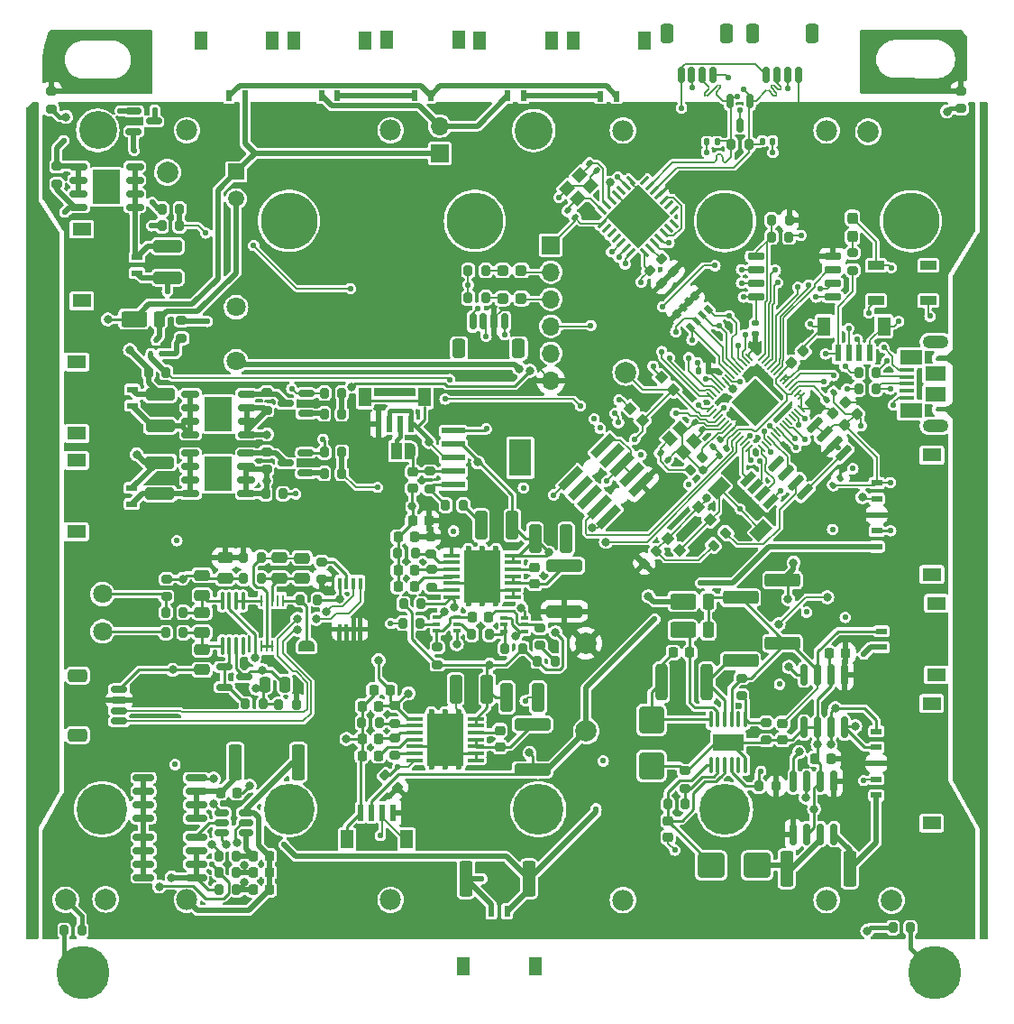
<source format=gbr>
%TF.GenerationSoftware,KiCad,Pcbnew,8.0.2-1*%
%TF.CreationDate,2024-06-05T23:36:57-07:00*%
%TF.ProjectId,Battery_Board_V3a,42617474-6572-4795-9f42-6f6172645f56,rev?*%
%TF.SameCoordinates,Original*%
%TF.FileFunction,Copper,L1,Top*%
%TF.FilePolarity,Positive*%
%FSLAX46Y46*%
G04 Gerber Fmt 4.6, Leading zero omitted, Abs format (unit mm)*
G04 Created by KiCad (PCBNEW 8.0.2-1) date 2024-06-05 23:36:57*
%MOMM*%
%LPD*%
G01*
G04 APERTURE LIST*
G04 Aperture macros list*
%AMRoundRect*
0 Rectangle with rounded corners*
0 $1 Rounding radius*
0 $2 $3 $4 $5 $6 $7 $8 $9 X,Y pos of 4 corners*
0 Add a 4 corners polygon primitive as box body*
4,1,4,$2,$3,$4,$5,$6,$7,$8,$9,$2,$3,0*
0 Add four circle primitives for the rounded corners*
1,1,$1+$1,$2,$3*
1,1,$1+$1,$4,$5*
1,1,$1+$1,$6,$7*
1,1,$1+$1,$8,$9*
0 Add four rect primitives between the rounded corners*
20,1,$1+$1,$2,$3,$4,$5,0*
20,1,$1+$1,$4,$5,$6,$7,0*
20,1,$1+$1,$6,$7,$8,$9,0*
20,1,$1+$1,$8,$9,$2,$3,0*%
%AMRotRect*
0 Rectangle, with rotation*
0 The origin of the aperture is its center*
0 $1 length*
0 $2 width*
0 $3 Rotation angle, in degrees counterclockwise*
0 Add horizontal line*
21,1,$1,$2,0,0,$3*%
%AMFreePoly0*
4,1,19,0.550000,-0.750000,0.000000,-0.750000,0.000000,-0.744911,-0.071157,-0.744911,-0.207708,-0.704816,-0.327430,-0.627875,-0.420627,-0.520320,-0.479746,-0.390866,-0.500000,-0.250000,-0.500000,0.250000,-0.479746,0.390866,-0.420627,0.520320,-0.327430,0.627875,-0.207708,0.704816,-0.071157,0.744911,0.000000,0.744911,0.000000,0.750000,0.550000,0.750000,0.550000,-0.750000,0.550000,-0.750000,
$1*%
%AMFreePoly1*
4,1,19,0.000000,0.744911,0.071157,0.744911,0.207708,0.704816,0.327430,0.627875,0.420627,0.520320,0.479746,0.390866,0.500000,0.250000,0.500000,-0.250000,0.479746,-0.390866,0.420627,-0.520320,0.327430,-0.627875,0.207708,-0.704816,0.071157,-0.744911,0.000000,-0.744911,0.000000,-0.750000,-0.550000,-0.750000,-0.550000,0.750000,0.000000,0.750000,0.000000,0.744911,0.000000,0.744911,
$1*%
%AMFreePoly2*
4,1,19,0.500000,-0.750000,0.000000,-0.750000,0.000000,-0.744911,-0.071157,-0.744911,-0.207708,-0.704816,-0.327430,-0.627875,-0.420627,-0.520320,-0.479746,-0.390866,-0.500000,-0.250000,-0.500000,0.250000,-0.479746,0.390866,-0.420627,0.520320,-0.327430,0.627875,-0.207708,0.704816,-0.071157,0.744911,0.000000,0.744911,0.000000,0.750000,0.500000,0.750000,0.500000,-0.750000,0.500000,-0.750000,
$1*%
%AMFreePoly3*
4,1,19,0.000000,0.744911,0.071157,0.744911,0.207708,0.704816,0.327430,0.627875,0.420627,0.520320,0.479746,0.390866,0.500000,0.250000,0.500000,-0.250000,0.479746,-0.390866,0.420627,-0.520320,0.327430,-0.627875,0.207708,-0.704816,0.071157,-0.744911,0.000000,-0.744911,0.000000,-0.750000,-0.500000,-0.750000,-0.500000,0.750000,0.000000,0.750000,0.000000,0.744911,0.000000,0.744911,
$1*%
G04 Aperture macros list end*
%TA.AperFunction,SMDPad,CuDef*%
%ADD10RoundRect,0.200000X0.275000X-0.200000X0.275000X0.200000X-0.275000X0.200000X-0.275000X-0.200000X0*%
%TD*%
%TA.AperFunction,SMDPad,CuDef*%
%ADD11RotRect,0.600000X1.550000X135.000000*%
%TD*%
%TA.AperFunction,SMDPad,CuDef*%
%ADD12RotRect,1.200000X1.800000X135.000000*%
%TD*%
%TA.AperFunction,ComponentPad*%
%ADD13C,5.000000*%
%TD*%
%TA.AperFunction,SMDPad,CuDef*%
%ADD14RoundRect,0.225000X-0.225000X-0.250000X0.225000X-0.250000X0.225000X0.250000X-0.225000X0.250000X0*%
%TD*%
%TA.AperFunction,SMDPad,CuDef*%
%ADD15RoundRect,0.250000X-1.450000X0.312500X-1.450000X-0.312500X1.450000X-0.312500X1.450000X0.312500X0*%
%TD*%
%TA.AperFunction,ComponentPad*%
%ADD16C,2.000000*%
%TD*%
%TA.AperFunction,SMDPad,CuDef*%
%ADD17R,1.500000X0.900000*%
%TD*%
%TA.AperFunction,SMDPad,CuDef*%
%ADD18RoundRect,0.150000X0.825000X0.150000X-0.825000X0.150000X-0.825000X-0.150000X0.825000X-0.150000X0*%
%TD*%
%TA.AperFunction,SMDPad,CuDef*%
%ADD19RoundRect,0.150000X0.150000X0.625000X-0.150000X0.625000X-0.150000X-0.625000X0.150000X-0.625000X0*%
%TD*%
%TA.AperFunction,SMDPad,CuDef*%
%ADD20RoundRect,0.250000X0.350000X0.650000X-0.350000X0.650000X-0.350000X-0.650000X0.350000X-0.650000X0*%
%TD*%
%TA.AperFunction,SMDPad,CuDef*%
%ADD21R,0.650000X0.400000*%
%TD*%
%TA.AperFunction,SMDPad,CuDef*%
%ADD22RoundRect,0.200000X-0.200000X-0.275000X0.200000X-0.275000X0.200000X0.275000X-0.200000X0.275000X0*%
%TD*%
%TA.AperFunction,SMDPad,CuDef*%
%ADD23RoundRect,0.150000X0.662500X0.150000X-0.662500X0.150000X-0.662500X-0.150000X0.662500X-0.150000X0*%
%TD*%
%TA.AperFunction,SMDPad,CuDef*%
%ADD24R,2.514000X3.200000*%
%TD*%
%TA.AperFunction,SMDPad,CuDef*%
%ADD25RoundRect,0.150000X-0.512500X-0.150000X0.512500X-0.150000X0.512500X0.150000X-0.512500X0.150000X0*%
%TD*%
%TA.AperFunction,SMDPad,CuDef*%
%ADD26RoundRect,0.140000X-0.021213X0.219203X-0.219203X0.021213X0.021213X-0.219203X0.219203X-0.021213X0*%
%TD*%
%TA.AperFunction,SMDPad,CuDef*%
%ADD27R,0.600000X1.000000*%
%TD*%
%TA.AperFunction,SMDPad,CuDef*%
%ADD28R,1.250000X1.800000*%
%TD*%
%TA.AperFunction,SMDPad,CuDef*%
%ADD29RoundRect,0.140000X-0.219203X-0.021213X-0.021213X-0.219203X0.219203X0.021213X0.021213X0.219203X0*%
%TD*%
%TA.AperFunction,SMDPad,CuDef*%
%ADD30RoundRect,0.200000X0.200000X0.275000X-0.200000X0.275000X-0.200000X-0.275000X0.200000X-0.275000X0*%
%TD*%
%TA.AperFunction,SMDPad,CuDef*%
%ADD31RoundRect,0.250000X0.275000X0.500000X-0.275000X0.500000X-0.275000X-0.500000X0.275000X-0.500000X0*%
%TD*%
%TA.AperFunction,SMDPad,CuDef*%
%ADD32RoundRect,0.250000X0.950000X0.500000X-0.950000X0.500000X-0.950000X-0.500000X0.950000X-0.500000X0*%
%TD*%
%TA.AperFunction,SMDPad,CuDef*%
%ADD33RoundRect,0.225000X-0.250000X0.225000X-0.250000X-0.225000X0.250000X-0.225000X0.250000X0.225000X0*%
%TD*%
%TA.AperFunction,SMDPad,CuDef*%
%ADD34RotRect,0.800000X0.500000X135.000000*%
%TD*%
%TA.AperFunction,SMDPad,CuDef*%
%ADD35RotRect,0.800000X0.400000X135.000000*%
%TD*%
%TA.AperFunction,SMDPad,CuDef*%
%ADD36RoundRect,0.250000X-1.100000X0.325000X-1.100000X-0.325000X1.100000X-0.325000X1.100000X0.325000X0*%
%TD*%
%TA.AperFunction,SMDPad,CuDef*%
%ADD37RoundRect,0.200000X0.335876X0.053033X0.053033X0.335876X-0.335876X-0.053033X-0.053033X-0.335876X0*%
%TD*%
%TA.AperFunction,SMDPad,CuDef*%
%ADD38RoundRect,0.225000X0.250000X-0.225000X0.250000X0.225000X-0.250000X0.225000X-0.250000X-0.225000X0*%
%TD*%
%TA.AperFunction,SMDPad,CuDef*%
%ADD39RoundRect,0.250000X-0.475000X0.250000X-0.475000X-0.250000X0.475000X-0.250000X0.475000X0.250000X0*%
%TD*%
%TA.AperFunction,SMDPad,CuDef*%
%ADD40RoundRect,0.150000X0.150000X-0.825000X0.150000X0.825000X-0.150000X0.825000X-0.150000X-0.825000X0*%
%TD*%
%TA.AperFunction,SMDPad,CuDef*%
%ADD41R,2.200000X0.600000*%
%TD*%
%TA.AperFunction,SMDPad,CuDef*%
%ADD42R,2.150000X3.450000*%
%TD*%
%TA.AperFunction,SMDPad,CuDef*%
%ADD43RoundRect,0.150000X0.406586X0.618718X-0.618718X-0.406586X-0.406586X-0.618718X0.618718X0.406586X0*%
%TD*%
%TA.AperFunction,SMDPad,CuDef*%
%ADD44RotRect,0.900000X0.900000X225.000000*%
%TD*%
%TA.AperFunction,SMDPad,CuDef*%
%ADD45R,1.000000X0.600000*%
%TD*%
%TA.AperFunction,SMDPad,CuDef*%
%ADD46R,1.800000X1.250000*%
%TD*%
%TA.AperFunction,SMDPad,CuDef*%
%ADD47RoundRect,0.225000X0.225000X0.250000X-0.225000X0.250000X-0.225000X-0.250000X0.225000X-0.250000X0*%
%TD*%
%TA.AperFunction,SMDPad,CuDef*%
%ADD48RotRect,0.900000X0.900000X45.000000*%
%TD*%
%TA.AperFunction,SMDPad,CuDef*%
%ADD49RoundRect,0.150000X-0.662500X-0.150000X0.662500X-0.150000X0.662500X0.150000X-0.662500X0.150000X0*%
%TD*%
%TA.AperFunction,SMDPad,CuDef*%
%ADD50RoundRect,0.150000X0.587500X0.150000X-0.587500X0.150000X-0.587500X-0.150000X0.587500X-0.150000X0*%
%TD*%
%TA.AperFunction,SMDPad,CuDef*%
%ADD51RoundRect,0.250000X0.362500X1.425000X-0.362500X1.425000X-0.362500X-1.425000X0.362500X-1.425000X0*%
%TD*%
%TA.AperFunction,SMDPad,CuDef*%
%ADD52RoundRect,0.250000X0.325000X1.100000X-0.325000X1.100000X-0.325000X-1.100000X0.325000X-1.100000X0*%
%TD*%
%TA.AperFunction,ComponentPad*%
%ADD53R,1.700000X1.700000*%
%TD*%
%TA.AperFunction,ComponentPad*%
%ADD54O,1.700000X1.700000*%
%TD*%
%TA.AperFunction,SMDPad,CuDef*%
%ADD55RoundRect,0.200000X-0.275000X0.200000X-0.275000X-0.200000X0.275000X-0.200000X0.275000X0.200000X0*%
%TD*%
%TA.AperFunction,ComponentPad*%
%ADD56C,1.800000*%
%TD*%
%TA.AperFunction,SMDPad,CuDef*%
%ADD57RoundRect,0.100000X-0.687500X-0.100000X0.687500X-0.100000X0.687500X0.100000X-0.687500X0.100000X0*%
%TD*%
%TA.AperFunction,ComponentPad*%
%ADD58C,0.600000*%
%TD*%
%TA.AperFunction,SMDPad,CuDef*%
%ADD59R,3.400000X5.000000*%
%TD*%
%TA.AperFunction,SMDPad,CuDef*%
%ADD60RoundRect,0.200000X0.053033X-0.335876X0.335876X-0.053033X-0.053033X0.335876X-0.335876X0.053033X0*%
%TD*%
%TA.AperFunction,SMDPad,CuDef*%
%ADD61RoundRect,0.237500X-0.237500X0.287500X-0.237500X-0.287500X0.237500X-0.287500X0.237500X0.287500X0*%
%TD*%
%TA.AperFunction,SMDPad,CuDef*%
%ADD62RoundRect,0.250000X-0.362500X-1.425000X0.362500X-1.425000X0.362500X1.425000X-0.362500X1.425000X0*%
%TD*%
%TA.AperFunction,SMDPad,CuDef*%
%ADD63RoundRect,0.250000X-1.000000X-0.900000X1.000000X-0.900000X1.000000X0.900000X-1.000000X0.900000X0*%
%TD*%
%TA.AperFunction,SMDPad,CuDef*%
%ADD64RoundRect,0.140000X0.219203X0.021213X0.021213X0.219203X-0.219203X-0.021213X-0.021213X-0.219203X0*%
%TD*%
%TA.AperFunction,SMDPad,CuDef*%
%ADD65RoundRect,0.125000X0.176777X0.000000X0.000000X0.176777X-0.176777X0.000000X0.000000X-0.176777X0*%
%TD*%
%TA.AperFunction,SMDPad,CuDef*%
%ADD66RoundRect,0.150000X-0.150000X0.512500X-0.150000X-0.512500X0.150000X-0.512500X0.150000X0.512500X0*%
%TD*%
%TA.AperFunction,SMDPad,CuDef*%
%ADD67RoundRect,0.150000X-0.150000X0.825000X-0.150000X-0.825000X0.150000X-0.825000X0.150000X0.825000X0*%
%TD*%
%TA.AperFunction,SMDPad,CuDef*%
%ADD68RoundRect,0.250000X-0.325000X-1.100000X0.325000X-1.100000X0.325000X1.100000X-0.325000X1.100000X0*%
%TD*%
%TA.AperFunction,SMDPad,CuDef*%
%ADD69RoundRect,0.200000X-0.053033X0.335876X-0.335876X0.053033X0.053033X-0.335876X0.335876X-0.053033X0*%
%TD*%
%TA.AperFunction,SMDPad,CuDef*%
%ADD70RoundRect,0.237500X-0.287500X-0.237500X0.287500X-0.237500X0.287500X0.237500X-0.287500X0.237500X0*%
%TD*%
%TA.AperFunction,SMDPad,CuDef*%
%ADD71R,0.400000X0.510000*%
%TD*%
%TA.AperFunction,SMDPad,CuDef*%
%ADD72RoundRect,0.250000X-1.425000X0.362500X-1.425000X-0.362500X1.425000X-0.362500X1.425000X0.362500X0*%
%TD*%
%TA.AperFunction,SMDPad,CuDef*%
%ADD73RoundRect,0.100000X0.100000X-0.712500X0.100000X0.712500X-0.100000X0.712500X-0.100000X-0.712500X0*%
%TD*%
%TA.AperFunction,SMDPad,CuDef*%
%ADD74RoundRect,0.150000X-0.650000X-0.150000X0.650000X-0.150000X0.650000X0.150000X-0.650000X0.150000X0*%
%TD*%
%TA.AperFunction,SMDPad,CuDef*%
%ADD75RoundRect,0.150000X-0.587500X-0.150000X0.587500X-0.150000X0.587500X0.150000X-0.587500X0.150000X0*%
%TD*%
%TA.AperFunction,SMDPad,CuDef*%
%ADD76RoundRect,0.150000X-0.625000X0.150000X-0.625000X-0.150000X0.625000X-0.150000X0.625000X0.150000X0*%
%TD*%
%TA.AperFunction,SMDPad,CuDef*%
%ADD77RoundRect,0.250000X-0.650000X0.350000X-0.650000X-0.350000X0.650000X-0.350000X0.650000X0.350000X0*%
%TD*%
%TA.AperFunction,SMDPad,CuDef*%
%ADD78FreePoly0,0.000000*%
%TD*%
%TA.AperFunction,SMDPad,CuDef*%
%ADD79R,1.000000X1.500000*%
%TD*%
%TA.AperFunction,SMDPad,CuDef*%
%ADD80FreePoly1,0.000000*%
%TD*%
%TA.AperFunction,SMDPad,CuDef*%
%ADD81RoundRect,0.250000X1.100000X-0.325000X1.100000X0.325000X-1.100000X0.325000X-1.100000X-0.325000X0*%
%TD*%
%TA.AperFunction,SMDPad,CuDef*%
%ADD82RoundRect,0.140000X0.170000X-0.140000X0.170000X0.140000X-0.170000X0.140000X-0.170000X-0.140000X0*%
%TD*%
%TA.AperFunction,SMDPad,CuDef*%
%ADD83RoundRect,0.250000X1.425000X-0.362500X1.425000X0.362500X-1.425000X0.362500X-1.425000X-0.362500X0*%
%TD*%
%TA.AperFunction,SMDPad,CuDef*%
%ADD84RoundRect,0.140000X-0.140000X-0.170000X0.140000X-0.170000X0.140000X0.170000X-0.140000X0.170000X0*%
%TD*%
%TA.AperFunction,SMDPad,CuDef*%
%ADD85R,1.380000X0.450000*%
%TD*%
%TA.AperFunction,ComponentPad*%
%ADD86O,2.416000X1.208000*%
%TD*%
%TA.AperFunction,SMDPad,CuDef*%
%ADD87R,2.100000X1.475000*%
%TD*%
%TA.AperFunction,SMDPad,CuDef*%
%ADD88R,1.900000X1.375000*%
%TD*%
%TA.AperFunction,SMDPad,CuDef*%
%ADD89RoundRect,0.250000X-0.900000X1.000000X-0.900000X-1.000000X0.900000X-1.000000X0.900000X1.000000X0*%
%TD*%
%TA.AperFunction,SMDPad,CuDef*%
%ADD90RoundRect,0.140000X0.140000X0.170000X-0.140000X0.170000X-0.140000X-0.170000X0.140000X-0.170000X0*%
%TD*%
%TA.AperFunction,SMDPad,CuDef*%
%ADD91RoundRect,0.050000X-0.309359X0.238649X0.238649X-0.309359X0.309359X-0.238649X-0.238649X0.309359X0*%
%TD*%
%TA.AperFunction,SMDPad,CuDef*%
%ADD92RoundRect,0.050000X-0.309359X-0.238649X-0.238649X-0.309359X0.309359X0.238649X0.238649X0.309359X0*%
%TD*%
%TA.AperFunction,SMDPad,CuDef*%
%ADD93RotRect,3.200000X3.200000X315.000000*%
%TD*%
%TA.AperFunction,SMDPad,CuDef*%
%ADD94RoundRect,0.250000X0.475000X-0.250000X0.475000X0.250000X-0.475000X0.250000X-0.475000X-0.250000X0*%
%TD*%
%TA.AperFunction,SMDPad,CuDef*%
%ADD95R,0.250000X1.100000*%
%TD*%
%TA.AperFunction,SMDPad,CuDef*%
%ADD96R,0.600000X1.550000*%
%TD*%
%TA.AperFunction,SMDPad,CuDef*%
%ADD97R,1.200000X1.800000*%
%TD*%
%TA.AperFunction,SMDPad,CuDef*%
%ADD98RoundRect,0.250000X-0.312500X-1.450000X0.312500X-1.450000X0.312500X1.450000X-0.312500X1.450000X0*%
%TD*%
%TA.AperFunction,SMDPad,CuDef*%
%ADD99RoundRect,0.075000X0.362392X-0.256326X-0.256326X0.362392X-0.362392X0.256326X0.256326X-0.362392X0*%
%TD*%
%TA.AperFunction,SMDPad,CuDef*%
%ADD100RoundRect,0.075000X0.362392X0.256326X0.256326X0.362392X-0.362392X-0.256326X-0.256326X-0.362392X0*%
%TD*%
%TA.AperFunction,SMDPad,CuDef*%
%ADD101RotRect,4.250000X4.250000X135.000000*%
%TD*%
%TA.AperFunction,SMDPad,CuDef*%
%ADD102RotRect,0.760000X2.600000X135.000000*%
%TD*%
%TA.AperFunction,ComponentPad*%
%ADD103R,1.508000X1.508000*%
%TD*%
%TA.AperFunction,ComponentPad*%
%ADD104C,1.508000*%
%TD*%
%TA.AperFunction,SMDPad,CuDef*%
%ADD105R,0.400000X1.100000*%
%TD*%
%TA.AperFunction,SMDPad,CuDef*%
%ADD106RoundRect,0.225000X0.017678X-0.335876X0.335876X-0.017678X-0.017678X0.335876X-0.335876X0.017678X0*%
%TD*%
%TA.AperFunction,SMDPad,CuDef*%
%ADD107RoundRect,0.225000X-0.335876X-0.017678X-0.017678X-0.335876X0.335876X0.017678X0.017678X0.335876X0*%
%TD*%
%TA.AperFunction,SMDPad,CuDef*%
%ADD108RoundRect,0.100000X0.100000X-0.625000X0.100000X0.625000X-0.100000X0.625000X-0.100000X-0.625000X0*%
%TD*%
%TA.AperFunction,SMDPad,CuDef*%
%ADD109R,2.850000X1.650000*%
%TD*%
%TA.AperFunction,SMDPad,CuDef*%
%ADD110RotRect,1.150000X1.000000X315.000000*%
%TD*%
%TA.AperFunction,SMDPad,CuDef*%
%ADD111RoundRect,0.250000X-0.250000X-0.475000X0.250000X-0.475000X0.250000X0.475000X-0.250000X0.475000X0*%
%TD*%
%TA.AperFunction,SMDPad,CuDef*%
%ADD112RoundRect,0.140000X0.021213X-0.219203X0.219203X-0.021213X-0.021213X0.219203X-0.219203X0.021213X0*%
%TD*%
%TA.AperFunction,SMDPad,CuDef*%
%ADD113RotRect,1.150000X1.000000X225.000000*%
%TD*%
%TA.AperFunction,SMDPad,CuDef*%
%ADD114FreePoly2,270.000000*%
%TD*%
%TA.AperFunction,SMDPad,CuDef*%
%ADD115FreePoly3,270.000000*%
%TD*%
%TA.AperFunction,ComponentPad*%
%ADD116C,4.770000*%
%TD*%
%TA.AperFunction,ComponentPad*%
%ADD117C,5.325000*%
%TD*%
%TA.AperFunction,ComponentPad*%
%ADD118C,3.570000*%
%TD*%
%TA.AperFunction,ComponentPad*%
%ADD119C,1.980000*%
%TD*%
%TA.AperFunction,ViaPad*%
%ADD120C,0.560000*%
%TD*%
%TA.AperFunction,ViaPad*%
%ADD121C,0.800000*%
%TD*%
%TA.AperFunction,Conductor*%
%ADD122C,0.500000*%
%TD*%
%TA.AperFunction,Conductor*%
%ADD123C,0.127000*%
%TD*%
%TA.AperFunction,Conductor*%
%ADD124C,0.152400*%
%TD*%
%TA.AperFunction,Conductor*%
%ADD125C,0.250000*%
%TD*%
%TA.AperFunction,Conductor*%
%ADD126C,0.400000*%
%TD*%
%TA.AperFunction,Conductor*%
%ADD127C,0.152000*%
%TD*%
G04 APERTURE END LIST*
D10*
%TO.P,R57,1,1*%
%TO.N,VBUS*%
X186790000Y-65585000D03*
%TO.P,R57,2,2*%
%TO.N,Net-(D10-PadA)*%
X186790000Y-63935000D03*
%TD*%
D11*
%TO.P,J21,1,1*%
%TO.N,SPI1_CS0*%
X179057577Y-87283744D03*
%TO.P,J21,2,2*%
%TO.N,SPI1_SCK*%
X178350470Y-86576637D03*
%TO.P,J21,3,3*%
%TO.N,SPI1_MOSI*%
X177643363Y-85869530D03*
%TO.P,J21,4,4*%
%TO.N,SPI1_MISO*%
X176936256Y-85162423D03*
D12*
%TO.P,J21,S1,SHIELD*%
%TO.N,GND*%
X178191371Y-89988427D03*
%TO.P,J21,S2,SHIELD*%
X174231573Y-86028629D03*
%TD*%
D13*
%TO.P,,1*%
%TO.N,Chassis Ground*%
X194500000Y-131530000D03*
%TD*%
D14*
%TO.P,C1,1,1*%
%TO.N,GND*%
X144082500Y-90615000D03*
%TO.P,C1,2,2*%
%TO.N,+3V3*%
X145632500Y-90615000D03*
%TD*%
D15*
%TO.P,L3,1,1*%
%TO.N,Net-(U5-SW1)*%
X156700000Y-108200000D03*
%TO.P,L3,2,2*%
%TO.N,+5V*%
X156700000Y-112475000D03*
%TD*%
D16*
%TO.P,TP6,1,1*%
%TO.N,VBUSP*%
X122428000Y-56388000D03*
%TD*%
D17*
%TO.P,LED1,1,VDD*%
%TO.N,/NEO_PWR*%
X193870000Y-68420000D03*
%TO.P,LED1,2,DO*%
%TO.N,unconnected-(LED1-DO-Pad2)*%
X193870000Y-65120000D03*
%TO.P,LED1,3,GND*%
%TO.N,GND*%
X188970000Y-65120000D03*
%TO.P,LED1,4,DI*%
%TO.N,/NEOPIX*%
X188970000Y-68420000D03*
%TD*%
D18*
%TO.P,Q2,1,S*%
%TO.N,PACK-*%
X125124999Y-122585000D03*
%TO.P,Q2,2,S*%
X125124999Y-121315000D03*
%TO.P,Q2,3,S*%
X125124999Y-120045000D03*
%TO.P,Q2,4,G*%
%TO.N,Net-(Q2-G)*%
X125124999Y-118775000D03*
%TO.P,Q2,5,D*%
%TO.N,Net-(Q1-D-Pad5)*%
X120174999Y-118775000D03*
%TO.P,Q2,6,D*%
X120174999Y-120045000D03*
%TO.P,Q2,7,D*%
X120174999Y-121315000D03*
%TO.P,Q2,8,D*%
X120174999Y-122585000D03*
%TD*%
D19*
%TO.P,J27,1,Pin_1*%
%TO.N,GND*%
X154110000Y-70395000D03*
%TO.P,J27,2,Pin_2*%
%TO.N,+3V3*%
X153110000Y-70395000D03*
%TO.P,J27,3,Pin_3*%
%TO.N,SDA1*%
X152110000Y-70395000D03*
%TO.P,J27,4,Pin_4*%
%TO.N,SCL1*%
X151110000Y-70395000D03*
D20*
%TO.P,J27,MP*%
%TO.N,N/C*%
X155410000Y-72920000D03*
X149810000Y-72920000D03*
%TD*%
D21*
%TO.P,Q3,1,E1*%
%TO.N,GND*%
X154057500Y-98180000D03*
%TO.P,Q3,2,B1*%
%TO.N,Net-(Q3A-B1)*%
X154057500Y-98830000D03*
%TO.P,Q3,3,C2*%
X154057500Y-99480000D03*
%TO.P,Q3,4,E2*%
%TO.N,GND*%
X155957500Y-99480000D03*
%TO.P,Q3,5,B2*%
%TO.N,Net-(Q3B-B2)*%
X155957500Y-98830000D03*
%TO.P,Q3,6,C1*%
%TO.N,/3V3_EN*%
X155957500Y-98180000D03*
%TD*%
D22*
%TO.P,R4,1*%
%TO.N,BM*%
X127225000Y-120530000D03*
%TO.P,R4,2*%
%TO.N,Net-(U1-VC)*%
X128875000Y-120530000D03*
%TD*%
D23*
%TO.P,Q9,1,Source*%
%TO.N,Net-(K1-PadNO)*%
X129840002Y-86574999D03*
%TO.P,Q9,2,Source*%
X129840002Y-85304999D03*
%TO.P,Q9,3,Source*%
X129840002Y-84034999D03*
%TO.P,Q9,4,Gate*%
%TO.N,Net-(Q7-D)*%
X129840002Y-82764999D03*
%TO.P,Q9,5,Drain*%
%TO.N,Heater*%
X124565002Y-82764999D03*
%TO.P,Q9,6,Drain*%
X124565002Y-84034999D03*
%TO.P,Q9,7,Drain*%
X124565002Y-85304999D03*
%TO.P,Q9,8,Drain*%
X124565002Y-86574999D03*
D24*
%TO.P,Q9,9*%
%TO.N,N/C*%
X127202502Y-84669999D03*
%TD*%
D25*
%TO.P,U1,1,DOUT*%
%TO.N,Net-(Q1-G)*%
X127542500Y-116500000D03*
%TO.P,U1,2,COUT*%
%TO.N,Net-(Q2-G)*%
X127542500Y-117450000D03*
%TO.P,U1,3,V-*%
%TO.N,Net-(U1-V-)*%
X127542500Y-118400000D03*
%TO.P,U1,4,VC*%
%TO.N,Net-(U1-VC)*%
X129817500Y-118400000D03*
%TO.P,U1,5,VDD*%
%TO.N,/VDD*%
X129817500Y-117450000D03*
%TO.P,U1,6,VSS*%
%TO.N,B-*%
X129817500Y-116500000D03*
%TD*%
D26*
%TO.P,C31,1,1*%
%TO.N,+3V3*%
X185639411Y-85060589D03*
%TO.P,C31,2,2*%
%TO.N,GND*%
X184960589Y-85739411D03*
%TD*%
D27*
%TO.P,J7,1,Pin_1*%
%TO.N,Net-(J7-Pin_1)*%
X155870000Y-49225000D03*
%TO.P,J7,2,Pin_2*%
%TO.N,VBatt*%
X154370000Y-49225000D03*
D28*
%TO.P,J7,S1*%
%TO.N,N/C*%
X158475000Y-44035000D03*
%TO.P,J7,S2*%
X151765000Y-44035000D03*
%TD*%
D29*
%TO.P,C20,1,1*%
%TO.N,GND*%
X171960589Y-79870589D03*
%TO.P,C20,2,2*%
%TO.N,Net-(IC3-XIN)*%
X172639411Y-80549411D03*
%TD*%
D30*
%TO.P,FB3,1*%
%TO.N,AGND*%
X131215000Y-94502499D03*
%TO.P,FB3,2*%
%TO.N,GND*%
X129565000Y-94502499D03*
%TD*%
D31*
%TO.P,D1,A,A*%
%TO.N,Net-(Q4-C)*%
X121640001Y-70154998D03*
D32*
%TO.P,D1,C,C*%
%TO.N,VBUSP*%
X119265001Y-70154998D03*
%TD*%
D30*
%TO.P,R19,1,1*%
%TO.N,GND*%
X133285000Y-86564998D03*
%TO.P,R19,2,2*%
%TO.N,Net-(K1-PadNO)*%
X131635000Y-86564998D03*
%TD*%
D33*
%TO.P,C40,1,1*%
%TO.N,VBATT_SENSE*%
X180220000Y-108085000D03*
%TO.P,C40,2,2*%
%TO.N,GND*%
X180220000Y-109635000D03*
%TD*%
D10*
%TO.P,R60,1,1*%
%TO.N,Net-(Q4-E)*%
X123750000Y-71955000D03*
%TO.P,R60,2,2*%
%TO.N,GND*%
X123750000Y-70305000D03*
%TD*%
D34*
%TO.P,R48,1,R1.1*%
%TO.N,SCL0*%
X171537868Y-70934924D03*
D35*
%TO.P,R48,2,R2.1*%
%TO.N,SDA0*%
X172103553Y-70369239D03*
%TO.P,R48,3,R3.1*%
%TO.N,SCL1*%
X172669239Y-69803553D03*
D34*
%TO.P,R48,4,R4.1*%
%TO.N,SDA1*%
X173234924Y-69237868D03*
%TO.P,R48,5,R4.2*%
%TO.N,+3V3*%
X171962132Y-67965076D03*
D35*
%TO.P,R48,6,R3.2*%
X171396447Y-68530761D03*
%TO.P,R48,7,R2.2*%
X170830761Y-69096447D03*
D34*
%TO.P,R48,8,R1.2*%
X170265076Y-69662132D03*
%TD*%
D27*
%TO.P,J8,1,Pin_1*%
%TO.N,VBatt1*%
X164610000Y-49245000D03*
%TO.P,J8,2,Pin_2*%
%TO.N,Net-(J7-Pin_1)*%
X163110000Y-49245000D03*
D28*
%TO.P,J8,S1*%
%TO.N,N/C*%
X167215000Y-44055000D03*
%TO.P,J8,S2*%
X160505000Y-44055000D03*
%TD*%
D36*
%TO.P,C50,1*%
%TO.N,Jetson_pwr*%
X122430000Y-63325000D03*
%TO.P,C50,2*%
%TO.N,GND*%
X122430000Y-66275000D03*
%TD*%
D30*
%TO.P,R31,1,1*%
%TO.N,+3V3*%
X180825000Y-60880000D03*
%TO.P,R31,2,2*%
%TO.N,/QSPI_CS*%
X179175000Y-60880000D03*
%TD*%
D22*
%TO.P,R43,1,1*%
%TO.N,Net-(D4-K)*%
X169415000Y-115690000D03*
%TO.P,R43,2,2*%
%TO.N,Net-(IC4-VIN_REG)*%
X171065000Y-115690000D03*
%TD*%
D37*
%TO.P,R40,1,1*%
%TO.N,+3V3*%
X169963503Y-65683595D03*
%TO.P,R40,2,2*%
%TO.N,Net-(U11-RESET)*%
X168796777Y-64516869D03*
%TD*%
D38*
%TO.P,C13,1*%
%TO.N,GND*%
X145467500Y-86055000D03*
%TO.P,C13,2*%
%TO.N,Net-(JP1-B)*%
X145467500Y-84505000D03*
%TD*%
D39*
%TO.P,C18,1*%
%TO.N,Net-(U9-+IN)*%
X125665000Y-97682499D03*
%TO.P,C18,2*%
%TO.N,Net-(U9--IN)*%
X125665000Y-99582499D03*
%TD*%
D40*
%TO.P,U14,1,A1*%
%TO.N,GND*%
X182215000Y-108495000D03*
%TO.P,U14,2,A0*%
X183485000Y-108495000D03*
%TO.P,U14,3,SDA*%
%TO.N,SDA0*%
X184755000Y-108495000D03*
%TO.P,U14,4,SCL*%
%TO.N,SCL0*%
X186025000Y-108495000D03*
%TO.P,U14,5,VS*%
%TO.N,+3V3*%
X186025000Y-103545000D03*
%TO.P,U14,6,GND*%
%TO.N,GND*%
X184755000Y-103545000D03*
%TO.P,U14,7,IN-*%
%TO.N,VBATT_SENSE*%
X183485000Y-103545000D03*
%TO.P,U14,8,IN+*%
%TO.N,PACK+*%
X182215000Y-103545000D03*
%TD*%
D41*
%TO.P,U6,1,~{SHDN}*%
%TO.N,ENAB_RF*%
X149270000Y-80630000D03*
%TO.P,U6,2,IN*%
%TO.N,VBUSP*%
X149270000Y-81900000D03*
%TO.P,U6,3,GND_1*%
%TO.N,GND*%
X149270000Y-83170000D03*
%TO.P,U6,4,OUT*%
%TO.N,Net-(JP1-B)*%
X149270000Y-84440000D03*
%TO.P,U6,5,SENSE/ADJ*%
%TO.N,Net-(U6-SENSE{slash}ADJ)*%
X149270000Y-85710000D03*
D42*
%TO.P,U6,6,GND_2*%
%TO.N,GND*%
X155570000Y-83170000D03*
%TD*%
D43*
%TO.P,U13,1,~{MR}*%
%TO.N,Net-(U13-~{MR})*%
X185957838Y-82766238D03*
%TO.P,U13,2,VCC*%
%TO.N,+3V3*%
X185059813Y-81868213D03*
%TO.P,U13,3,GND*%
%TO.N,GND*%
X184161787Y-80970187D03*
%TO.P,U13,4,PFI*%
X183263762Y-80072162D03*
%TO.P,U13,5,~{PFO}*%
%TO.N,unconnected-(U13-~{PFO}-Pad5)*%
X179622162Y-83713762D03*
%TO.P,U13,6,~{WDI}*%
%TO.N,WDT_WDI*%
X180520187Y-84611787D03*
%TO.P,U13,7,~{RESET}*%
%TO.N,Net-(U13-~{RESET})*%
X181418213Y-85509813D03*
%TO.P,U13,8,~{WDO}*%
%TO.N,Net-(U13-~{MR})*%
X182316238Y-86407838D03*
%TD*%
D44*
%TO.P,SW1,A,P*%
%TO.N,/USBBOOT*%
X167046117Y-79685254D03*
%TO.P,SW1,A',P1*%
X169945254Y-76786117D03*
%TO.P,SW1,B,S*%
%TO.N,GND*%
X165914746Y-78553883D03*
%TO.P,SW1,B',S1*%
X168813883Y-75654746D03*
%TD*%
D45*
%TO.P,J14,1,Pin_1*%
%TO.N,VSOLAR*%
X189020000Y-114845000D03*
%TO.P,J14,2,Pin_2*%
%TO.N,GND*%
X189020000Y-113345000D03*
%TO.P,J14,3,Pin_3*%
%TO.N,+3V3*%
X189020000Y-111845000D03*
%TO.P,J14,4,Pin_4*%
%TO.N,SCL0*%
X189020000Y-110345000D03*
%TO.P,J14,5,Pin_5*%
%TO.N,SDA0*%
X189020000Y-108845000D03*
D46*
%TO.P,J14,S1*%
%TO.N,N/C*%
X194210000Y-117450000D03*
%TO.P,J14,S2*%
X194210000Y-106240000D03*
%TD*%
D22*
%TO.P,FB1,1*%
%TO.N,Net-(U9-+Vs)*%
X132890000Y-106322499D03*
%TO.P,FB1,2*%
%TO.N,+3V3*%
X134540000Y-106322499D03*
%TD*%
D47*
%TO.P,C49,1,1*%
%TO.N,Net-(U5-VREG5)*%
X142255000Y-109580000D03*
%TO.P,C49,2,2*%
%TO.N,GND*%
X140705000Y-109580000D03*
%TD*%
D48*
%TO.P,SW2,A,P*%
%TO.N,/~{RESET}*%
X172313883Y-87844746D03*
%TO.P,SW2,A',P1*%
X169414746Y-90743883D03*
%TO.P,SW2,B,S*%
%TO.N,GND*%
X173445254Y-88976117D03*
%TO.P,SW2,B',S1*%
X170546117Y-91875254D03*
%TD*%
D10*
%TO.P,R59,1,1*%
%TO.N,Net-(Q10-D)*%
X112050000Y-57485000D03*
%TO.P,R59,2,2*%
%TO.N,PACK+*%
X112050000Y-55835000D03*
%TD*%
D16*
%TO.P,TP1,1,1*%
%TO.N,+3V3*%
X161720000Y-100590000D03*
%TD*%
D14*
%TO.P,C12,1*%
%TO.N,Net-(Q5A-C1)*%
X151052500Y-98160000D03*
%TO.P,C12,2*%
%TO.N,Net-(Q3B-B2)*%
X152602500Y-98160000D03*
%TD*%
%TO.P,C43,1,1*%
%TO.N,GND*%
X141795000Y-104970000D03*
%TO.P,C43,2,2*%
%TO.N,+5V*%
X143345000Y-104970000D03*
%TD*%
D49*
%TO.P,Q11,1,Source*%
%TO.N,PACK+*%
X114075000Y-55860000D03*
%TO.P,Q11,2,Source*%
X114075000Y-57130000D03*
%TO.P,Q11,3,Source*%
X114075000Y-58400000D03*
%TO.P,Q11,4,Gate*%
%TO.N,Net-(Q10-D)*%
X114075000Y-59670000D03*
%TO.P,Q11,5,Drain*%
%TO.N,Jetson_pwr*%
X119350000Y-59670000D03*
%TO.P,Q11,6,Drain*%
X119350000Y-58400000D03*
%TO.P,Q11,7,Drain*%
X119350000Y-57130000D03*
%TO.P,Q11,8,Drain*%
X119350000Y-55860000D03*
D24*
%TO.P,Q11,9*%
%TO.N,N/C*%
X116712500Y-57765000D03*
%TD*%
D38*
%TO.P,C6,1,1*%
%TO.N,Net-(U3-SW1)*%
X156907500Y-95015000D03*
%TO.P,C6,2,2*%
%TO.N,Net-(U3-VBST)*%
X156907500Y-93465000D03*
%TD*%
D50*
%TO.P,Q7,1,G*%
%TO.N,Net-(Q7-G)*%
X135407501Y-84619998D03*
%TO.P,Q7,2,S*%
%TO.N,GND*%
X135407501Y-82719998D03*
%TO.P,Q7,3,D*%
%TO.N,Net-(Q7-D)*%
X133532501Y-83669998D03*
%TD*%
D16*
%TO.P,TP2,1,1*%
%TO.N,B-*%
X116620000Y-124620000D03*
%TD*%
D22*
%TO.P,R54,1,1*%
%TO.N,USB_D+*%
X187340000Y-76720000D03*
%TO.P,R54,2,2*%
%TO.N,D+*%
X188990000Y-76720000D03*
%TD*%
D51*
%TO.P,R1,1*%
%TO.N,B-*%
X134712500Y-111740000D03*
%TO.P,R1,2*%
%TO.N,Net-(C5-Pad1)*%
X128787500Y-111740000D03*
%TD*%
D52*
%TO.P,C46,1,1*%
%TO.N,VBUSP*%
X152445000Y-104900000D03*
%TO.P,C46,2,2*%
%TO.N,GND*%
X149495000Y-104900000D03*
%TD*%
D53*
%TO.P,J25,1,Pin_1*%
%TO.N,GND*%
X158440000Y-63220000D03*
D54*
%TO.P,J25,2,Pin_2*%
%TO.N,FC_RX*%
X158440000Y-65760000D03*
%TO.P,J25,3,Pin_3*%
%TO.N,FC_TX*%
X158440000Y-68300000D03*
%TO.P,J25,4,Pin_4*%
%TO.N,SCL1*%
X158440000Y-70840000D03*
%TO.P,J25,5,Pin_5*%
%TO.N,SDA1*%
X158440000Y-73380000D03*
%TO.P,J25,6,Pin_6*%
%TO.N,+3V3*%
X158440000Y-75920000D03*
%TD*%
D19*
%TO.P,J20,1,Pin_1*%
%TO.N,+3V3*%
X173660000Y-47270000D03*
%TO.P,J20,2,Pin_2*%
%TO.N,CANH*%
X172660000Y-47270000D03*
%TO.P,J20,3,Pin_3*%
%TO.N,CANL*%
X171660000Y-47270000D03*
%TO.P,J20,4,Pin_4*%
%TO.N,GND*%
X170660000Y-47270000D03*
D20*
%TO.P,J20,MP*%
%TO.N,N/C*%
X174960000Y-43395000D03*
X169360000Y-43395000D03*
%TD*%
D55*
%TO.P,R62,1,1*%
%TO.N,Chassis Ground*%
X111540000Y-48815000D03*
%TO.P,R62,2,2*%
%TO.N,GND*%
X111540000Y-50465000D03*
%TD*%
D56*
%TO.P,J18,1,Pin_1*%
%TO.N,Net-(J18-Pin_1)*%
X116315001Y-99472500D03*
%TO.P,J18,2,Pin_2*%
%TO.N,Net-(J18-Pin_2)*%
X116315001Y-95972500D03*
%TD*%
D57*
%TO.P,U3,1,VO*%
%TO.N,+3V3*%
X149115000Y-92350000D03*
%TO.P,U3,2,VFB*%
%TO.N,Net-(U3-VFB)*%
X149115000Y-93000000D03*
%TO.P,U3,3,VREG5*%
%TO.N,Net-(U3-VREG5)*%
X149115000Y-93650000D03*
%TO.P,U3,4,SS*%
%TO.N,Net-(U3-SS)*%
X149115000Y-94300000D03*
%TO.P,U3,5,GND*%
%TO.N,GND*%
X149115000Y-94950000D03*
%TO.P,U3,6,PG*%
%TO.N,Net-(U3-PG)*%
X149115000Y-95600000D03*
%TO.P,U3,7,EN*%
%TO.N,/3V3_EN*%
X149115000Y-96250000D03*
%TO.P,U3,8,PGND1*%
%TO.N,GND*%
X154840000Y-96250000D03*
%TO.P,U3,9,PGND2*%
X154840000Y-95600000D03*
%TO.P,U3,10,SW1*%
%TO.N,Net-(U3-SW1)*%
X154840000Y-94950000D03*
%TO.P,U3,11,SW2*%
X154840000Y-94300000D03*
%TO.P,U3,12,VBST*%
%TO.N,Net-(U3-VBST)*%
X154840000Y-93650000D03*
%TO.P,U3,13,VIN*%
%TO.N,VBUSP*%
X154840000Y-93000000D03*
%TO.P,U3,14,VCC*%
X154840000Y-92350000D03*
D58*
%TO.P,U3,15,EPAD*%
%TO.N,GND*%
X150677500Y-91700000D03*
X150677500Y-93000000D03*
X150677500Y-94300000D03*
X150677500Y-95600000D03*
X150677500Y-96900000D03*
X151977500Y-91700000D03*
X151977500Y-93000000D03*
X151977500Y-94300000D03*
D59*
X151977500Y-94300000D03*
D58*
X151977500Y-95600000D03*
X151977500Y-96900000D03*
X153277500Y-91700000D03*
X153277500Y-93000000D03*
X153277500Y-94300000D03*
X153277500Y-95600000D03*
X153277500Y-96900000D03*
%TD*%
D60*
%TO.P,R45,1*%
%TO.N,/~{RESET}*%
X173716637Y-91403363D03*
%TO.P,R45,2*%
%TO.N,Net-(U13-~{RESET})*%
X174883363Y-90236637D03*
%TD*%
D53*
%TO.P,J1,1,Pin_1*%
%TO.N,VBUSP*%
X147990000Y-54600000D03*
D54*
%TO.P,J1,2,Pin_2*%
%TO.N,VBatt*%
X147990000Y-52060000D03*
%TD*%
D10*
%TO.P,R52,1,1*%
%TO.N,GND*%
X178650000Y-109685000D03*
%TO.P,R52,2,2*%
%TO.N,Net-(IC4-VFB)*%
X178650000Y-108035000D03*
%TD*%
D30*
%TO.P,R10,1*%
%TO.N,VBUSP*%
X155762500Y-101060000D03*
%TO.P,R10,2*%
%TO.N,Net-(Q3A-B1)*%
X154112500Y-101060000D03*
%TD*%
D39*
%TO.P,C27,1*%
%TO.N,AVDD*%
X132924999Y-92572500D03*
%TO.P,C27,2*%
%TO.N,AGND*%
X132924999Y-94472500D03*
%TD*%
D22*
%TO.P,R53,1,1*%
%TO.N,USB_D-*%
X187340000Y-75180000D03*
%TO.P,R53,2,2*%
%TO.N,D-*%
X188990000Y-75180000D03*
%TD*%
D30*
%TO.P,R9,1,1*%
%TO.N,BURN_RELAY_A*%
X122302500Y-75170000D03*
%TO.P,R9,2,2*%
%TO.N,GND*%
X120652500Y-75170000D03*
%TD*%
D60*
%TO.P,R36,1,1*%
%TO.N,+3V3*%
X167200000Y-93110000D03*
%TO.P,R36,2,2*%
%TO.N,/~{RESET}*%
X168366726Y-91943274D03*
%TD*%
D61*
%TO.P,D10,A,A*%
%TO.N,Net-(D10-PadA)*%
X186770000Y-62435000D03*
%TO.P,D10,C,C*%
%TO.N,GND*%
X186770000Y-60685000D03*
%TD*%
D62*
%TO.P,R49,1,1*%
%TO.N,VSOLAR_I*%
X180597500Y-121770000D03*
%TO.P,R49,2,2*%
%TO.N,VSOLAR*%
X186522500Y-121770000D03*
%TD*%
D63*
%TO.P,D4,1,K*%
%TO.N,Net-(D4-K)*%
X173502500Y-121420000D03*
%TO.P,D4,2,A*%
%TO.N,VSOLAR_I*%
X177802500Y-121420000D03*
%TD*%
D64*
%TO.P,C21,1,1*%
%TO.N,GND*%
X169389411Y-83379411D03*
%TO.P,C21,2,2*%
%TO.N,Net-(C21-Pad2)*%
X168710589Y-82700589D03*
%TD*%
D65*
%TO.P,D8,A,A*%
%TO.N,Net-(D8-PadA)*%
X164772183Y-79872183D03*
%TO.P,D8,C,C*%
%TO.N,/USBBOOT*%
X166327817Y-81427817D03*
%TD*%
D66*
%TO.P,D5,1,1*%
%TO.N,CANL*%
X177130000Y-49675000D03*
%TO.P,D5,2,2*%
%TO.N,CANH*%
X175230000Y-49675000D03*
%TO.P,D5,3,3*%
%TO.N,GND*%
X176180000Y-51950000D03*
%TD*%
D67*
%TO.P,U12,1,A1*%
%TO.N,+3V3*%
X185025000Y-113555000D03*
%TO.P,U12,2,A0*%
%TO.N,GND*%
X183755000Y-113555000D03*
%TO.P,U12,3,SDA*%
%TO.N,SDA0*%
X182485000Y-113555000D03*
%TO.P,U12,4,SCL*%
%TO.N,SCL0*%
X181215000Y-113555000D03*
%TO.P,U12,5,VS*%
%TO.N,+3V3*%
X181215000Y-118505000D03*
%TO.P,U12,6,GND*%
%TO.N,GND*%
X182485000Y-118505000D03*
%TO.P,U12,7,IN-*%
%TO.N,VSOLAR_I*%
X183755000Y-118505000D03*
%TO.P,U12,8,IN+*%
%TO.N,VSOLAR*%
X185025000Y-118505000D03*
%TD*%
D68*
%TO.P,C45,1,1*%
%TO.N,VBUSP*%
X154305000Y-105690000D03*
%TO.P,C45,2,2*%
%TO.N,GND*%
X157255000Y-105690000D03*
%TD*%
D10*
%TO.P,R6,1,1*%
%TO.N,Net-(U3-VFB)*%
X147137500Y-92210000D03*
%TO.P,R6,2,2*%
%TO.N,+3V3*%
X147137500Y-90560000D03*
%TD*%
D69*
%TO.P,R38,1,1*%
%TO.N,Net-(IC3-XOUT)*%
X172683363Y-83136637D03*
%TO.P,R38,2,2*%
%TO.N,Net-(C21-Pad2)*%
X171516637Y-84303363D03*
%TD*%
D70*
%TO.P,D2,A,A*%
%TO.N,FC_TX*%
X155670000Y-68240000D03*
%TO.P,D2,C,C*%
%TO.N,Net-(D2-PadC)*%
X153920000Y-68240000D03*
%TD*%
D71*
%TO.P,Q4,1,B*%
%TO.N,BURN_RELAY_A*%
X120841957Y-73425562D03*
%TO.P,Q4,2,E*%
%TO.N,Net-(Q4-E)*%
X121841957Y-73425562D03*
%TO.P,Q4,3,C*%
%TO.N,Net-(Q4-C)*%
X121341957Y-72135562D03*
%TD*%
D72*
%TO.P,R55,1,1*%
%TO.N,VBATT_SENSE*%
X176250000Y-96307500D03*
%TO.P,R55,2,2*%
%TO.N,Net-(IC4-SENSE)*%
X176250000Y-102232500D03*
%TD*%
D22*
%TO.P,R37,1*%
%TO.N,Net-(U10-K)*%
X129760000Y-106302499D03*
%TO.P,R37,2*%
%TO.N,Net-(U9-+Vs)*%
X131410000Y-106302499D03*
%TD*%
D55*
%TO.P,R25,1*%
%TO.N,Net-(JP1-B)*%
X147057500Y-84455000D03*
%TO.P,R25,2*%
%TO.N,Net-(U6-SENSE{slash}ADJ)*%
X147057500Y-86105000D03*
%TD*%
D22*
%TO.P,R26,1*%
%TO.N,Net-(U6-SENSE{slash}ADJ)*%
X148552500Y-87640000D03*
%TO.P,R26,2*%
%TO.N,GND*%
X150202500Y-87640000D03*
%TD*%
D16*
%TO.P,TP9,1,1*%
%TO.N,+5V*%
X161760000Y-108820000D03*
%TD*%
D29*
%TO.P,C35,1,1*%
%TO.N,Net-(U11-OSC1)*%
X160049866Y-59984315D03*
%TO.P,C35,2,2*%
%TO.N,GND*%
X160728688Y-60663137D03*
%TD*%
D45*
%TO.P,J10,1,Pin_1*%
%TO.N,Jetson_pwr*%
X119570000Y-64340000D03*
%TO.P,J10,2,Pin_2*%
%TO.N,GND*%
X119570000Y-65840000D03*
D46*
%TO.P,J10,S1*%
%TO.N,N/C*%
X114380000Y-61735000D03*
%TO.P,J10,S2*%
X114380000Y-68445000D03*
%TD*%
D33*
%TO.P,C34,1,1*%
%TO.N,Net-(D4-K)*%
X169450000Y-117235000D03*
%TO.P,C34,2,2*%
%TO.N,GND*%
X169450000Y-118785000D03*
%TD*%
D27*
%TO.P,J5,1,Pin_1*%
%TO.N,Net-(J5-Pin_1)*%
X138390000Y-49192500D03*
%TO.P,J5,2,Pin_2*%
%TO.N,VBatt*%
X136890000Y-49192500D03*
D28*
%TO.P,J5,S1*%
%TO.N,N/C*%
X140995000Y-44002500D03*
%TO.P,J5,S2*%
X134285000Y-44002500D03*
%TD*%
D29*
%TO.P,C36,1,1*%
%TO.N,Net-(U11-OSC2)*%
X162036836Y-55564897D03*
%TO.P,C36,2,2*%
%TO.N,GND*%
X162715658Y-56243719D03*
%TD*%
D39*
%TO.P,C16,1*%
%TO.N,AVDD*%
X135085000Y-92592499D03*
%TO.P,C16,2*%
%TO.N,AGND*%
X135085000Y-94492499D03*
%TD*%
D73*
%TO.P,U9,1,-IN*%
%TO.N,Net-(U9--IN)*%
X127570000Y-100835000D03*
%TO.P,U9,2,REF*%
%TO.N,Net-(U10-K)*%
X128220000Y-100835000D03*
%TO.P,U9,3,-Vs*%
%TO.N,GND*%
X128870000Y-100835000D03*
%TO.P,U9,4,NC*%
%TO.N,unconnected-(U9-NC-Pad4)*%
X129520000Y-100835000D03*
%TO.P,U9,5,SENSE*%
%TO.N,OUT*%
X129520000Y-96610000D03*
%TO.P,U9,6*%
X128870000Y-96610000D03*
%TO.P,U9,7,+Vs*%
%TO.N,Net-(U9-+Vs)*%
X128220000Y-96610000D03*
%TO.P,U9,8,+IN*%
%TO.N,Net-(U9-+IN)*%
X127570000Y-96610000D03*
%TD*%
D30*
%TO.P,R47,1*%
%TO.N,+3V3*%
X179615000Y-114000000D03*
%TO.P,R47,2*%
%TO.N,CHRG'*%
X177965000Y-114000000D03*
%TD*%
D26*
%TO.P,C33,1,1*%
%TO.N,+3V3*%
X174339411Y-81460589D03*
%TO.P,C33,2,2*%
%TO.N,GND*%
X173660589Y-82139411D03*
%TD*%
D52*
%TO.P,C4,1,1*%
%TO.N,VBUSP*%
X154822500Y-89530000D03*
%TO.P,C4,2,2*%
%TO.N,GND*%
X151872500Y-89530000D03*
%TD*%
D31*
%TO.P,D6,A,A*%
%TO.N,VBATT_SENSE*%
X173225000Y-99350000D03*
D32*
%TO.P,D6,C,C*%
%TO.N,Net-(IC4-BOOST)*%
X170850000Y-99350000D03*
%TD*%
D47*
%TO.P,C7,1*%
%TO.N,B-*%
X131995000Y-123720000D03*
%TO.P,C7,2*%
%TO.N,Net-(U1-V-)*%
X130445000Y-123720000D03*
%TD*%
D10*
%TO.P,R20,1,1*%
%TO.N,Net-(U5-PG)*%
X143800000Y-111130000D03*
%TO.P,R20,2,2*%
%TO.N,Net-(U5-VREG5)*%
X143800000Y-109480000D03*
%TD*%
D26*
%TO.P,C26,1,1*%
%TO.N,GND*%
X185009411Y-77030589D03*
%TO.P,C26,2,2*%
%TO.N,1.2V*%
X184330589Y-77709411D03*
%TD*%
D22*
%TO.P,R12,1*%
%TO.N,Net-(Q5A-B1)*%
X151012500Y-99750000D03*
%TO.P,R12,2*%
%TO.N,Net-(Q3A-B1)*%
X152662500Y-99750000D03*
%TD*%
D30*
%TO.P,R22,1,1*%
%TO.N,ENAB_HEATER*%
X138817501Y-82669999D03*
%TO.P,R22,2,2*%
%TO.N,GND*%
X137167501Y-82669999D03*
%TD*%
D74*
%TO.P,U8,1,SSEL*%
%TO.N,/QSPI_CS*%
X177720000Y-64275000D03*
%TO.P,U8,2,MISO*%
%TO.N,/QSPI_DATA[1]*%
X177720000Y-65545000D03*
%TO.P,U8,3,WP#/IO2*%
%TO.N,/QSPI_DATA[2]*%
X177720000Y-66815000D03*
%TO.P,U8,4,VSS*%
%TO.N,GND*%
X177720000Y-68085000D03*
%TO.P,U8,5,MOSI*%
%TO.N,/QSPI_DATA[0]*%
X184920000Y-68085000D03*
%TO.P,U8,6,SCK*%
%TO.N,/QSPI_SCK*%
X184920000Y-66815000D03*
%TO.P,U8,7,HOLD#/IO3*%
%TO.N,/QSPI_DATA[3]*%
X184920000Y-65545000D03*
%TO.P,U8,8,VCC*%
%TO.N,+3V3*%
X184920000Y-64275000D03*
%TD*%
D10*
%TO.P,R15,1*%
%TO.N,VBUSP*%
X147777500Y-102595000D03*
%TO.P,R15,2*%
%TO.N,Net-(Q5A-C1)*%
X147777500Y-100945000D03*
%TD*%
D22*
%TO.P,R30,1,1*%
%TO.N,Net-(Q10-G)*%
X121915000Y-59840000D03*
%TO.P,R30,2,2*%
%TO.N,Jetson*%
X123565000Y-59840000D03*
%TD*%
%TO.P,R56,1,1*%
%TO.N,/QSPI_CS*%
X179155000Y-62450000D03*
%TO.P,R56,2,2*%
%TO.N,Net-(D8-PadA)*%
X180805000Y-62450000D03*
%TD*%
D16*
%TO.P,TP8,1,1*%
%TO.N,/USBBOOT*%
X165470000Y-75160000D03*
%TD*%
D47*
%TO.P,C10,1,1*%
%TO.N,Net-(U3-SS)*%
X145622500Y-95260000D03*
%TO.P,C10,2,2*%
%TO.N,GND*%
X144072500Y-95260000D03*
%TD*%
D21*
%TO.P,Q5,1,E1*%
%TO.N,GND*%
X149587500Y-99440000D03*
%TO.P,Q5,2,B1*%
%TO.N,Net-(Q5A-B1)*%
X149587500Y-98790000D03*
%TO.P,Q5,3,C2*%
%TO.N,Net-(Q5A-C1)*%
X149587500Y-98140000D03*
%TO.P,Q5,4,E2*%
%TO.N,GND*%
X147687500Y-98140000D03*
%TO.P,Q5,5,B2*%
%TO.N,Net-(Q5B-B2)*%
X147687500Y-98790000D03*
%TO.P,Q5,6,C1*%
%TO.N,Net-(Q5A-C1)*%
X147687500Y-99440000D03*
%TD*%
D50*
%TO.P,Q6,1,G*%
%TO.N,Net-(Q6-G)*%
X135440002Y-79039999D03*
%TO.P,Q6,2,S*%
%TO.N,GND*%
X135440002Y-77139999D03*
%TO.P,Q6,3,D*%
%TO.N,Net-(Q6-D)*%
X133565002Y-78089999D03*
%TD*%
D30*
%TO.P,FB2,1*%
%TO.N,AVDD*%
X131210000Y-92552500D03*
%TO.P,FB2,2*%
%TO.N,+3V3*%
X129560000Y-92552500D03*
%TD*%
D47*
%TO.P,C11,1,1*%
%TO.N,Net-(U3-VREG5)*%
X145627500Y-93730000D03*
%TO.P,C11,2,2*%
%TO.N,GND*%
X144077500Y-93730000D03*
%TD*%
D75*
%TO.P,U10,1,K*%
%TO.N,Net-(U10-K)*%
X127767500Y-102802500D03*
%TO.P,U10,2,REF*%
X127767500Y-104702500D03*
%TO.P,U10,3,A*%
%TO.N,GND*%
X129642500Y-103752500D03*
%TD*%
D47*
%TO.P,C8,1*%
%TO.N,B-*%
X132015001Y-120540000D03*
%TO.P,C8,2*%
%TO.N,Net-(U1-VC)*%
X130465001Y-120540000D03*
%TD*%
D22*
%TO.P,R64,1,1*%
%TO.N,Chassis Ground*%
X112725000Y-127540000D03*
%TO.P,R64,2,2*%
%TO.N,GND*%
X114375000Y-127540000D03*
%TD*%
D30*
%TO.P,R3,1*%
%TO.N,Net-(U1-V-)*%
X128885000Y-123740000D03*
%TO.P,R3,2*%
%TO.N,PACK-*%
X127235000Y-123740000D03*
%TD*%
%TO.P,R29,1,1*%
%TO.N,Jetson*%
X123555000Y-61400000D03*
%TO.P,R29,2,2*%
%TO.N,GND*%
X121905000Y-61400000D03*
%TD*%
D76*
%TO.P,J16,1,Pin_1*%
%TO.N,GND*%
X117890000Y-104910000D03*
%TO.P,J16,2,Pin_2*%
%TO.N,+3V3*%
X117890000Y-105910000D03*
%TO.P,J16,3,Pin_3*%
%TO.N,SDA0*%
X117890000Y-106910000D03*
%TO.P,J16,4,Pin_4*%
%TO.N,SCL0*%
X117890000Y-107910000D03*
D77*
%TO.P,J16,MP*%
%TO.N,N/C*%
X114015000Y-103610000D03*
X114015000Y-109210000D03*
%TD*%
D22*
%TO.P,R13,1*%
%TO.N,VBUSP*%
X157182500Y-102260000D03*
%TO.P,R13,2*%
%TO.N,Net-(R13-Pad2)*%
X158832500Y-102260000D03*
%TD*%
D14*
%TO.P,C44,1,1*%
%TO.N,GND*%
X140715000Y-106490000D03*
%TO.P,C44,2,2*%
%TO.N,+5V*%
X142265000Y-106490000D03*
%TD*%
D16*
%TO.P,TP5,1,1*%
%TO.N,PACK+*%
X188260000Y-52580000D03*
%TD*%
D14*
%TO.P,C42,1*%
%TO.N,GND*%
X184575000Y-101520000D03*
%TO.P,C42,2*%
%TO.N,+3V3*%
X186125000Y-101520000D03*
%TD*%
D78*
%TO.P,JP1,1,A*%
%TO.N,+3V3*%
X142607500Y-82550000D03*
D79*
%TO.P,JP1,2,C*%
%TO.N,/V_RF*%
X143907500Y-82550000D03*
D80*
%TO.P,JP1,3,B*%
%TO.N,Net-(JP1-B)*%
X145207500Y-82550000D03*
%TD*%
D47*
%TO.P,C9,1*%
%TO.N,B-*%
X132005000Y-122090000D03*
%TO.P,C9,2*%
%TO.N,/VDD*%
X130455000Y-122090000D03*
%TD*%
D81*
%TO.P,C14,1*%
%TO.N,BURN*%
X121732500Y-80184998D03*
%TO.P,C14,2*%
%TO.N,GND*%
X121732500Y-77234998D03*
%TD*%
D82*
%TO.P,C29,1,1*%
%TO.N,+3V3*%
X177630000Y-71530000D03*
%TO.P,C29,2,2*%
%TO.N,GND*%
X177630000Y-70570000D03*
%TD*%
D83*
%TO.P,R50,1,1*%
%TO.N,VBATT_SENSE*%
X180210000Y-100592500D03*
%TO.P,R50,2,2*%
%TO.N,PACK+*%
X180210000Y-94667500D03*
%TD*%
D84*
%TO.P,C37,1,1*%
%TO.N,CANL*%
X178297500Y-53492500D03*
%TO.P,C37,2,2*%
%TO.N,GND*%
X179257500Y-53492500D03*
%TD*%
D37*
%TO.P,R61,1,1*%
%TO.N,+3V3*%
X144036726Y-114146726D03*
%TO.P,R61,2,2*%
%TO.N,5V_enable*%
X142870000Y-112980000D03*
%TD*%
D85*
%TO.P,J24,1,VBUS*%
%TO.N,VBUS*%
X191890000Y-74947500D03*
%TO.P,J24,2,D-*%
%TO.N,D-*%
X191890000Y-75597500D03*
%TO.P,J24,3,D+*%
%TO.N,D+*%
X191890000Y-76247500D03*
%TO.P,J24,4,ID*%
%TO.N,unconnected-(J24-ID-Pad4)*%
X191890000Y-76897500D03*
%TO.P,J24,5,GND*%
%TO.N,GND*%
X191890000Y-77547500D03*
D86*
%TO.P,J24,SH1,Shield*%
X194550000Y-80197500D03*
D87*
%TO.P,J24,SH2*%
%TO.N,N/C*%
X192250000Y-78710000D03*
D88*
%TO.P,J24,SH3*%
X194550000Y-77185000D03*
%TO.P,J24,SH4*%
X194550000Y-75310000D03*
D87*
%TO.P,J24,SH5*%
X192250000Y-73785000D03*
D86*
%TO.P,J24,SH6*%
X194550000Y-72297500D03*
%TD*%
D38*
%TO.P,C47,1,1*%
%TO.N,Net-(U5-SW1)*%
X153640000Y-110325000D03*
%TO.P,C47,2,2*%
%TO.N,Net-(U5-VBST)*%
X153640000Y-108775000D03*
%TD*%
D55*
%TO.P,R63,1,1*%
%TO.N,Chassis Ground*%
X196970000Y-48745000D03*
%TO.P,R63,2,2*%
%TO.N,GND*%
X196970000Y-50395000D03*
%TD*%
D89*
%TO.P,D7,1,K*%
%TO.N,Net-(D7-K)*%
X167900000Y-107792500D03*
%TO.P,D7,2,A*%
%TO.N,GND*%
X167900000Y-112092500D03*
%TD*%
D55*
%TO.P,R27,1,1*%
%TO.N,Net-(Q6-D)*%
X131742501Y-77054999D03*
%TO.P,R27,2,2*%
%TO.N,Net-(K1-PadNO)*%
X131742501Y-78704999D03*
%TD*%
D45*
%TO.P,J4,1,Pin_1*%
%TO.N,PACK-*%
X189480000Y-100950000D03*
%TO.P,J4,2,Pin_2*%
%TO.N,VBATT_SENSE*%
X189480000Y-99450000D03*
D46*
%TO.P,J4,S1*%
%TO.N,N/C*%
X194670000Y-103555000D03*
%TO.P,J4,S2*%
X194670000Y-96845000D03*
%TD*%
D14*
%TO.P,C2,1,1*%
%TO.N,GND*%
X145447500Y-89075000D03*
%TO.P,C2,2,2*%
%TO.N,+3V3*%
X146997500Y-89075000D03*
%TD*%
D30*
%TO.P,R39,1,1*%
%TO.N,Net-(D2-PadC)*%
X152310000Y-68160000D03*
%TO.P,R39,2,2*%
%TO.N,GND*%
X150660000Y-68160000D03*
%TD*%
D22*
%TO.P,R23,1,1*%
%TO.N,Net-(Q6-G)*%
X137147502Y-79059999D03*
%TO.P,R23,2,2*%
%TO.N,ENAB_BURN*%
X138797502Y-79059999D03*
%TD*%
D57*
%TO.P,U5,1,VO*%
%TO.N,+5V*%
X145647500Y-107670000D03*
%TO.P,U5,2,VFB*%
%TO.N,Net-(U5-VFB)*%
X145647500Y-108320000D03*
%TO.P,U5,3,VREG5*%
%TO.N,Net-(U5-VREG5)*%
X145647500Y-108970000D03*
%TO.P,U5,4,SS*%
%TO.N,Net-(U5-SS)*%
X145647500Y-109620000D03*
%TO.P,U5,5,GND*%
%TO.N,GND*%
X145647500Y-110270000D03*
%TO.P,U5,6,PG*%
%TO.N,Net-(U5-PG)*%
X145647500Y-110920000D03*
%TO.P,U5,7,EN*%
%TO.N,5V_enable*%
X145647500Y-111570000D03*
%TO.P,U5,8,PGND1*%
%TO.N,GND*%
X151372500Y-111570000D03*
%TO.P,U5,9,PGND2*%
X151372500Y-110920000D03*
%TO.P,U5,10,SW1*%
%TO.N,Net-(U5-SW1)*%
X151372500Y-110270000D03*
%TO.P,U5,11,SW2*%
X151372500Y-109620000D03*
%TO.P,U5,12,VBST*%
%TO.N,Net-(U5-VBST)*%
X151372500Y-108970000D03*
%TO.P,U5,13,VIN*%
%TO.N,VBUSP*%
X151372500Y-108320000D03*
%TO.P,U5,14,VCC*%
X151372500Y-107670000D03*
D58*
%TO.P,U5,15,EPAD*%
%TO.N,GND*%
X147210000Y-107020000D03*
X147210000Y-108320000D03*
X147210000Y-109620000D03*
X147210000Y-110920000D03*
X147210000Y-112220000D03*
X148510000Y-107020000D03*
X148510000Y-108320000D03*
X148510000Y-109620000D03*
D59*
X148510000Y-109620000D03*
D58*
X148510000Y-110920000D03*
X148510000Y-112220000D03*
X149810000Y-107020000D03*
X149810000Y-108320000D03*
X149810000Y-109620000D03*
X149810000Y-110920000D03*
X149810000Y-112220000D03*
%TD*%
D19*
%TO.P,J22,1,Pin_1*%
%TO.N,+3V3*%
X181690000Y-47270000D03*
%TO.P,J22,2,Pin_2*%
%TO.N,CANH*%
X180690000Y-47270000D03*
%TO.P,J22,3,Pin_3*%
%TO.N,CANL*%
X179690000Y-47270000D03*
%TO.P,J22,4,Pin_4*%
%TO.N,GND*%
X178690000Y-47270000D03*
D20*
%TO.P,J22,MP*%
%TO.N,N/C*%
X182990000Y-43395000D03*
X177390000Y-43395000D03*
%TD*%
D90*
%TO.P,C32,1,1*%
%TO.N,+3V3*%
X173270000Y-75050000D03*
%TO.P,C32,2,2*%
%TO.N,GND*%
X172310000Y-75050000D03*
%TD*%
D45*
%TO.P,J2,1,Pin_1*%
%TO.N,GND*%
X119077500Y-86020000D03*
%TO.P,J2,2,Pin_2*%
%TO.N,Heater*%
X119077500Y-87520000D03*
D46*
%TO.P,J2,S1*%
%TO.N,N/C*%
X113887500Y-83415000D03*
%TO.P,J2,S2*%
X113887500Y-90125000D03*
%TD*%
D91*
%TO.P,IC3,1,IOVDD*%
%TO.N,+3V3*%
X177074326Y-73728730D03*
%TO.P,IC3,2,GPIO0*%
%TO.N,FC_RX*%
X176791483Y-74011573D03*
%TO.P,IC3,3,GPIO1*%
%TO.N,FC_TX*%
X176508641Y-74294415D03*
%TO.P,IC3,4,GPIO2*%
%TO.N,SDA1*%
X176225798Y-74577258D03*
%TO.P,IC3,5,GPIO3*%
%TO.N,SCL1*%
X175942955Y-74860101D03*
%TO.P,IC3,6,GPIO4*%
%TO.N,SDA0*%
X175660113Y-75142943D03*
%TO.P,IC3,7,GPIO5*%
%TO.N,SCL0*%
X175377270Y-75425786D03*
%TO.P,IC3,8,GPIO6*%
%TO.N,ENABLE_BURN*%
X175094427Y-75708629D03*
%TO.P,IC3,9,GPIO7*%
%TO.N,FC_RESET*%
X174811584Y-75991472D03*
%TO.P,IC3,10,IOVDD*%
%TO.N,+3V3*%
X174528742Y-76274314D03*
%TO.P,IC3,11,GPIO8*%
%TO.N,SPI0_MISO*%
X174245899Y-76557157D03*
%TO.P,IC3,12,GPIO9*%
%TO.N,SPI0_CS0*%
X173963056Y-76840000D03*
%TO.P,IC3,13,GPIO10*%
%TO.N,SPI0_SCK*%
X173680214Y-77122842D03*
%TO.P,IC3,14,GPIO11*%
%TO.N,SPI0_MOSI*%
X173397371Y-77405685D03*
D92*
%TO.P,IC3,15,GPIO12*%
%TO.N,ENAB_RF*%
X173397371Y-78590089D03*
%TO.P,IC3,16,GPIO13*%
%TO.N,/USBBOOT*%
X173680214Y-78872932D03*
%TO.P,IC3,17,GPIO14*%
%TO.N,VBUS_RESET*%
X173963056Y-79155774D03*
%TO.P,IC3,18,GPIO15*%
%TO.N,BURN_RELAY_A*%
X174245899Y-79438617D03*
%TO.P,IC3,19,TESTEN*%
%TO.N,GND*%
X174528742Y-79721460D03*
%TO.P,IC3,20,XIN*%
%TO.N,Net-(IC3-XIN)*%
X174811584Y-80004302D03*
%TO.P,IC3,21,XOUT*%
%TO.N,Net-(IC3-XOUT)*%
X175094427Y-80287145D03*
%TO.P,IC3,22,IOVDD*%
%TO.N,+3V3*%
X175377270Y-80569988D03*
%TO.P,IC3,23,DVDD*%
%TO.N,1.2V*%
X175660113Y-80852831D03*
%TO.P,IC3,24,SWCLK*%
%TO.N,SWCLK*%
X175942955Y-81135673D03*
%TO.P,IC3,25,SWDIO*%
%TO.N,SWDIO*%
X176225798Y-81418516D03*
%TO.P,IC3,26,/RUN*%
%TO.N,/~{RESET}*%
X176508641Y-81701359D03*
%TO.P,IC3,27,GPIO16*%
%TO.N,SPI1_MISO*%
X176791483Y-81984201D03*
%TO.P,IC3,28,GPIO17*%
%TO.N,SPI1_CS0*%
X177074326Y-82267044D03*
D91*
%TO.P,IC3,29,GPIO18*%
%TO.N,SPI1_SCK*%
X178258730Y-82267044D03*
%TO.P,IC3,30,GPIO19*%
%TO.N,SPI1_MOSI*%
X178541573Y-81984201D03*
%TO.P,IC3,31,GPIO20*%
%TO.N,D0*%
X178824415Y-81701359D03*
%TO.P,IC3,32,GPIO21*%
%TO.N,WDT_WDI*%
X179107258Y-81418516D03*
%TO.P,IC3,33,IOVDD*%
%TO.N,+3V3*%
X179390101Y-81135673D03*
%TO.P,IC3,34,GPIO22*%
%TO.N,ENAB_HEATER*%
X179672943Y-80852831D03*
%TO.P,IC3,35,GPIO23*%
%TO.N,CHRG'*%
X179955786Y-80569988D03*
%TO.P,IC3,36,GPIO24*%
%TO.N,/NEOPIX*%
X180238629Y-80287145D03*
%TO.P,IC3,37,GPIO25*%
%TO.N,/NEO_PWR*%
X180521472Y-80004302D03*
%TO.P,IC3,38,GPIO26/AD0*%
%TO.N,/A0*%
X180804314Y-79721460D03*
%TO.P,IC3,39,GPIO27/AD1*%
%TO.N,/A1*%
X181087157Y-79438617D03*
%TO.P,IC3,40,GPIO28/AD2*%
%TO.N,Jetson*%
X181370000Y-79155774D03*
%TO.P,IC3,41,GPIO29/AD3*%
%TO.N,5V_enable*%
X181652842Y-78872932D03*
%TO.P,IC3,42,IOVDD*%
%TO.N,+3V3*%
X181935685Y-78590089D03*
D92*
%TO.P,IC3,43,ADC_IOVDD*%
X181935685Y-77405685D03*
%TO.P,IC3,44,VREG_IOVDD*%
X181652842Y-77122842D03*
%TO.P,IC3,45,VREG_VOUT*%
%TO.N,1.2V*%
X181370000Y-76840000D03*
%TO.P,IC3,46,USB_D-*%
%TO.N,USB_D-*%
X181087157Y-76557157D03*
%TO.P,IC3,47,USB_D+*%
%TO.N,USB_D+*%
X180804314Y-76274314D03*
%TO.P,IC3,48,USB_IOVDD*%
%TO.N,+3V3*%
X180521472Y-75991472D03*
%TO.P,IC3,49,IOVDD*%
X180238629Y-75708629D03*
%TO.P,IC3,50,DVDD*%
%TO.N,1.2V*%
X179955786Y-75425786D03*
%TO.P,IC3,51,QSPI_SD3*%
%TO.N,/QSPI_DATA[3]*%
X179672943Y-75142943D03*
%TO.P,IC3,52,QSPI_SCLK*%
%TO.N,/QSPI_SCK*%
X179390101Y-74860101D03*
%TO.P,IC3,53,QSPI_SD0*%
%TO.N,/QSPI_DATA[0]*%
X179107258Y-74577258D03*
%TO.P,IC3,54,QSPI_SD2*%
%TO.N,/QSPI_DATA[2]*%
X178824415Y-74294415D03*
%TO.P,IC3,55,QSPI_SD1*%
%TO.N,/QSPI_DATA[1]*%
X178541573Y-74011573D03*
%TO.P,IC3,56,~{QSPI_CS}*%
%TO.N,/QSPI_CS*%
X178258730Y-73728730D03*
D93*
%TO.P,IC3,57,GND*%
%TO.N,GND*%
X177666528Y-77997887D03*
%TD*%
D81*
%TO.P,C15,1*%
%TO.N,Heater*%
X121702500Y-86564998D03*
%TO.P,C15,2*%
%TO.N,GND*%
X121702500Y-83614998D03*
%TD*%
D45*
%TO.P,J15,1,Pin_1*%
%TO.N,+5V*%
X189040000Y-91530000D03*
%TO.P,J15,2,Pin_2*%
%TO.N,D0*%
X189040000Y-90030000D03*
%TO.P,J15,3,Pin_3*%
%TO.N,+3V3*%
X189040000Y-88530000D03*
%TO.P,J15,4,Pin_4*%
%TO.N,FC_RESET*%
X189040000Y-87030000D03*
%TO.P,J15,5,Pin_5*%
%TO.N,GND*%
X189040000Y-85530000D03*
D46*
%TO.P,J15,S1*%
%TO.N,N/C*%
X194230000Y-94135000D03*
%TO.P,J15,S2*%
X194230000Y-82925000D03*
%TD*%
D22*
%TO.P,R18,1,1*%
%TO.N,GND*%
X140665000Y-108020000D03*
%TO.P,R18,2,2*%
%TO.N,Net-(U5-VFB)*%
X142315000Y-108020000D03*
%TD*%
%TO.P,R8,1,1*%
%TO.N,GND*%
X144032500Y-92145000D03*
%TO.P,R8,2,2*%
%TO.N,Net-(U3-VFB)*%
X145682500Y-92145000D03*
%TD*%
D94*
%TO.P,C17,1*%
%TO.N,GND*%
X125675000Y-103082499D03*
%TO.P,C17,2*%
%TO.N,Net-(U9--IN)*%
X125675000Y-101182499D03*
%TD*%
D95*
%TO.P,U7,1,ADDR*%
%TO.N,Net-(JP2-A)*%
X133265001Y-96572500D03*
%TO.P,U7,2,ALERT/RDY*%
%TO.N,unconnected-(U7-ALERT{slash}RDY-Pad2)*%
X132765001Y-96572500D03*
%TO.P,U7,3,GND*%
%TO.N,AGND*%
X132265001Y-96572500D03*
%TO.P,U7,4,AIN0*%
%TO.N,AVDD*%
X131765001Y-96572500D03*
%TO.P,U7,5,AIN1*%
%TO.N,OUT*%
X131265001Y-96572500D03*
%TO.P,U7,6,AIN2*%
%TO.N,AVDD*%
X131265001Y-100872500D03*
%TO.P,U7,7,AIN3*%
X131765001Y-100872500D03*
%TO.P,U7,8,VDD*%
X132265001Y-100872500D03*
%TO.P,U7,9,SDA*%
%TO.N,SDA0*%
X132765001Y-100872500D03*
%TO.P,U7,10,SCL*%
%TO.N,SCL0*%
X133265001Y-100872500D03*
%TD*%
D84*
%TO.P,C38,1,1*%
%TO.N,GND*%
X173097500Y-53532500D03*
%TO.P,C38,2,2*%
%TO.N,CANH*%
X174057500Y-53532500D03*
%TD*%
D96*
%TO.P,J11,1,1*%
%TO.N,+3V3*%
X142264000Y-79995000D03*
%TO.P,J11,2,2*%
%TO.N,GND*%
X143264000Y-79995000D03*
%TO.P,J11,3,3*%
%TO.N,/V_RF*%
X144264000Y-79995000D03*
%TO.P,J11,4,4*%
%TO.N,GND*%
X145264000Y-79995000D03*
D97*
%TO.P,J11,S1,SHIELD*%
X140964000Y-77470000D03*
%TO.P,J11,S2,SHIELD*%
X146564000Y-77470000D03*
%TD*%
D98*
%TO.P,L2,1,1*%
%TO.N,Net-(D7-K)*%
X168822500Y-104250000D03*
%TO.P,L2,2,2*%
%TO.N,Net-(IC4-SENSE)*%
X173097500Y-104250000D03*
%TD*%
D22*
%TO.P,R33,1*%
%TO.N,Net-(J18-Pin_1)*%
X122270001Y-99592499D03*
%TO.P,R33,2*%
%TO.N,Net-(U9--IN)*%
X123920001Y-99592499D03*
%TD*%
D99*
%TO.P,U11,1,CS*%
%TO.N,SPI0_CS0*%
X167239374Y-63935274D03*
%TO.P,U11,2,RESET*%
%TO.N,Net-(U11-RESET)*%
X167698994Y-63475654D03*
%TO.P,U11,3,VDD@1*%
%TO.N,+3V3*%
X168158613Y-63016035D03*
%TO.P,U11,4,TXCAN*%
%TO.N,TXCAN*%
X168618232Y-62556415D03*
%TO.P,U11,5,RXCAN*%
%TO.N,RXCAN*%
X169077852Y-62096796D03*
%TO.P,U11,6,CLKOUT*%
%TO.N,unconnected-(U11-CLKOUT-Pad6)*%
X169537471Y-61637177D03*
%TO.P,U11,7,TX0RTS*%
%TO.N,unconnected-(U11-TX0RTS-Pad7)*%
X169997091Y-61177557D03*
D100*
%TO.P,U11,8,TX1RTS*%
%TO.N,unconnected-(U11-TX1RTS-Pad8)*%
X169997091Y-59922443D03*
%TO.P,U11,9,TX2RTS*%
%TO.N,unconnected-(U11-TX2RTS-Pad9)*%
X169537471Y-59462823D03*
%TO.P,U11,10,RXD*%
%TO.N,RXCAN*%
X169077852Y-59003204D03*
%TO.P,U11,11,VIO*%
%TO.N,+3V3*%
X168618232Y-58543585D03*
%TO.P,U11,12,CANL*%
%TO.N,CANL*%
X168158613Y-58083965D03*
%TO.P,U11,13,CANH*%
%TO.N,CANH*%
X167698994Y-57624346D03*
%TO.P,U11,14,NC*%
%TO.N,unconnected-(U11-NC-Pad14)*%
X167239374Y-57164726D03*
D99*
%TO.P,U11,15,STBY*%
%TO.N,GND*%
X165984260Y-57164726D03*
%TO.P,U11,16,TXD*%
%TO.N,TXCAN*%
X165524640Y-57624346D03*
%TO.P,U11,17,NC@1*%
%TO.N,unconnected-(U11-NC@1-Pad17)*%
X165065021Y-58083965D03*
%TO.P,U11,18,VSS@1*%
%TO.N,GND*%
X164605402Y-58543585D03*
%TO.P,U11,19,VDDA*%
%TO.N,+5V*%
X164145782Y-59003204D03*
%TO.P,U11,20,OSC2*%
%TO.N,Net-(U11-OSC2)*%
X163686163Y-59462823D03*
%TO.P,U11,21,OSC1*%
%TO.N,Net-(U11-OSC1)*%
X163226543Y-59922443D03*
D100*
%TO.P,U11,22,GND*%
%TO.N,GND*%
X163226543Y-61177557D03*
%TO.P,U11,23,RX1BF*%
%TO.N,unconnected-(U11-RX1BF-Pad23)*%
X163686163Y-61637177D03*
%TO.P,U11,24,RX0BF*%
%TO.N,unconnected-(U11-RX0BF-Pad24)*%
X164145782Y-62096796D03*
%TO.P,U11,25,INT*%
%TO.N,unconnected-(U11-INT-Pad25)*%
X164605402Y-62556415D03*
%TO.P,U11,26,SCK*%
%TO.N,SPI0_SCK*%
X165065021Y-63016035D03*
%TO.P,U11,27,SI*%
%TO.N,SPI0_MOSI*%
X165524640Y-63475654D03*
%TO.P,U11,28,SO*%
%TO.N,SPI0_MISO*%
X165984260Y-63935274D03*
D101*
%TO.P,U11,29,GND@1*%
%TO.N,GND*%
X166611817Y-60550000D03*
%TD*%
D102*
%TO.P,J23,1,VTref*%
%TO.N,+3V3*%
X166909293Y-85658734D03*
%TO.P,J23,2,SWDIO/TMS*%
%TO.N,SWDIO*%
X163868734Y-88699293D03*
%TO.P,J23,3,GND*%
%TO.N,GND*%
X166011267Y-84760708D03*
%TO.P,J23,4,SWDCLK/TCK*%
%TO.N,SWCLK*%
X162970708Y-87801267D03*
%TO.P,J23,5,GND*%
%TO.N,GND*%
X165113242Y-83862682D03*
%TO.P,J23,6,SWO/TDO*%
%TO.N,unconnected-(J23-SWO{slash}TDO-Pad6)*%
X162072682Y-86903242D03*
%TO.P,J23,7,KEY*%
%TO.N,unconnected-(J23-KEY-Pad7)*%
X164215216Y-82964657D03*
%TO.P,J23,8,NC/TDI*%
%TO.N,unconnected-(J23-NC{slash}TDI-Pad8)*%
X161174657Y-86005216D03*
%TO.P,J23,9,GNDDetect*%
%TO.N,GND*%
X163317190Y-82066631D03*
%TO.P,J23,10,~{RESET}*%
%TO.N,/~{RESET}*%
X160276631Y-85107190D03*
%TD*%
D22*
%TO.P,R7,1*%
%TO.N,VBUSP*%
X144582500Y-96900000D03*
%TO.P,R7,2*%
%TO.N,/3V3_EN*%
X146232500Y-96900000D03*
%TD*%
D94*
%TO.P,C24,1*%
%TO.N,GND*%
X127845000Y-94482500D03*
%TO.P,C24,2*%
%TO.N,+3V3*%
X127845000Y-92582500D03*
%TD*%
D18*
%TO.P,Q1,1,S*%
%TO.N,Net-(C5-Pad1)*%
X125114999Y-117025000D03*
%TO.P,Q1,2,S*%
X125114999Y-115755000D03*
%TO.P,Q1,3,S*%
X125114999Y-114485000D03*
%TO.P,Q1,4,G*%
%TO.N,Net-(Q1-G)*%
X125114999Y-113215000D03*
%TO.P,Q1,5,D*%
%TO.N,Net-(Q1-D-Pad5)*%
X120164999Y-113215000D03*
%TO.P,Q1,6,D*%
X120164999Y-114485000D03*
%TO.P,Q1,7,D*%
X120164999Y-115755000D03*
%TO.P,Q1,8,D*%
X120164999Y-117025000D03*
%TD*%
D30*
%TO.P,R65,1,1*%
%TO.N,Chassis Ground*%
X192210000Y-127290000D03*
%TO.P,R65,2,2*%
%TO.N,GND*%
X190560000Y-127290000D03*
%TD*%
%TO.P,R17,1*%
%TO.N,Net-(Q5B-B2)*%
X146182500Y-98700000D03*
%TO.P,R17,2*%
%TO.N,VBUS_RESET*%
X144532500Y-98700000D03*
%TD*%
D55*
%TO.P,R44,1,1*%
%TO.N,GND*%
X171000000Y-112555000D03*
%TO.P,R44,2,2*%
%TO.N,Net-(IC4-VIN_REG)*%
X171000000Y-114205000D03*
%TD*%
D75*
%TO.P,Q10,1,G*%
%TO.N,Net-(Q10-G)*%
X119252500Y-50650000D03*
%TO.P,Q10,2,S*%
%TO.N,GND*%
X119252500Y-52550000D03*
%TO.P,Q10,3,D*%
%TO.N,Net-(Q10-D)*%
X121127500Y-51600000D03*
%TD*%
D103*
%TO.P,K1,C1*%
%TO.N,VBUSP*%
X128862500Y-56350000D03*
D104*
%TO.P,K1,C2*%
%TO.N,Net-(Q4-C)*%
X128862500Y-58890000D03*
D56*
%TO.P,K1,M*%
%TO.N,PACK+*%
X128862500Y-74130000D03*
%TO.P,K1,NO*%
%TO.N,Net-(K1-PadNO)*%
X128862500Y-69050000D03*
%TD*%
D22*
%TO.P,R5,1*%
%TO.N,PACK+*%
X127235001Y-122070000D03*
%TO.P,R5,2*%
%TO.N,/VDD*%
X128885001Y-122070000D03*
%TD*%
D30*
%TO.P,R21,1,1*%
%TO.N,ENAB_BURN*%
X138807501Y-77109998D03*
%TO.P,R21,2,2*%
%TO.N,GND*%
X137157501Y-77109998D03*
%TD*%
D27*
%TO.P,J9,1,Pin_1*%
%TO.N,VBUSP*%
X129690000Y-49222500D03*
%TO.P,J9,2,Pin_2*%
%TO.N,VBatt1*%
X128190000Y-49222500D03*
D28*
%TO.P,J9,S1*%
%TO.N,N/C*%
X132295000Y-44032500D03*
%TO.P,J9,S2*%
X125585000Y-44032500D03*
%TD*%
D30*
%TO.P,R46,1,1*%
%TO.N,CANL*%
X177032500Y-53762500D03*
%TO.P,R46,2,2*%
%TO.N,CANH*%
X175382500Y-53762500D03*
%TD*%
D105*
%TO.P,IC2,1,SDA*%
%TO.N,SDA0*%
X140545000Y-94982499D03*
%TO.P,IC2,2,SCL*%
%TO.N,SCL0*%
X139895000Y-94982499D03*
%TO.P,IC2,3,OS*%
%TO.N,Net-(IC2-OS)*%
X139245000Y-94982499D03*
%TO.P,IC2,4,GND*%
%TO.N,GND*%
X138595000Y-94982499D03*
%TO.P,IC2,5,A2*%
%TO.N,+3V3*%
X138595000Y-99282499D03*
%TO.P,IC2,6,A1*%
X139245000Y-99282499D03*
%TO.P,IC2,7,A0*%
X139895000Y-99282499D03*
%TO.P,IC2,8,VCC*%
X140545000Y-99282499D03*
%TD*%
D96*
%TO.P,J19,1,1*%
%TO.N,+3V3*%
X143580000Y-116465000D03*
%TO.P,J19,2,2*%
%TO.N,GND*%
X142580000Y-116465000D03*
%TO.P,J19,3,3*%
%TO.N,+5V*%
X141580000Y-116465000D03*
%TO.P,J19,4,4*%
%TO.N,GND*%
X140580000Y-116465000D03*
D97*
%TO.P,J19,S1,SHIELD*%
X144880000Y-118990000D03*
%TO.P,J19,S2,SHIELD*%
X139280000Y-118990000D03*
%TD*%
D106*
%TO.P,C23,1,1*%
%TO.N,1.2V*%
X181041992Y-74288008D03*
%TO.P,C23,2,2*%
%TO.N,GND*%
X182138008Y-73191992D03*
%TD*%
D107*
%TO.P,C28,1,1*%
%TO.N,+3V3*%
X186071992Y-77961992D03*
%TO.P,C28,2,2*%
%TO.N,GND*%
X187168008Y-79058008D03*
%TD*%
D31*
%TO.P,D9,A,A*%
%TO.N,VBATT_SENSE*%
X173235000Y-96660000D03*
D32*
%TO.P,D9,C,C*%
%TO.N,VBatt*%
X170860000Y-96660000D03*
%TD*%
D10*
%TO.P,R32,1*%
%TO.N,Net-(J18-Pin_2)*%
X122335000Y-96207501D03*
%TO.P,R32,2*%
%TO.N,GND*%
X122335000Y-94557501D03*
%TD*%
D68*
%TO.P,C3,1,1*%
%TO.N,VBUSP*%
X156942500Y-90780000D03*
%TO.P,C3,2,2*%
%TO.N,GND*%
X159892500Y-90780000D03*
%TD*%
D10*
%TO.P,R2,1*%
%TO.N,+3V3*%
X136900000Y-94607499D03*
%TO.P,R2,2*%
%TO.N,Net-(IC2-OS)*%
X136900000Y-92957499D03*
%TD*%
D23*
%TO.P,Q8,1,Source*%
%TO.N,Net-(K1-PadNO)*%
X129857500Y-80990000D03*
%TO.P,Q8,2,Source*%
X129857500Y-79720000D03*
%TO.P,Q8,3,Source*%
X129857500Y-78450000D03*
%TO.P,Q8,4,Gate*%
%TO.N,Net-(Q6-D)*%
X129857500Y-77180000D03*
%TO.P,Q8,5,Drain*%
%TO.N,BURN*%
X124582500Y-77180000D03*
%TO.P,Q8,6,Drain*%
X124582500Y-78450000D03*
%TO.P,Q8,7,Drain*%
X124582500Y-79720000D03*
%TO.P,Q8,8,Drain*%
X124582500Y-80990000D03*
D24*
%TO.P,Q8,9*%
%TO.N,N/C*%
X127220000Y-79085000D03*
%TD*%
D10*
%TO.P,R16,1,1*%
%TO.N,Net-(U5-VFB)*%
X143800000Y-108085000D03*
%TO.P,R16,2,2*%
%TO.N,+5V*%
X143800000Y-106435000D03*
%TD*%
D94*
%TO.P,C19,1*%
%TO.N,Net-(U9-+IN)*%
X125685001Y-96102500D03*
%TO.P,C19,2*%
%TO.N,GND*%
X125685001Y-94202500D03*
%TD*%
D62*
%TO.P,R58,1,1*%
%TO.N,GND*%
X150457500Y-122710000D03*
%TO.P,R58,2,2*%
%TO.N,PACK-*%
X156382500Y-122710000D03*
%TD*%
D13*
%TO.P,,1*%
%TO.N,Chassis Ground*%
X114500000Y-131530000D03*
%TD*%
D16*
%TO.P,TP4,1,1*%
%TO.N,GND*%
X112860000Y-124670000D03*
%TD*%
D15*
%TO.P,L1,1,1*%
%TO.N,Net-(U3-SW1)*%
X159727500Y-93312500D03*
%TO.P,L1,2,2*%
%TO.N,+3V3*%
X159727500Y-97587500D03*
%TD*%
D16*
%TO.P,TP3,1,1*%
%TO.N,BM*%
X190450000Y-124720000D03*
%TD*%
D47*
%TO.P,C48,1,1*%
%TO.N,Net-(U5-SS)*%
X142255000Y-111140000D03*
%TO.P,C48,2,2*%
%TO.N,GND*%
X140705000Y-111140000D03*
%TD*%
D108*
%TO.P,IC4,1,VIN*%
%TO.N,Net-(D4-K)*%
X173465000Y-112030000D03*
%TO.P,IC4,2,VIN_REG*%
%TO.N,Net-(IC4-VIN_REG)*%
X174115000Y-112030000D03*
%TO.P,IC4,3,~{SHDN}*%
%TO.N,Net-(D4-K)*%
X174765000Y-112030000D03*
%TO.P,IC4,4,~{CHRG}*%
%TO.N,CHRG'*%
X175415000Y-112030000D03*
%TO.P,IC4,5,~{FAULT}*%
%TO.N,unconnected-(IC4-~{FAULT}-Pad5)*%
X176065000Y-112030000D03*
%TO.P,IC4,6,TIMER*%
%TO.N,GND*%
X176715000Y-112030000D03*
%TO.P,IC4,7,VFB*%
%TO.N,Net-(IC4-VFB)*%
X176715000Y-107730000D03*
%TO.P,IC4,8,NTC*%
%TO.N,unconnected-(IC4-NTC-Pad8)*%
X176065000Y-107730000D03*
%TO.P,IC4,9,BAT*%
%TO.N,VBATT_SENSE*%
X175415000Y-107730000D03*
%TO.P,IC4,10,SENSE*%
%TO.N,Net-(IC4-SENSE)*%
X174765000Y-107730000D03*
%TO.P,IC4,11,BOOST*%
%TO.N,Net-(IC4-BOOST)*%
X174115000Y-107730000D03*
%TO.P,IC4,12,SW*%
%TO.N,Net-(D7-K)*%
X173465000Y-107730000D03*
D109*
%TO.P,IC4,13,EP*%
%TO.N,GND*%
X175090000Y-109880000D03*
%TD*%
D110*
%TO.P,Y1,1,1*%
%TO.N,Net-(C21-Pad2)*%
X169616307Y-81406256D03*
%TO.P,Y1,2,2*%
%TO.N,GND*%
X170853744Y-82643693D03*
%TO.P,Y1,3,3*%
%TO.N,Net-(IC3-XIN)*%
X171843693Y-81653744D03*
%TO.P,Y1,4,4*%
%TO.N,GND*%
X170606256Y-80416307D03*
%TD*%
D10*
%TO.P,R11,1,1*%
%TO.N,Net-(U3-PG)*%
X147237500Y-95325000D03*
%TO.P,R11,2,2*%
%TO.N,Net-(U3-VREG5)*%
X147237500Y-93675000D03*
%TD*%
D27*
%TO.P,J17,1,Pin_1*%
%TO.N,GND*%
X152840000Y-125740000D03*
%TO.P,J17,2,Pin_2*%
%TO.N,PACK-*%
X154340000Y-125740000D03*
D28*
%TO.P,J17,S1*%
%TO.N,N/C*%
X150235000Y-130930000D03*
%TO.P,J17,S2*%
X156945000Y-130930000D03*
%TD*%
D30*
%TO.P,R35,1*%
%TO.N,GND*%
X136530000Y-96502499D03*
%TO.P,R35,2*%
%TO.N,Net-(JP2-A)*%
X134880000Y-96502499D03*
%TD*%
%TO.P,R34,1*%
%TO.N,Net-(U9-+IN)*%
X123910001Y-97682499D03*
%TO.P,R34,2*%
%TO.N,Net-(J18-Pin_2)*%
X122260001Y-97682499D03*
%TD*%
D10*
%TO.P,R51,1,1*%
%TO.N,Net-(IC4-VFB)*%
X176360000Y-105505000D03*
%TO.P,R51,2,2*%
%TO.N,VBATT_SENSE*%
X176360000Y-103855000D03*
%TD*%
D22*
%TO.P,R24,1,1*%
%TO.N,Net-(Q7-G)*%
X137147501Y-84639998D03*
%TO.P,R24,2,2*%
%TO.N,ENAB_HEATER*%
X138797501Y-84639998D03*
%TD*%
D14*
%TO.P,C39,1,1*%
%TO.N,Net-(D7-K)*%
X169935000Y-101470000D03*
%TO.P,C39,2,2*%
%TO.N,Net-(IC4-BOOST)*%
X171485000Y-101470000D03*
%TD*%
D111*
%TO.P,C22,1*%
%TO.N,Net-(U9-+Vs)*%
X131555000Y-104442499D03*
%TO.P,C22,2*%
%TO.N,GND*%
X133455000Y-104442499D03*
%TD*%
D14*
%TO.P,C5,1*%
%TO.N,Net-(C5-Pad1)*%
X127395000Y-114610000D03*
%TO.P,C5,2*%
%TO.N,PACK-*%
X128945000Y-114610000D03*
%TD*%
D27*
%TO.P,J6,1,Pin_1*%
%TO.N,VBatt1*%
X147145000Y-49175000D03*
%TO.P,J6,2,Pin_2*%
%TO.N,Net-(J5-Pin_1)*%
X145645000Y-49175000D03*
D28*
%TO.P,J6,S1*%
%TO.N,N/C*%
X149750000Y-43985000D03*
%TO.P,J6,S2*%
X143040000Y-43985000D03*
%TD*%
D14*
%TO.P,C41,1*%
%TO.N,GND*%
X183215000Y-111430000D03*
%TO.P,C41,2*%
%TO.N,+3V3*%
X184765000Y-111430000D03*
%TD*%
D112*
%TO.P,C25,1,1*%
%TO.N,GND*%
X174240589Y-83009411D03*
%TO.P,C25,2,2*%
%TO.N,1.2V*%
X174919411Y-82330589D03*
%TD*%
D45*
%TO.P,J3,1,Pin_1*%
%TO.N,GND*%
X119107500Y-76790000D03*
%TO.P,J3,2,Pin_2*%
%TO.N,BURN*%
X119107500Y-78290000D03*
D46*
%TO.P,J3,S1*%
%TO.N,N/C*%
X113917500Y-74185000D03*
%TO.P,J3,S2*%
X113917500Y-80895000D03*
%TD*%
D37*
%TO.P,R42,1,1*%
%TO.N,+3V3*%
X168863952Y-66790217D03*
%TO.P,R42,2,2*%
%TO.N,SPI0_CS0*%
X167697226Y-65623491D03*
%TD*%
D10*
%TO.P,R14,1*%
%TO.N,Net-(R13-Pad2)*%
X157427500Y-100785000D03*
%TO.P,R14,2*%
%TO.N,Net-(Q3B-B2)*%
X157427500Y-99135000D03*
%TD*%
D55*
%TO.P,R28,1,1*%
%TO.N,Net-(Q7-D)*%
X131712500Y-82625000D03*
%TO.P,R28,2,2*%
%TO.N,Net-(K1-PadNO)*%
X131712500Y-84275000D03*
%TD*%
D113*
%TO.P,Y2,1,1*%
%TO.N,Net-(U11-OSC2)*%
X161170631Y-56643235D03*
%TO.P,Y2,2,2*%
%TO.N,GND*%
X159933194Y-57880672D03*
%TO.P,Y2,3,3*%
%TO.N,Net-(U11-OSC1)*%
X160923143Y-58870621D03*
%TO.P,Y2,4,4*%
%TO.N,GND*%
X162160580Y-57633184D03*
%TD*%
D96*
%TO.P,J26,1,1*%
%TO.N,VBUS*%
X185410000Y-73365000D03*
%TO.P,J26,2,2*%
%TO.N,D-*%
X186410000Y-73365000D03*
%TO.P,J26,3,3*%
%TO.N,D+*%
X187410000Y-73365000D03*
%TO.P,J26,4,4*%
%TO.N,GND*%
X188410000Y-73365000D03*
D97*
%TO.P,J26,S1,SHIELD*%
X184110000Y-70840000D03*
%TO.P,J26,S2,SHIELD*%
X189710000Y-70840000D03*
%TD*%
D114*
%TO.P,JP2,1,A*%
%TO.N,Net-(JP2-A)*%
X135485000Y-100822499D03*
D115*
%TO.P,JP2,2,B*%
%TO.N,+3V3*%
X135485000Y-102122499D03*
%TD*%
D70*
%TO.P,D3,A,A*%
%TO.N,FC_RX*%
X155655000Y-65610000D03*
%TO.P,D3,C,C*%
%TO.N,Net-(D3-PadC)*%
X153905000Y-65610000D03*
%TD*%
D30*
%TO.P,R41,1,1*%
%TO.N,Net-(D3-PadC)*%
X152320000Y-65610000D03*
%TO.P,R41,2,2*%
%TO.N,GND*%
X150670000Y-65610000D03*
%TD*%
D107*
%TO.P,C30,1,1*%
%TO.N,+3V3*%
X184961992Y-79041992D03*
%TO.P,C30,2,2*%
%TO.N,GND*%
X186058008Y-80138008D03*
%TD*%
D116*
%TO.P,U2,1,1*%
%TO.N,unconnected-(U2-Pad1)*%
X133828500Y-116160000D03*
%TO.P,U2,2,2*%
%TO.N,unconnected-(U2-Pad2)*%
X116298500Y-116160000D03*
D117*
%TO.P,U2,3,3*%
%TO.N,unconnected-(U2-Pad3)*%
X133828500Y-60960000D03*
%TO.P,U2,4,4*%
%TO.N,unconnected-(U2-Pad4)*%
X151298500Y-60960000D03*
D118*
%TO.P,U2,5,5*%
%TO.N,unconnected-(U2-Pad5)*%
X115878500Y-52450000D03*
D119*
%TO.P,U2,6,6*%
%TO.N,B-*%
X124248500Y-124670000D03*
%TO.P,U2,7,7*%
X143378500Y-124670000D03*
%TO.P,U2,8,8*%
%TO.N,BM*%
X124248500Y-52450000D03*
%TO.P,U2,9,9*%
X143378500Y-52450000D03*
%TD*%
D116*
%TO.P,U4,1,1*%
%TO.N,unconnected-(U4-Pad1)*%
X174790000Y-116180000D03*
%TO.P,U4,2,2*%
%TO.N,unconnected-(U4-Pad2)*%
X157260000Y-116180000D03*
D117*
%TO.P,U4,3,3*%
%TO.N,unconnected-(U4-Pad3)*%
X174790000Y-60980000D03*
%TO.P,U4,4,4*%
%TO.N,unconnected-(U4-Pad4)*%
X192260000Y-60980000D03*
D118*
%TO.P,U4,5,5*%
%TO.N,unconnected-(U4-Pad5)*%
X156840000Y-52470000D03*
D119*
%TO.P,U4,6,6*%
%TO.N,BM*%
X165210000Y-124690000D03*
%TO.P,U4,7,7*%
X184340000Y-124690000D03*
%TO.P,U4,8,8*%
%TO.N,PACK+*%
X165210000Y-52470000D03*
%TO.P,U4,9,9*%
X184340000Y-52470000D03*
%TD*%
D120*
%TO.N,+3V3*%
X175090000Y-47540000D03*
X180550000Y-82100000D03*
X136940000Y-121950000D03*
X176050000Y-79940000D03*
X167820000Y-81750000D03*
X181990000Y-74680000D03*
X183791911Y-78590089D03*
D121*
X137440000Y-95600000D03*
D120*
X170860000Y-64460000D03*
X153300000Y-127280000D03*
X125590000Y-127610000D03*
X140700000Y-127300000D03*
X174070000Y-75080000D03*
X177620000Y-72830000D03*
X181660000Y-50470000D03*
X146980000Y-87600000D03*
X145080000Y-123510000D03*
D121*
X134620000Y-104902000D03*
D120*
X187860000Y-78020000D03*
D121*
X159980000Y-124430000D03*
D120*
X141224000Y-81534000D03*
D121*
X185828207Y-84173793D03*
%TO.N,VBUSP*%
X151570000Y-83600000D03*
X158870000Y-99560000D03*
X116820000Y-70200000D03*
X158241250Y-92078750D03*
X156942500Y-90780000D03*
X152690000Y-102595000D03*
%TO.N,Net-(U1-V-)*%
X127980000Y-119480000D03*
X129630000Y-123060000D03*
%TO.N,/VDD*%
X129647359Y-121389500D03*
X128957916Y-119273398D03*
%TO.N,GND*%
X155540000Y-83090000D03*
D120*
X176180000Y-50570000D03*
D121*
X183500000Y-110080000D03*
X195640000Y-50680000D03*
X119550000Y-82870000D03*
D120*
X179470000Y-78000000D03*
X177660000Y-79810000D03*
D121*
X138610000Y-96480000D03*
D120*
X166630000Y-58030000D03*
X137030000Y-81440000D03*
D121*
X112880000Y-51200000D03*
D120*
X190410000Y-65350000D03*
X134110000Y-76710000D03*
D121*
X148430000Y-97630000D03*
D120*
X191110000Y-70380000D03*
X190320000Y-85510000D03*
X170700000Y-50380000D03*
D121*
X188160000Y-127570000D03*
D120*
X173070000Y-54500000D03*
X168040000Y-74580000D03*
D121*
X145410000Y-87760000D03*
D120*
X142420000Y-118630000D03*
X126170000Y-70390000D03*
X177690000Y-78030000D03*
D121*
X149600000Y-100680000D03*
X139230000Y-109560000D03*
X131340000Y-103117999D03*
X118900000Y-73080000D03*
D120*
X134460000Y-86570000D03*
D121*
X123840000Y-94557501D03*
D120*
X176520000Y-68100000D03*
X163680000Y-85370000D03*
X156030000Y-105990000D03*
X166580000Y-63120000D03*
D121*
X159910000Y-90830000D03*
D120*
X190630000Y-78230000D03*
D121*
X155120000Y-99950000D03*
D120*
X122410000Y-67560000D03*
D121*
X146990000Y-81690000D03*
X151880000Y-89530000D03*
D120*
X176210000Y-88000000D03*
D121*
X175110000Y-109910000D03*
D120*
X187820000Y-113470000D03*
X164830000Y-77770000D03*
D121*
X122910000Y-103082499D03*
D120*
X159190000Y-58750000D03*
X172200000Y-74250000D03*
X120930000Y-61410000D03*
D121*
X172761714Y-84361714D03*
D120*
X154080000Y-71640000D03*
X177660000Y-76150000D03*
D121*
X183160000Y-116130000D03*
D120*
X150670000Y-66940000D03*
X187590000Y-80180000D03*
X179290000Y-54530000D03*
X175850000Y-77980000D03*
X119280000Y-54350000D03*
X184912000Y-89916000D03*
X151940000Y-122680000D03*
X170080000Y-120000000D03*
X182830000Y-70630000D03*
D121*
%TO.N,VBatt*%
X167600000Y-96170000D03*
D120*
%TO.N,CANL*%
X176518928Y-48625500D03*
X171700000Y-48470000D03*
%TO.N,CANH*%
X180700000Y-48480000D03*
X175910000Y-49240000D03*
D121*
%TO.N,FC_RESET*%
X175514000Y-76711645D03*
X187706000Y-86868000D03*
D120*
%TO.N,5V_enable*%
X186090000Y-98150000D03*
X144070000Y-112210000D03*
X179920000Y-104430000D03*
X186810000Y-84200000D03*
X163350000Y-111630000D03*
X182270000Y-79530000D03*
%TO.N,BURN_RELAY_A*%
X148930000Y-75840000D03*
X170160000Y-79000000D03*
X162490000Y-79530000D03*
D121*
%TO.N,Net-(K1-PadNO)*%
X131760000Y-80990000D03*
X131712500Y-85350000D03*
%TO.N,PACK-*%
X130150000Y-113950000D03*
X122810000Y-122570000D03*
D120*
X162670000Y-116130000D03*
X133370000Y-119490000D03*
X187830000Y-101610000D03*
%TO.N,ENAB_HEATER*%
X155870000Y-86020000D03*
X171380000Y-85680000D03*
X179028959Y-80158959D03*
X142150000Y-85950000D03*
D121*
%TO.N,SCL0*%
X137357353Y-97635000D03*
X179832000Y-98806000D03*
X181750000Y-110780000D03*
X187020000Y-108370000D03*
X134620000Y-99314000D03*
D120*
X171704000Y-72136000D03*
D121*
X184404000Y-96266000D03*
D120*
%TO.N,SDA0*%
X170180000Y-71374000D03*
D121*
X182385500Y-115070000D03*
X134620000Y-98298000D03*
X184720000Y-110110000D03*
X185166000Y-106690000D03*
X136398000Y-98298000D03*
D120*
%TO.N,FC_RX*%
X176680000Y-71620000D03*
%TO.N,/NEOPIX*%
X181332211Y-81330492D03*
X188310000Y-69560000D03*
D121*
%TO.N,/3V3_EN*%
X155670000Y-97260000D03*
X149350000Y-97220000D03*
D120*
%TO.N,SDA1*%
X175170000Y-69840000D03*
X152340000Y-71770000D03*
%TO.N,SCL1*%
X174220000Y-70770000D03*
X151600000Y-69150000D03*
X162190000Y-70760000D03*
D121*
%TO.N,BM*%
X126627675Y-119502325D03*
D120*
%TO.N,PACK+*%
X126579499Y-121318079D03*
X112690000Y-53430000D03*
X123120000Y-111970000D03*
D121*
X155480000Y-74840000D03*
D120*
X123310000Y-90960000D03*
D121*
X121660000Y-123420000D03*
X180720000Y-96450000D03*
X181240000Y-93020000D03*
X180800000Y-102800000D03*
D120*
%TO.N,ENABLE_BURN*%
X176170000Y-76000000D03*
%TO.N,SPI0_MISO*%
X165410000Y-64980000D03*
X172968641Y-75821358D03*
%TO.N,SPI0_CS0*%
X171394995Y-73802805D03*
X166930000Y-66690000D03*
%TO.N,VBUS_RESET*%
X149290000Y-90060000D03*
X143390000Y-98730000D03*
X174700000Y-78480000D03*
X166910000Y-82900000D03*
%TO.N,SPI0_SCK*%
X169577360Y-73802640D03*
X164150000Y-63850000D03*
%TO.N,SPI0_MOSI*%
X164840000Y-64360000D03*
X168843959Y-73216041D03*
%TO.N,Net-(Q10-G)*%
X117990000Y-50630000D03*
X120980000Y-59210000D03*
%TO.N,Net-(Q10-D)*%
X121250000Y-50550000D03*
X112780000Y-60130000D03*
%TO.N,Jetson*%
X130520000Y-63260000D03*
X161210000Y-78310000D03*
X126010000Y-62080000D03*
X139620000Y-67310000D03*
X148490000Y-77670000D03*
X181715264Y-80107346D03*
D121*
%TO.N,SWDIO*%
X163610500Y-91073000D03*
X162353000Y-89747000D03*
%TO.N,/~{RESET}*%
X173046169Y-86963839D03*
D120*
X158690000Y-86670000D03*
X177106041Y-81103959D03*
%TO.N,ENAB_RF*%
X163060000Y-80390000D03*
X172284496Y-78195504D03*
X152370000Y-80460000D03*
%TO.N,CHRG'*%
X182460000Y-97660000D03*
X178160000Y-112610000D03*
X181460000Y-82190000D03*
%TO.N,SPI1_CS0*%
X180050000Y-86240000D03*
X177190000Y-83370000D03*
%TO.N,SPI1_MOSI*%
X178083959Y-83496041D03*
X179120000Y-82640000D03*
%TO.N,D0*%
X190360000Y-90030000D03*
X178453959Y-80733959D03*
%TO.N,/NEO_PWR*%
X182330000Y-81490000D03*
X194050000Y-69890000D03*
%TO.N,USB_D-*%
X184100000Y-76020000D03*
X186078104Y-74618440D03*
%TO.N,USB_D+*%
X186240000Y-76720000D03*
X184990000Y-75470000D03*
%TO.N,/QSPI_SCK*%
X183777858Y-67297858D03*
X182667364Y-66957367D03*
%TO.N,/QSPI_DATA[0]*%
X181640000Y-67160000D03*
X183350000Y-68090000D03*
%TO.N,/QSPI_DATA[2]*%
X179740000Y-66740000D03*
X176360000Y-66770000D03*
%TO.N,/QSPI_DATA[1]*%
X176360000Y-65530000D03*
X179530000Y-65570000D03*
D121*
%TO.N,+5V*%
X156430000Y-110870000D03*
X145060000Y-105300000D03*
X139738787Y-76502656D03*
X142250000Y-102170000D03*
X164007823Y-57346070D03*
D120*
X168190000Y-98310000D03*
X172500000Y-94930000D03*
D121*
X156464795Y-75010832D03*
D120*
%TO.N,VBUS*%
X189720000Y-72840000D03*
X184230000Y-73430000D03*
D121*
%TO.N,Net-(Q1-G)*%
X126760000Y-113280000D03*
X126720000Y-115670000D03*
D120*
%TO.N,Net-(D8-PadA)*%
X173850000Y-65150000D03*
X164470000Y-79010000D03*
X181930000Y-62320000D03*
X168930000Y-69000000D03*
%TO.N,TXCAN*%
X164720000Y-56830000D03*
X169530000Y-63020000D03*
%TO.N,D-*%
X189980000Y-74110000D03*
X186410000Y-71050000D03*
%TO.N,D+*%
X190300000Y-76740000D03*
X187227254Y-72082746D03*
D121*
%TO.N,Net-(U9-+Vs)*%
X130720000Y-104810000D03*
X130610000Y-101940000D03*
D120*
%TO.N,FC_TX*%
X176073000Y-72680000D03*
%TD*%
D122*
%TO.N,VSOLAR_I*%
X177802500Y-121420000D02*
X180247500Y-121420000D01*
X181043528Y-121770000D02*
X180597500Y-121770000D01*
X183755000Y-119058528D02*
X181043528Y-121770000D01*
X180247500Y-121420000D02*
X180597500Y-121770000D01*
X183755000Y-118505000D02*
X183755000Y-119058528D01*
D123*
%TO.N,+3V3*%
X153110000Y-70395000D02*
X153110000Y-70035223D01*
D124*
X181690000Y-47270000D02*
X181690000Y-50440000D01*
X173660000Y-47270000D02*
X174820000Y-47270000D01*
D125*
X136900000Y-94607499D02*
X136900000Y-95060000D01*
D123*
X180295803Y-75651455D02*
X180964725Y-75651455D01*
X187801992Y-77961992D02*
X187860000Y-78020000D01*
X153110000Y-70035223D02*
X153818723Y-69326500D01*
X186071992Y-77961992D02*
X187801992Y-77961992D01*
X180354428Y-82100000D02*
X180550000Y-82100000D01*
X157320000Y-71965223D02*
X157320000Y-74800000D01*
D125*
X159727500Y-97587500D02*
X159727500Y-98597500D01*
D123*
X146997500Y-87617500D02*
X146980000Y-87600000D01*
X181936180Y-74680000D02*
X181990000Y-74680000D01*
X174486669Y-81460589D02*
X174339411Y-81460589D01*
D124*
X174820000Y-47270000D02*
X175090000Y-47540000D01*
D123*
X174528742Y-76274314D02*
X174494314Y-76274314D01*
X177074326Y-73375674D02*
X177620000Y-72830000D01*
X134540000Y-106322499D02*
X134540000Y-104982000D01*
D125*
X185639411Y-85060589D02*
X185639411Y-84362589D01*
X141681500Y-81534000D02*
X142607500Y-82460000D01*
D123*
X180521472Y-75991472D02*
X180238629Y-75708629D01*
X181652842Y-77122842D02*
X181935685Y-77405685D01*
X175377270Y-80569988D02*
X175420012Y-80569988D01*
X153818723Y-69326500D02*
X154681277Y-69326500D01*
X169963500Y-63563500D02*
X170860000Y-64460000D01*
X157320000Y-74800000D02*
X158440000Y-75920000D01*
X173270000Y-75050000D02*
X174040000Y-75050000D01*
X134540000Y-104982000D02*
X134620000Y-104902000D01*
X184510089Y-78590089D02*
X184961992Y-79041992D01*
X174040000Y-75050000D02*
X174070000Y-75080000D01*
D125*
X141224000Y-81534000D02*
X141681500Y-81534000D01*
D123*
X168706078Y-63563500D02*
X169963500Y-63563500D01*
X146997500Y-89075000D02*
X146997500Y-87617500D01*
X180238629Y-75708629D02*
X180295803Y-75651455D01*
X177074326Y-73728730D02*
X177074326Y-73375674D01*
D124*
X181690000Y-50440000D02*
X181660000Y-50470000D01*
D123*
X183791911Y-78590089D02*
X184510089Y-78590089D01*
X175420012Y-80569988D02*
X176050000Y-79940000D01*
D125*
X159727500Y-98597500D02*
X161720000Y-100590000D01*
D123*
X175377270Y-80569988D02*
X174486669Y-81460589D01*
X179390101Y-81135673D02*
X180354428Y-82100000D01*
X174494314Y-76274314D02*
X173270000Y-75050000D01*
X168158613Y-63016035D02*
X168706078Y-63563500D01*
X154681277Y-69326500D02*
X157320000Y-71965223D01*
X183791911Y-78590089D02*
X181935685Y-78590089D01*
X169963503Y-65683595D02*
X169963503Y-65356497D01*
X169963503Y-65356497D02*
X170860000Y-64460000D01*
D125*
X185639411Y-84362589D02*
X185828207Y-84173793D01*
D123*
X181935685Y-78590089D02*
X181935685Y-77405685D01*
X180964725Y-75651455D02*
X181936180Y-74680000D01*
D125*
X136900000Y-95060000D02*
X137440000Y-95600000D01*
%TO.N,VBUSP*%
X154227500Y-102595000D02*
X152690000Y-102595000D01*
X150050000Y-81900000D02*
X149270000Y-81900000D01*
X116820000Y-70200000D02*
X119219999Y-70200000D01*
X159557500Y-100247500D02*
X158870000Y-99560000D01*
X145370000Y-100187500D02*
X147777500Y-102595000D01*
X152445000Y-104900000D02*
X152445000Y-102840000D01*
X153235000Y-105690000D02*
X152445000Y-104900000D01*
D122*
X124755000Y-68755000D02*
X120664999Y-68755000D01*
X147990000Y-54600000D02*
X130612500Y-54600000D01*
D125*
X151530000Y-83380000D02*
X151570000Y-83420000D01*
X158241250Y-92078750D02*
X156942500Y-90780000D01*
X157970000Y-92350000D02*
X154840000Y-92350000D01*
X155372500Y-92350000D02*
X156942500Y-90780000D01*
D122*
X130612500Y-54600000D02*
X128862500Y-56350000D01*
X129690000Y-49222500D02*
X129690000Y-53677500D01*
X122170000Y-56450000D02*
X122170000Y-57000000D01*
D125*
X156072500Y-90780000D02*
X154822500Y-89530000D01*
D122*
X129690000Y-53677500D02*
X130612500Y-54600000D01*
D125*
X119219999Y-70200000D02*
X119265001Y-70154998D01*
X151372500Y-108320000D02*
X151372500Y-107670000D01*
X154305000Y-105690000D02*
X153235000Y-105690000D01*
X157182500Y-102260000D02*
X157982500Y-103060000D01*
X151570000Y-83420000D02*
X151570000Y-83600000D01*
D122*
X120664999Y-68755000D02*
X119265001Y-70154998D01*
D125*
X159557500Y-102752500D02*
X159557500Y-100247500D01*
X151372500Y-107670000D02*
X152445000Y-106597500D01*
D122*
X127160000Y-66350000D02*
X124755000Y-68755000D01*
D125*
X158241250Y-92078750D02*
X157970000Y-92350000D01*
X151530000Y-83380000D02*
X150050000Y-81900000D01*
X152445000Y-106597500D02*
X152445000Y-104900000D01*
X157182500Y-102260000D02*
X156962500Y-102260000D01*
X156942500Y-90780000D02*
X156072500Y-90780000D01*
X155762500Y-101060000D02*
X154227500Y-102595000D01*
X154840000Y-92350000D02*
X155372500Y-92350000D01*
X156962500Y-102260000D02*
X155762500Y-101060000D01*
D122*
X127160000Y-58052500D02*
X127160000Y-66350000D01*
D125*
X154822500Y-89530000D02*
X154822500Y-86672500D01*
X144582500Y-96900000D02*
X145370000Y-97687500D01*
X157982500Y-103060000D02*
X159250000Y-103060000D01*
X159250000Y-103060000D02*
X159557500Y-102752500D01*
X154840000Y-93000000D02*
X154840000Y-92350000D01*
X152445000Y-102840000D02*
X152690000Y-102595000D01*
X154822500Y-86672500D02*
X151530000Y-83380000D01*
X145370000Y-97687500D02*
X145370000Y-100187500D01*
D122*
X128862500Y-56350000D02*
X127160000Y-58052500D01*
D125*
X152690000Y-102595000D02*
X147777500Y-102595000D01*
D122*
%TO.N,Net-(C5-Pad1)*%
X128787500Y-111740000D02*
X128787500Y-113217500D01*
X127270000Y-114485000D02*
X127395000Y-114610000D01*
X125114999Y-114485000D02*
X127270000Y-114485000D01*
X128787500Y-113217500D02*
X127395000Y-114610000D01*
X125114999Y-114485000D02*
X125114999Y-117025000D01*
D125*
%TO.N,Net-(U3-SW1)*%
X156907500Y-95015000D02*
X158025000Y-95015000D01*
X154840000Y-94300000D02*
X154840000Y-94950000D01*
X154840000Y-94950000D02*
X156842500Y-94950000D01*
X156842500Y-94950000D02*
X156907500Y-95015000D01*
X158025000Y-95015000D02*
X159727500Y-93312500D01*
%TO.N,Net-(U3-VBST)*%
X156907500Y-93465000D02*
X156722500Y-93650000D01*
X156722500Y-93650000D02*
X154840000Y-93650000D01*
D122*
%TO.N,B-*%
X130993500Y-119518499D02*
X132015001Y-120540000D01*
X134239204Y-111740000D02*
X134712500Y-111740000D01*
X132015001Y-120540000D02*
X132015001Y-123699999D01*
X130560000Y-116500000D02*
X130993500Y-116933500D01*
X130993500Y-116933500D02*
X130993500Y-119518499D01*
X129817500Y-116161704D02*
X134239204Y-111740000D01*
X130045000Y-125670000D02*
X125248500Y-125670000D01*
X129817500Y-116500000D02*
X130560000Y-116500000D01*
X131995000Y-123720000D02*
X130045000Y-125670000D01*
X132015001Y-123699999D02*
X131995000Y-123720000D01*
X129817500Y-116500000D02*
X129817500Y-116161704D01*
X125248500Y-125670000D02*
X124248500Y-124670000D01*
D125*
%TO.N,Net-(U1-V-)*%
X128950000Y-123740000D02*
X129630000Y-123060000D01*
D122*
X130445000Y-123720000D02*
X128905000Y-123720000D01*
D125*
X127542500Y-118400000D02*
X127542500Y-119042500D01*
X127542500Y-119042500D02*
X127980000Y-119480000D01*
D122*
X128905000Y-123720000D02*
X128885000Y-123740000D01*
D125*
X128885000Y-123740000D02*
X128950000Y-123740000D01*
D122*
%TO.N,Net-(U1-VC)*%
X128885000Y-120540000D02*
X128875000Y-120530000D01*
X129817500Y-119892499D02*
X130465001Y-120540000D01*
X130465001Y-120540000D02*
X128885000Y-120540000D01*
X129817500Y-118400000D02*
X129817500Y-119892499D01*
D125*
%TO.N,/VDD*%
X129433249Y-117450000D02*
X128830000Y-118053249D01*
D122*
X129690000Y-122090000D02*
X128905001Y-122090000D01*
D125*
X129647359Y-121389500D02*
X129647359Y-122047359D01*
X129647359Y-122047359D02*
X129690000Y-122090000D01*
X128830000Y-119145482D02*
X128957916Y-119273398D01*
D122*
X128905001Y-122090000D02*
X128885001Y-122070000D01*
X130455000Y-122090000D02*
X129690000Y-122090000D01*
D125*
X128830000Y-118053249D02*
X128830000Y-119145482D01*
X129817500Y-117450000D02*
X129433249Y-117450000D01*
%TO.N,Net-(U3-SS)*%
X149015000Y-94400000D02*
X149115000Y-94300000D01*
X146482500Y-94400000D02*
X149015000Y-94400000D01*
X145622500Y-95260000D02*
X146482500Y-94400000D01*
%TO.N,Net-(U3-VREG5)*%
X145707500Y-93650000D02*
X145627500Y-93730000D01*
X149115000Y-93650000D02*
X145707500Y-93650000D01*
%TO.N,Net-(Q5A-C1)*%
X149587500Y-98140000D02*
X151032500Y-98140000D01*
X148937500Y-98265000D02*
X149062500Y-98140000D01*
X148937500Y-98765000D02*
X148937500Y-98265000D01*
X147687500Y-99440000D02*
X148262500Y-99440000D01*
X149062500Y-98140000D02*
X149587500Y-98140000D01*
X151032500Y-98140000D02*
X151052500Y-98160000D01*
X148262500Y-99440000D02*
X148937500Y-98765000D01*
X147687500Y-99440000D02*
X147687500Y-100855000D01*
X147687500Y-100855000D02*
X147777500Y-100945000D01*
%TO.N,Net-(Q3B-B2)*%
X155237348Y-97852653D02*
X155237348Y-98634848D01*
X152602500Y-98160000D02*
X153237500Y-97525000D01*
X155237348Y-98634848D02*
X155432500Y-98830000D01*
X153237500Y-97525000D02*
X154909695Y-97525000D01*
X157122500Y-98830000D02*
X155957500Y-98830000D01*
X155432500Y-98830000D02*
X155957500Y-98830000D01*
X154909695Y-97525000D02*
X155237348Y-97852653D01*
X157427500Y-99135000D02*
X157122500Y-98830000D01*
D122*
%TO.N,BURN*%
X121732500Y-80184998D02*
X123777498Y-80184998D01*
X124582500Y-77180000D02*
X124582500Y-80990000D01*
X121002498Y-80184998D02*
X119107500Y-78290000D01*
X123777498Y-80184998D02*
X124582500Y-80990000D01*
X121732500Y-80184998D02*
X121002498Y-80184998D01*
D123*
%TO.N,GND*%
X188410000Y-72140000D02*
X189710000Y-70840000D01*
D122*
X120940000Y-61400000D02*
X120930000Y-61410000D01*
D126*
X190560000Y-127290000D02*
X188440000Y-127290000D01*
D123*
X161243108Y-61177557D02*
X160728688Y-60663137D01*
X162126889Y-57666875D02*
X160146991Y-57666875D01*
D125*
X171205000Y-112555000D02*
X171000000Y-112555000D01*
D122*
X123835000Y-70390000D02*
X123750000Y-70305000D01*
D123*
X135440002Y-77139999D02*
X134539999Y-77139999D01*
D125*
X132202501Y-103190000D02*
X131340000Y-103190000D01*
D124*
X170660000Y-50340000D02*
X170700000Y-50380000D01*
D123*
X163226543Y-61177557D02*
X163854100Y-60550000D01*
D125*
X183110000Y-114200000D02*
X183755000Y-113555000D01*
X145447500Y-89075000D02*
X145447500Y-89250000D01*
D124*
X177638800Y-46218800D02*
X171041200Y-46218800D01*
D125*
X173880000Y-109880000D02*
X171205000Y-112555000D01*
X180170000Y-109685000D02*
X180220000Y-109635000D01*
D123*
X191890000Y-77547500D02*
X191073000Y-77547500D01*
D125*
X184575000Y-101520000D02*
X184575000Y-103365000D01*
D123*
X187168008Y-79058008D02*
X187590000Y-79480000D01*
X172571765Y-84361714D02*
X170853744Y-82643693D01*
X172827760Y-79926708D02*
X173084938Y-80183886D01*
D125*
X131340000Y-103190000D02*
X131340000Y-103117999D01*
D122*
X121905000Y-61400000D02*
X120940000Y-61400000D01*
D123*
X182138008Y-72811992D02*
X184110000Y-70840000D01*
D125*
X145647500Y-110270000D02*
X147860000Y-110270000D01*
D124*
X142580000Y-118470000D02*
X142420000Y-118630000D01*
X142580000Y-116465000D02*
X142580000Y-118470000D01*
D123*
X172888286Y-84361714D02*
X172761714Y-84361714D01*
X188970000Y-62885000D02*
X186770000Y-60685000D01*
X150670000Y-68150000D02*
X150660000Y-68160000D01*
D126*
X112275000Y-51200000D02*
X111540000Y-50465000D01*
D125*
X146558000Y-78379500D02*
X146558000Y-79604500D01*
D123*
X176202944Y-88000000D02*
X174231573Y-86028629D01*
X189040000Y-83120000D02*
X186058008Y-80138008D01*
X189040000Y-85530000D02*
X189040000Y-83120000D01*
D127*
X179257500Y-54497500D02*
X179290000Y-54530000D01*
D125*
X147687500Y-98140000D02*
X147920000Y-98140000D01*
X151872500Y-89310000D02*
X150202500Y-87640000D01*
D123*
X190650000Y-70840000D02*
X191110000Y-70380000D01*
D126*
X188440000Y-127290000D02*
X188160000Y-127570000D01*
D123*
X160728688Y-60931312D02*
X158440000Y-63220000D01*
D125*
X140715000Y-111130000D02*
X140705000Y-111140000D01*
X175110000Y-109910000D02*
X175090000Y-109880000D01*
D122*
X151910000Y-122710000D02*
X151940000Y-122680000D01*
D125*
X124195001Y-94202500D02*
X123840000Y-94557501D01*
X178455000Y-109880000D02*
X178650000Y-109685000D01*
X154840000Y-96250000D02*
X154840000Y-95600000D01*
D123*
X170125129Y-82643693D02*
X170853744Y-82643693D01*
D125*
X128870000Y-100835000D02*
X128870000Y-102980000D01*
D124*
X178690000Y-47270000D02*
X177638800Y-46218800D01*
X149495000Y-104900000D02*
X149495000Y-106705000D01*
D123*
X183040000Y-70840000D02*
X182830000Y-70630000D01*
X182138008Y-73191992D02*
X182138008Y-72811992D01*
D127*
X173097500Y-53532500D02*
X173097500Y-54472500D01*
D125*
X180220000Y-109635000D02*
X181075000Y-109635000D01*
X147920000Y-98140000D02*
X148430000Y-97630000D01*
D123*
X190180000Y-65120000D02*
X190410000Y-65350000D01*
D125*
X129565000Y-94502499D02*
X125985000Y-94502499D01*
X137167501Y-81577501D02*
X137030000Y-81440000D01*
X135407501Y-82719998D02*
X137117502Y-82719998D01*
D123*
X160146991Y-57666875D02*
X159933194Y-57880672D01*
D125*
X139280000Y-118990000D02*
X139280000Y-117765000D01*
D123*
X169389411Y-83379411D02*
X170125129Y-82643693D01*
D125*
X155570000Y-83170000D02*
X155570000Y-83120000D01*
D122*
X121482502Y-83614998D02*
X119077500Y-86020000D01*
X120005000Y-66275000D02*
X119570000Y-65840000D01*
X119252500Y-54322500D02*
X119280000Y-54350000D01*
D123*
X134539999Y-77139999D02*
X134110000Y-76710000D01*
X170546117Y-91875254D02*
X173445254Y-88976117D01*
D125*
X144082500Y-90615000D02*
X144082500Y-95250000D01*
D123*
X172310000Y-75050000D02*
X172310000Y-74360000D01*
D124*
X142580000Y-116465000D02*
X142580000Y-116940000D01*
D123*
X135440002Y-77139999D02*
X137127500Y-77139999D01*
X154110000Y-71610000D02*
X154080000Y-71640000D01*
D125*
X175090000Y-109880000D02*
X178455000Y-109880000D01*
X128870000Y-102980000D02*
X129642500Y-103752500D01*
X151872500Y-89530000D02*
X151880000Y-89530000D01*
D122*
X122430000Y-66275000D02*
X122430000Y-67540000D01*
D125*
X130205000Y-103190000D02*
X129642500Y-103752500D01*
D123*
X190300000Y-85530000D02*
X190320000Y-85510000D01*
X165130863Y-77770000D02*
X164830000Y-77770000D01*
X159933194Y-57880672D02*
X159933194Y-58006806D01*
D125*
X140580000Y-111265000D02*
X140580000Y-116465000D01*
D123*
X185009411Y-77943809D02*
X186123610Y-79058008D01*
D125*
X133455000Y-104442499D02*
X132202501Y-103190000D01*
X184755000Y-104595000D02*
X183485000Y-105865000D01*
X141795000Y-104970000D02*
X141795000Y-105410000D01*
D123*
X162160580Y-56798797D02*
X162715658Y-56243719D01*
D122*
X119252500Y-52550000D02*
X119252500Y-54322500D01*
X120652500Y-75170000D02*
X120652500Y-74832500D01*
D123*
X174240589Y-82719411D02*
X173660589Y-82139411D01*
D125*
X145410000Y-86112500D02*
X145467500Y-86055000D01*
D126*
X114375000Y-126185000D02*
X112860000Y-124670000D01*
X146990000Y-81472500D02*
X146990000Y-81690000D01*
D123*
X188970000Y-65120000D02*
X190180000Y-65120000D01*
X163226543Y-61177557D02*
X161243108Y-61177557D01*
X191073000Y-77547500D02*
X190630000Y-77990500D01*
D125*
X154787348Y-98834848D02*
X155432500Y-99480000D01*
X184575000Y-103365000D02*
X184755000Y-103545000D01*
D123*
X174240589Y-83009411D02*
X172888286Y-84361714D01*
D125*
X175090000Y-109880000D02*
X173880000Y-109880000D01*
D123*
X189020000Y-113345000D02*
X187945000Y-113345000D01*
X185009411Y-77030589D02*
X185009411Y-77943809D01*
D125*
X155432500Y-99480000D02*
X155957500Y-99480000D01*
X183755000Y-113555000D02*
X183755000Y-111970000D01*
D122*
X120652500Y-76154998D02*
X121732500Y-77234998D01*
D125*
X183485000Y-111160000D02*
X183215000Y-111430000D01*
D123*
X188410000Y-73365000D02*
X188410000Y-72140000D01*
X165970000Y-82500000D02*
X165970000Y-83005924D01*
X170820053Y-80630104D02*
X170606256Y-80416307D01*
D125*
X149587500Y-99440000D02*
X149587500Y-100667500D01*
X138610000Y-96480000D02*
X138587501Y-96502499D01*
D123*
X172310000Y-74360000D02*
X172200000Y-74250000D01*
D125*
X133285000Y-86564998D02*
X134454998Y-86564998D01*
D123*
X177720000Y-68085000D02*
X176535000Y-68085000D01*
D126*
X145264000Y-78820000D02*
X145264000Y-79995000D01*
D123*
X173084938Y-80183886D02*
X174066316Y-80183886D01*
D124*
X144630000Y-118990000D02*
X144880000Y-118990000D01*
D126*
X145512500Y-79995000D02*
X146990000Y-81472500D01*
D123*
X188970000Y-65120000D02*
X188970000Y-62885000D01*
X163854100Y-60550000D02*
X166611817Y-60550000D01*
X148470000Y-83170000D02*
X146990000Y-81690000D01*
X178191371Y-89988427D02*
X176210000Y-88007056D01*
X187590000Y-79480000D02*
X187590000Y-80180000D01*
D122*
X122430000Y-67540000D02*
X122410000Y-67560000D01*
D126*
X195925000Y-50395000D02*
X195640000Y-50680000D01*
D125*
X137167501Y-82669999D02*
X137167501Y-81577501D01*
X145410000Y-87760000D02*
X145410000Y-86112500D01*
X183485000Y-105865000D02*
X183485000Y-108495000D01*
X134454998Y-86564998D02*
X134460000Y-86570000D01*
X183485000Y-110095000D02*
X183485000Y-111160000D01*
D123*
X189040000Y-85530000D02*
X190300000Y-85530000D01*
X150670000Y-65610000D02*
X150670000Y-68150000D01*
X163317190Y-82066631D02*
X163870603Y-81513218D01*
X137127500Y-77139999D02*
X137157501Y-77109998D01*
D126*
X143344000Y-78740000D02*
X145184000Y-78740000D01*
D124*
X142580000Y-116940000D02*
X144630000Y-118990000D01*
D125*
X139250000Y-109580000D02*
X139230000Y-109560000D01*
X140705000Y-111140000D02*
X140580000Y-111265000D01*
X140715000Y-106490000D02*
X140715000Y-111130000D01*
D122*
X126170000Y-70390000D02*
X123835000Y-70390000D01*
D123*
X173445254Y-88976117D02*
X174231573Y-88189798D01*
X186123610Y-79058008D02*
X187168008Y-79058008D01*
X164983218Y-81513218D02*
X165970000Y-82500000D01*
D125*
X181075000Y-109635000D02*
X182215000Y-108495000D01*
X138610000Y-94997499D02*
X138595000Y-94982499D01*
X137117502Y-82719998D02*
X137167501Y-82669999D01*
D123*
X170853744Y-82643693D02*
X170820053Y-82610002D01*
D126*
X196970000Y-50395000D02*
X195925000Y-50395000D01*
D125*
X183500000Y-110080000D02*
X183485000Y-110095000D01*
D123*
X189040000Y-85530000D02*
X188830589Y-85739411D01*
D125*
X167900000Y-112092500D02*
X170537500Y-112092500D01*
X141540000Y-77797500D02*
X146236500Y-77797500D01*
X149587500Y-100667500D02*
X149600000Y-100680000D01*
D123*
X165970000Y-83005924D02*
X165113242Y-83862682D01*
D125*
X125675000Y-103082499D02*
X119717501Y-103082499D01*
X131340000Y-103190000D02*
X130205000Y-103190000D01*
X183755000Y-111970000D02*
X183215000Y-111430000D01*
X151880000Y-89530000D02*
X151872500Y-89310000D01*
D123*
X171414871Y-80416307D02*
X171960589Y-79870589D01*
X190630000Y-77990500D02*
X190630000Y-78230000D01*
X184993966Y-80138008D02*
X184161787Y-80970187D01*
D124*
X149495000Y-106705000D02*
X149810000Y-107020000D01*
D125*
X183110000Y-117880000D02*
X183110000Y-116180000D01*
D124*
X170660000Y-46600000D02*
X170660000Y-47270000D01*
X170660000Y-47270000D02*
X170660000Y-50340000D01*
D125*
X183485000Y-110065000D02*
X183500000Y-110080000D01*
D123*
X165113242Y-83862682D02*
X165113242Y-83936758D01*
X174231573Y-88189798D02*
X174231573Y-86028629D01*
X165984260Y-57164726D02*
X165984260Y-57384260D01*
X184161787Y-80970187D02*
X183263762Y-80072162D01*
D125*
X146558000Y-79604500D02*
X145840000Y-80322500D01*
D123*
X177720000Y-68085000D02*
X177720000Y-70480000D01*
X177720000Y-70480000D02*
X177630000Y-70570000D01*
D125*
X183110000Y-116080000D02*
X183110000Y-114200000D01*
D123*
X169450000Y-119370000D02*
X170080000Y-120000000D01*
D127*
X176180000Y-51950000D02*
X176180000Y-50570000D01*
D123*
X172761714Y-84361714D02*
X172571765Y-84361714D01*
D125*
X149810000Y-110920000D02*
X151372500Y-110920000D01*
X151372500Y-110920000D02*
X151372500Y-111570000D01*
D123*
X172016708Y-79926708D02*
X172827760Y-79926708D01*
D125*
X154840000Y-95600000D02*
X151977500Y-95600000D01*
X178650000Y-109685000D02*
X180170000Y-109685000D01*
D123*
X184110000Y-70840000D02*
X183040000Y-70840000D01*
X163870603Y-81513218D02*
X164983218Y-81513218D01*
D125*
X145447500Y-87797500D02*
X145410000Y-87760000D01*
D123*
X174240589Y-83009411D02*
X174240589Y-82719411D01*
D122*
X121702500Y-83614998D02*
X120294998Y-83614998D01*
D125*
X155590000Y-99480000D02*
X155120000Y-99950000D01*
D123*
X176535000Y-68085000D02*
X176520000Y-68100000D01*
X168040000Y-74880863D02*
X168040000Y-74580000D01*
D125*
X140705000Y-109580000D02*
X139250000Y-109580000D01*
D126*
X112880000Y-51200000D02*
X112275000Y-51200000D01*
D125*
X138610000Y-96480000D02*
X138610000Y-94997499D01*
D123*
X176210000Y-88007056D02*
X176210000Y-88000000D01*
D122*
X152840000Y-125092500D02*
X150457500Y-122710000D01*
D125*
X155957500Y-99480000D02*
X155590000Y-99480000D01*
X176715000Y-112030000D02*
X176715000Y-111353959D01*
X183110000Y-116180000D02*
X183160000Y-116130000D01*
D123*
X188830589Y-85739411D02*
X184960589Y-85739411D01*
X165984260Y-57384260D02*
X166630000Y-58030000D01*
D122*
X122430000Y-66275000D02*
X120005000Y-66275000D01*
D127*
X173097500Y-54472500D02*
X173070000Y-54500000D01*
D123*
X162160580Y-57633184D02*
X162126889Y-57666875D01*
D125*
X125985000Y-94502499D02*
X125685001Y-94202500D01*
D123*
X162160580Y-57633184D02*
X162160580Y-56798797D01*
D122*
X120294998Y-83614998D02*
X119550000Y-82870000D01*
D123*
X154110000Y-70395000D02*
X154110000Y-71610000D01*
D126*
X145184000Y-78740000D02*
X145264000Y-78820000D01*
D125*
X139280000Y-117765000D02*
X140580000Y-116465000D01*
X146236500Y-77797500D02*
X146564000Y-77470000D01*
D123*
X187168008Y-79058008D02*
X187138008Y-79058008D01*
X176210000Y-88000000D02*
X176202944Y-88000000D01*
D122*
X120652500Y-75170000D02*
X120652500Y-76154998D01*
D125*
X144082500Y-95250000D02*
X144072500Y-95260000D01*
D123*
X186058008Y-80138008D02*
X184993966Y-80138008D01*
X170820053Y-82610002D02*
X170820053Y-80630104D01*
D122*
X121702500Y-83614998D02*
X121482502Y-83614998D01*
D125*
X154632500Y-98180000D02*
X154787348Y-98334848D01*
D123*
X165914746Y-78553883D02*
X165130863Y-77770000D01*
X165113242Y-83936758D02*
X163680000Y-85370000D01*
X169450000Y-118785000D02*
X169450000Y-119370000D01*
D125*
X122335000Y-94557501D02*
X123840000Y-94557501D01*
D123*
X171960589Y-79870589D02*
X172016708Y-79926708D01*
D122*
X152840000Y-125740000D02*
X152840000Y-125092500D01*
X120652500Y-74832500D02*
X118900000Y-73080000D01*
D125*
X182485000Y-118505000D02*
X183110000Y-117880000D01*
X145447500Y-89075000D02*
X145447500Y-87797500D01*
D123*
X187138008Y-79058008D02*
X186058008Y-80138008D01*
X189710000Y-70840000D02*
X190650000Y-70840000D01*
D124*
X171041200Y-46218800D02*
X170660000Y-46600000D01*
D125*
X183485000Y-108495000D02*
X183485000Y-110065000D01*
D122*
X119552498Y-77234998D02*
X119107500Y-76790000D01*
D125*
X138587501Y-96502499D02*
X136530000Y-96502499D01*
D123*
X159933194Y-58006806D02*
X159190000Y-58750000D01*
X166011267Y-84760708D02*
X165113242Y-83862682D01*
X170606256Y-80416307D02*
X171414871Y-80416307D01*
D126*
X143264000Y-78820000D02*
X143344000Y-78740000D01*
D125*
X176715000Y-111353959D02*
X175241041Y-109880000D01*
D127*
X179257500Y-53492500D02*
X179257500Y-54497500D01*
D123*
X149270000Y-83170000D02*
X148470000Y-83170000D01*
D125*
X184755000Y-103545000D02*
X184755000Y-104595000D01*
D123*
X174066316Y-80183886D02*
X174528742Y-79721460D01*
D125*
X119717501Y-103082499D02*
X117890000Y-104910000D01*
X147860000Y-110270000D02*
X148510000Y-109620000D01*
D122*
X150457500Y-122710000D02*
X151910000Y-122710000D01*
D125*
X183160000Y-116130000D02*
X183110000Y-116080000D01*
X155570000Y-83120000D02*
X155540000Y-83090000D01*
D126*
X114375000Y-127540000D02*
X114375000Y-126185000D01*
D122*
X121732500Y-77234998D02*
X119552498Y-77234998D01*
D126*
X143264000Y-79995000D02*
X143264000Y-78820000D01*
D124*
X157255000Y-105690000D02*
X156330000Y-105690000D01*
D123*
X168813883Y-75654746D02*
X168040000Y-74880863D01*
X164605402Y-58543585D02*
X166611817Y-60550000D01*
D125*
X125685001Y-94202500D02*
X124195001Y-94202500D01*
X154787348Y-98334848D02*
X154787348Y-98834848D01*
X154057500Y-98180000D02*
X154632500Y-98180000D01*
X149115000Y-94950000D02*
X151327500Y-94950000D01*
D126*
X145264000Y-79995000D02*
X145512500Y-79995000D01*
D123*
X160728688Y-60663137D02*
X160728688Y-60931312D01*
D125*
X170537500Y-112092500D02*
X171000000Y-112555000D01*
X151327500Y-94950000D02*
X151977500Y-94300000D01*
D123*
X187945000Y-113345000D02*
X187820000Y-113470000D01*
D124*
X156330000Y-105690000D02*
X156030000Y-105990000D01*
D125*
X141795000Y-105410000D02*
X140715000Y-106490000D01*
X175241041Y-109880000D02*
X175110000Y-109910000D01*
X182215000Y-108495000D02*
X183485000Y-108495000D01*
X145447500Y-89250000D02*
X144082500Y-90615000D01*
D126*
%TO.N,/V_RF*%
X143907500Y-81526500D02*
X143907500Y-82550000D01*
D125*
X143907500Y-82000380D02*
X143907500Y-82460000D01*
D123*
X144264000Y-82193500D02*
X143907500Y-82550000D01*
D126*
X144264000Y-81170000D02*
X143907500Y-81526500D01*
X144264000Y-79995000D02*
X144264000Y-81170000D01*
D125*
%TO.N,AVDD*%
X131765001Y-96572500D02*
X131765001Y-100872500D01*
X131765001Y-95747500D02*
X131320000Y-95302499D01*
X130490000Y-94994961D02*
X130490000Y-93272500D01*
X131265001Y-100872500D02*
X132265001Y-100872500D01*
X130490000Y-93272500D02*
X131210000Y-92552500D01*
X130797538Y-95302499D02*
X130490000Y-94994961D01*
D123*
X135085000Y-92592499D02*
X131249999Y-92592499D01*
D125*
X131765001Y-96572500D02*
X131765001Y-95747500D01*
X131320000Y-95302499D02*
X130797538Y-95302499D01*
D123*
X131249999Y-92592499D02*
X131210000Y-92552500D01*
D125*
%TO.N,AGND*%
X132265001Y-95132498D02*
X132924999Y-94472500D01*
X135075000Y-94502499D02*
X135085000Y-94492499D01*
X131215000Y-94502499D02*
X135075000Y-94502499D01*
X132265001Y-96572500D02*
X132265001Y-95132498D01*
D122*
%TO.N,VBatt*%
X151535000Y-52060000D02*
X154370000Y-49225000D01*
X170860000Y-96660000D02*
X168090000Y-96660000D01*
X136890000Y-49192500D02*
X137840000Y-50142500D01*
X168090000Y-96660000D02*
X167600000Y-96170000D01*
X147990000Y-52060000D02*
X151535000Y-52060000D01*
X146072500Y-50142500D02*
X147990000Y-52060000D01*
X137840000Y-50142500D02*
X146072500Y-50142500D01*
D125*
%TO.N,Net-(JP1-B)*%
X145467500Y-84505000D02*
X145467500Y-82720000D01*
X145467500Y-82720000D02*
X145207500Y-82460000D01*
X149270000Y-84440000D02*
X145532500Y-84440000D01*
X145532500Y-84440000D02*
X145467500Y-84505000D01*
%TO.N,Net-(U5-SW1)*%
X151372500Y-109620000D02*
X151372500Y-110270000D01*
X153640000Y-110325000D02*
X154575000Y-110325000D01*
X154575000Y-110325000D02*
X156700000Y-108200000D01*
X151427500Y-110325000D02*
X151372500Y-110270000D01*
X153640000Y-110325000D02*
X151427500Y-110325000D01*
%TO.N,Net-(U5-VBST)*%
X153640000Y-108775000D02*
X153445000Y-108970000D01*
X153445000Y-108970000D02*
X151372500Y-108970000D01*
%TO.N,Net-(U5-SS)*%
X143080000Y-110315000D02*
X144213959Y-110315000D01*
X142255000Y-111140000D02*
X143080000Y-110315000D01*
X144908959Y-109620000D02*
X145647500Y-109620000D01*
X144213959Y-110315000D02*
X144908959Y-109620000D01*
D123*
%TO.N,Net-(IC3-XIN)*%
X172677936Y-80510886D02*
X172639411Y-80549411D01*
X172639411Y-80858026D02*
X171843693Y-81653744D01*
X174811584Y-80004302D02*
X174305000Y-80510886D01*
X172639411Y-80549411D02*
X172639411Y-80858026D01*
X174305000Y-80510886D02*
X172677936Y-80510886D01*
%TO.N,Net-(C21-Pad2)*%
X168710589Y-82311974D02*
X169616307Y-81406256D01*
X168710589Y-83511641D02*
X168710589Y-82700589D01*
X169502311Y-84303363D02*
X168710589Y-83511641D01*
X168710589Y-82700589D02*
X168710589Y-82311974D01*
X171516637Y-84303363D02*
X169502311Y-84303363D01*
%TO.N,1.2V*%
X181710017Y-76499983D02*
X181370000Y-76840000D01*
X175660113Y-80852831D02*
X176000130Y-80512814D01*
X179955786Y-75425786D02*
X179615770Y-75765802D01*
X180590016Y-77180016D02*
X181029984Y-77180016D01*
X175039411Y-82210589D02*
X174919411Y-82330589D01*
X179955786Y-75425786D02*
X179955786Y-75374214D01*
X179955786Y-75374214D02*
X181041992Y-74288008D01*
X180590016Y-77829984D02*
X180590016Y-77180016D01*
X177530000Y-80710000D02*
X177710000Y-80710000D01*
X176000130Y-80512814D02*
X177332814Y-80512814D01*
X179615770Y-75765802D02*
X179615770Y-76205770D01*
X175039411Y-81473533D02*
X175660113Y-80852831D01*
X175039411Y-81473533D02*
X175039411Y-82210589D01*
X177332814Y-80512814D02*
X177530000Y-80710000D01*
X177710000Y-80710000D02*
X180590016Y-77829984D01*
X179615770Y-76205770D02*
X180590016Y-77180016D01*
X183121161Y-76499983D02*
X181710017Y-76499983D01*
X181029984Y-77180016D02*
X181370000Y-76840000D01*
X184330589Y-77709411D02*
X183121161Y-76499983D01*
D125*
%TO.N,Net-(D4-K)*%
X171840000Y-114640000D02*
X171840000Y-116140000D01*
X174765000Y-112030000D02*
X174765000Y-112706041D01*
X170745000Y-117235000D02*
X169450000Y-117235000D01*
X173070000Y-112030000D02*
X171620000Y-113480000D01*
X169450000Y-115725000D02*
X169415000Y-115690000D01*
X174765000Y-112706041D02*
X174391041Y-113080000D01*
X174391041Y-113080000D02*
X174377437Y-113080000D01*
X170507538Y-113480000D02*
X169415000Y-114572538D01*
X173502500Y-121287500D02*
X169450000Y-117235000D01*
X174377437Y-113080000D02*
X173907437Y-113550000D01*
X172930000Y-113550000D02*
X171840000Y-114640000D01*
X171840000Y-116140000D02*
X170745000Y-117235000D01*
X169415000Y-114572538D02*
X169415000Y-115690000D01*
X169450000Y-117235000D02*
X169450000Y-115725000D01*
X173907437Y-113550000D02*
X172930000Y-113550000D01*
X173502500Y-121420000D02*
X173502500Y-121287500D01*
X173465000Y-112030000D02*
X173070000Y-112030000D01*
X171620000Y-113480000D02*
X170507538Y-113480000D01*
D127*
%TO.N,CANL*%
X179621477Y-48914772D02*
X179181177Y-48474472D01*
X179678981Y-47727767D02*
X179678982Y-47727766D01*
X179181177Y-48225571D02*
X179181180Y-48225571D01*
X177130000Y-49236572D02*
X177130000Y-49675000D01*
X177032500Y-49772500D02*
X177130000Y-49675000D01*
X177032500Y-54517500D02*
X177032500Y-53762500D01*
X180048591Y-48346277D02*
X179678982Y-47976668D01*
X179621477Y-49163673D02*
X179621477Y-49163674D01*
X178297500Y-53492500D02*
X178027500Y-53762500D01*
X178932276Y-48723375D02*
X178932277Y-48723375D01*
X180048590Y-48595180D02*
X180048591Y-48595179D01*
X178932277Y-48723375D02*
X179372576Y-49163674D01*
X179181178Y-48225571D02*
X179181177Y-48225571D01*
X177130000Y-49675000D02*
X177731751Y-49675000D01*
X171700000Y-48470000D02*
X171700000Y-47310000D01*
X170312578Y-55930000D02*
X175620000Y-55930000D01*
X175620000Y-55930000D02*
X177032500Y-54517500D01*
X179690000Y-47716751D02*
X179690000Y-47270000D01*
X179430080Y-48225571D02*
X179430081Y-48225571D01*
X171700000Y-47310000D02*
X171660000Y-47270000D01*
X177032500Y-53762500D02*
X177032500Y-49772500D01*
X179678982Y-47727766D02*
X179690000Y-47716751D01*
X176518928Y-48625500D02*
X177130000Y-49236572D01*
X177731751Y-49675000D02*
X178683376Y-48723375D01*
X179430081Y-48225571D02*
X179799689Y-48595179D01*
X168158613Y-58083965D02*
X170312578Y-55930000D01*
X178027500Y-53762500D02*
X177032500Y-53762500D01*
X179372576Y-49163674D02*
G75*
G03*
X179621451Y-49163647I124424J124474D01*
G01*
X179181177Y-48474472D02*
G75*
G02*
X179181156Y-48225549I124423J124472D01*
G01*
X180048591Y-48595179D02*
G75*
G03*
X180048619Y-48346249I-124491J124479D01*
G01*
X178683376Y-48723375D02*
G75*
G02*
X178932276Y-48723375I124450J-124450D01*
G01*
X179678982Y-47976668D02*
G75*
G02*
X179678964Y-47727750I124418J124468D01*
G01*
X179799689Y-48595179D02*
G75*
G03*
X180048550Y-48595140I124411J124479D01*
G01*
X179621477Y-49163674D02*
G75*
G03*
X179621500Y-48914749I-124477J124474D01*
G01*
X179181180Y-48225571D02*
G75*
G02*
X179430080Y-48225571I124450J-124450D01*
G01*
%TO.N,CANH*%
X173660000Y-55480000D02*
X169843340Y-55480000D01*
X180700000Y-48480000D02*
X180700000Y-47280000D01*
X173960000Y-54964050D02*
X173960000Y-55180000D01*
X173767719Y-48575568D02*
X173643268Y-48700019D01*
X172919991Y-48925496D02*
X172919992Y-48925495D01*
X175382500Y-49827500D02*
X175382500Y-53762500D01*
X173269916Y-48326666D02*
X173269917Y-48326668D01*
D125*
X180700000Y-47280000D02*
X180690000Y-47270000D01*
D127*
X174560000Y-55180000D02*
X174560000Y-54964050D01*
X175382500Y-54957500D02*
X174860000Y-55480000D01*
X172660000Y-47716751D02*
X172660000Y-47270000D01*
X173643270Y-48700021D02*
X173168892Y-49174396D01*
X172919992Y-48925495D02*
X173269916Y-48575568D01*
X173643268Y-48700019D02*
X173643270Y-48700021D01*
X169843340Y-55480000D02*
X167698994Y-57624346D01*
X175382500Y-53762500D02*
X175090000Y-53470000D01*
X175382500Y-53762500D02*
X175382500Y-54957500D01*
X174366596Y-48225600D02*
X174366595Y-48225599D01*
X175910000Y-49240000D02*
X175665000Y-49240000D01*
X174016623Y-48824474D02*
X174016624Y-48824473D01*
X174016624Y-48824473D02*
X174366595Y-48474501D01*
X174618249Y-49675000D02*
X174016624Y-49073375D01*
X173269917Y-48326668D02*
X172660000Y-47716751D01*
X174120000Y-53470000D02*
X174057500Y-53532500D01*
X174117691Y-48225597D02*
X173767719Y-48575568D01*
X174366595Y-48225599D02*
X174366593Y-48225597D01*
X172919991Y-49174395D02*
X172919992Y-49174397D01*
X175230000Y-49675000D02*
X174618249Y-49675000D01*
X175665000Y-49240000D02*
X175230000Y-49675000D01*
X175230000Y-49675000D02*
X175382500Y-49827500D01*
X175090000Y-53470000D02*
X174120000Y-53470000D01*
X174366593Y-48225597D02*
G75*
G03*
X174117691Y-48225597I-124451J-124452D01*
G01*
X173960000Y-55180000D02*
G75*
G02*
X173660000Y-55480000I-300000J0D01*
G01*
X174260000Y-54664050D02*
G75*
G03*
X173959950Y-54964050I0J-300050D01*
G01*
X174016624Y-49073375D02*
G75*
G02*
X174016599Y-48824450I124476J124475D01*
G01*
X173168892Y-49174396D02*
G75*
G02*
X172919949Y-49174437I-124492J124496D01*
G01*
X174366595Y-48474501D02*
G75*
G03*
X174366546Y-48225650I-124495J124401D01*
G01*
X173269916Y-48575568D02*
G75*
G03*
X173269933Y-48326649I-124416J124468D01*
G01*
X174560000Y-54964050D02*
G75*
G03*
X174260000Y-54664100I-300000J-50D01*
G01*
X174860000Y-55480000D02*
G75*
G02*
X174560000Y-55180000I0J300000D01*
G01*
X172919992Y-49174397D02*
G75*
G02*
X172919945Y-48925450I124408J124497D01*
G01*
D125*
%TO.N,Net-(D7-K)*%
X167900000Y-107792500D02*
X167900000Y-105172500D01*
X173465000Y-107730000D02*
X167962500Y-107730000D01*
X168822500Y-104250000D02*
X168822500Y-102582500D01*
X167900000Y-105172500D02*
X168822500Y-104250000D01*
X167962500Y-107730000D02*
X167900000Y-107792500D01*
X168822500Y-102582500D02*
X169935000Y-101470000D01*
%TO.N,Net-(IC4-BOOST)*%
X174115000Y-107053959D02*
X173671041Y-106610000D01*
X174115000Y-107730000D02*
X174115000Y-107053959D01*
X171485000Y-99985000D02*
X170850000Y-99350000D01*
X171485000Y-101470000D02*
X171485000Y-99985000D01*
X171950000Y-106610000D02*
X171485000Y-106145000D01*
X171485000Y-106145000D02*
X171485000Y-101470000D01*
X173671041Y-106610000D02*
X171950000Y-106610000D01*
D123*
%TO.N,FC_RESET*%
X187868000Y-87030000D02*
X189040000Y-87030000D01*
X187706000Y-86868000D02*
X187868000Y-87030000D01*
X174811584Y-76009229D02*
X175514000Y-76711645D01*
X174811584Y-75991472D02*
X174811584Y-76009229D01*
D125*
%TO.N,Net-(U5-VREG5)*%
X144310000Y-108970000D02*
X143800000Y-109480000D01*
X142355000Y-109480000D02*
X142255000Y-109580000D01*
X145647500Y-108970000D02*
X144310000Y-108970000D01*
X143800000Y-109480000D02*
X142355000Y-109480000D01*
D124*
%TO.N,5V_enable*%
X144070000Y-112210000D02*
X145007500Y-112210000D01*
X181652842Y-78872932D02*
X182270000Y-79490090D01*
D125*
X143300000Y-112980000D02*
X144070000Y-112210000D01*
X142870000Y-112980000D02*
X143300000Y-112980000D01*
D124*
X145007500Y-112210000D02*
X145647500Y-111570000D01*
X182270000Y-79490090D02*
X182270000Y-79530000D01*
D125*
%TO.N,Net-(U5-VFB)*%
X145647500Y-108320000D02*
X144035000Y-108320000D01*
X142380000Y-108085000D02*
X142315000Y-108020000D01*
X144035000Y-108320000D02*
X143800000Y-108085000D01*
X143800000Y-108085000D02*
X142380000Y-108085000D01*
D122*
%TO.N,VBatt1*%
X146195000Y-48225000D02*
X147145000Y-49175000D01*
X164610000Y-49245000D02*
X163640000Y-48275000D01*
X129187500Y-48225000D02*
X146195000Y-48225000D01*
X128190000Y-49222500D02*
X129187500Y-48225000D01*
X163640000Y-48275000D02*
X148045000Y-48275000D01*
X148045000Y-48275000D02*
X147145000Y-49175000D01*
D125*
%TO.N,Net-(U5-PG)*%
X144010000Y-110920000D02*
X143800000Y-111130000D01*
X145647500Y-110920000D02*
X144010000Y-110920000D01*
D123*
%TO.N,BURN_RELAY_A*%
X173905883Y-79778633D02*
X173905883Y-79784117D01*
X173833114Y-79856886D02*
X173220386Y-79856886D01*
X148930000Y-75840000D02*
X148782000Y-75692000D01*
X122824500Y-75692000D02*
X122302500Y-75170000D01*
X148782000Y-75692000D02*
X122824500Y-75692000D01*
D122*
X120841957Y-73709457D02*
X122302500Y-75170000D01*
D123*
X173905883Y-79784117D02*
X173833114Y-79856886D01*
X172500760Y-79599708D02*
X172148938Y-79247886D01*
X171310000Y-79000000D02*
X170160000Y-79000000D01*
X172963208Y-79599708D02*
X172500760Y-79599708D01*
X174245899Y-79438617D02*
X173905883Y-79778633D01*
X172148938Y-79247886D02*
X171562114Y-79247886D01*
X171560000Y-79250000D02*
X171310000Y-79000000D01*
X171562114Y-79247886D02*
X171560000Y-79250000D01*
X173220386Y-79856886D02*
X172963208Y-79599708D01*
D122*
X120841957Y-73425562D02*
X120841957Y-73709457D01*
%TO.N,Net-(K1-PadNO)*%
X129857500Y-80990000D02*
X129857500Y-80590000D01*
X129850003Y-86564998D02*
X129840002Y-86574999D01*
X129857500Y-80590000D02*
X131742501Y-78704999D01*
X131712500Y-84275000D02*
X131712500Y-85350000D01*
X129857500Y-78450000D02*
X129857500Y-80990000D01*
X131712500Y-84275000D02*
X130080003Y-84275000D01*
X131635000Y-86564998D02*
X129850003Y-86564998D01*
X131760000Y-80990000D02*
X129857500Y-80990000D01*
X130080003Y-84275000D02*
X129840002Y-84034999D01*
X131712500Y-85350000D02*
X131712500Y-86487498D01*
X131487502Y-78450000D02*
X131742501Y-78704999D01*
X129857500Y-78450000D02*
X131487502Y-78450000D01*
X131712500Y-86487498D02*
X131635000Y-86564998D01*
X129840002Y-84034999D02*
X129840002Y-86574999D01*
%TO.N,Heater*%
X121712501Y-86574999D02*
X121702500Y-86564998D01*
X121702500Y-86564998D02*
X120032502Y-86564998D01*
X121702500Y-86564998D02*
X121710000Y-86572498D01*
X120032502Y-86564998D02*
X119077500Y-87520000D01*
X124565002Y-86574999D02*
X124565002Y-82764999D01*
X124565002Y-86574999D02*
X121712501Y-86574999D01*
%TO.N,PACK-*%
X156382500Y-122710000D02*
X156382500Y-123697500D01*
X125124999Y-122585000D02*
X122825000Y-122585000D01*
X189480000Y-100950000D02*
X188490000Y-100950000D01*
D125*
X128945000Y-114610000D02*
X129490000Y-114610000D01*
X129490000Y-114610000D02*
X130150000Y-113950000D01*
D122*
X156382500Y-122710000D02*
X154257500Y-120585000D01*
X122825000Y-122585000D02*
X122810000Y-122570000D01*
X125124999Y-122585000D02*
X125124999Y-120045000D01*
X156382500Y-123697500D02*
X154340000Y-125740000D01*
X188490000Y-100950000D02*
X187830000Y-101610000D01*
X154257500Y-120585000D02*
X134465000Y-120585000D01*
D125*
X126279999Y-123740000D02*
X125124999Y-122585000D01*
D122*
X134465000Y-120585000D02*
X133370000Y-119490000D01*
X162670000Y-116130000D02*
X162670000Y-116422500D01*
X162670000Y-116422500D02*
X156382500Y-122710000D01*
D125*
X127235000Y-123740000D02*
X126279999Y-123740000D01*
D123*
%TO.N,ENAB_HEATER*%
X179672943Y-80852831D02*
X179672943Y-80802943D01*
X179672943Y-80802943D02*
X179028959Y-80158959D01*
X140107503Y-85950000D02*
X138797501Y-84639998D01*
D122*
X138797501Y-84639998D02*
X138797501Y-82689999D01*
D123*
X142150000Y-85950000D02*
X140107503Y-85950000D01*
D122*
X138797501Y-82689999D02*
X138817501Y-82669999D01*
%TO.N,Jetson_pwr*%
X119350000Y-55860000D02*
X119350000Y-59670000D01*
X120585000Y-63325000D02*
X119570000Y-64340000D01*
X122430000Y-63325000D02*
X120585000Y-63325000D01*
X119350000Y-59670000D02*
X119350000Y-64120000D01*
X119350000Y-64120000D02*
X119570000Y-64340000D01*
%TO.N,Net-(Q4-E)*%
X123204438Y-73425562D02*
X123320000Y-73310000D01*
X121841957Y-73425562D02*
X123204438Y-73425562D01*
X123320000Y-73310000D02*
X123320000Y-72385000D01*
X123320000Y-72385000D02*
X123750000Y-71955000D01*
D125*
%TO.N,SCL0*%
X181215000Y-113555000D02*
X181215000Y-111315000D01*
D123*
X174259381Y-74307897D02*
X174259381Y-73649381D01*
X137848853Y-97143500D02*
X138884831Y-97143500D01*
X171704000Y-71101056D02*
X171537868Y-70934924D01*
X117890000Y-107910000D02*
X135168000Y-107910000D01*
D125*
X187020000Y-108370000D02*
X186150000Y-108370000D01*
D123*
X133265001Y-101515001D02*
X133265001Y-100872500D01*
X135890000Y-107188000D02*
X135890000Y-104140000D01*
X171704000Y-72136000D02*
X171704000Y-71101056D01*
X179832000Y-98806000D02*
X182372000Y-96266000D01*
X182372000Y-96266000D02*
X184404000Y-96266000D01*
X135890000Y-104140000D02*
X133265001Y-101515001D01*
X133265001Y-100414999D02*
X134620000Y-99060000D01*
D125*
X189020000Y-110345000D02*
X187875000Y-110345000D01*
D123*
X174259381Y-73649381D02*
X171544924Y-70934924D01*
X135168000Y-107910000D02*
X135890000Y-107188000D01*
D125*
X187875000Y-110345000D02*
X186025000Y-108495000D01*
D123*
X138884831Y-97143500D02*
X139895000Y-96133331D01*
X133265001Y-100872500D02*
X133265001Y-100414999D01*
X137357353Y-97635000D02*
X137848853Y-97143500D01*
D125*
X181215000Y-111315000D02*
X181750000Y-110780000D01*
D123*
X139895000Y-96133331D02*
X139895000Y-94982499D01*
D125*
X186150000Y-108370000D02*
X186025000Y-108495000D01*
D123*
X171544924Y-70934924D02*
X171537868Y-70934924D01*
X175377270Y-75425786D02*
X174259381Y-74307897D01*
D125*
%TO.N,SDA0*%
X184755000Y-110075000D02*
X184720000Y-110110000D01*
D123*
X132765001Y-100152999D02*
X134620000Y-98298000D01*
X134518052Y-103230500D02*
X134218500Y-103230500D01*
D125*
X184755000Y-107005000D02*
X184755000Y-108495000D01*
D123*
X135563000Y-106753000D02*
X135563000Y-104275448D01*
X132765001Y-101777001D02*
X132765001Y-100872500D01*
X123640000Y-106910000D02*
X123790999Y-107060999D01*
X123790999Y-107060999D02*
X135255001Y-107060999D01*
X135563000Y-104275448D02*
X134518052Y-103230500D01*
X140545000Y-96691000D02*
X140545000Y-94982499D01*
X132765001Y-100872500D02*
X132765001Y-100152999D01*
X134218500Y-103230500D02*
X132765001Y-101777001D01*
D125*
X182385500Y-113654500D02*
X182485000Y-113555000D01*
D123*
X170180000Y-70866000D02*
X170959604Y-70086396D01*
X137730331Y-98298000D02*
X138238331Y-97790000D01*
X136398000Y-98298000D02*
X137730331Y-98298000D01*
X139446000Y-97790000D02*
X140545000Y-96691000D01*
D125*
X185070000Y-106690000D02*
X184755000Y-107005000D01*
X189020000Y-107820000D02*
X187890000Y-106690000D01*
D123*
X174586381Y-72852067D02*
X172103553Y-70369239D01*
X175660113Y-75142943D02*
X174586381Y-74069211D01*
D125*
X187890000Y-106690000D02*
X185166000Y-106690000D01*
D123*
X138238331Y-97790000D02*
X139446000Y-97790000D01*
X170959604Y-70086396D02*
X171820710Y-70086396D01*
D125*
X182385500Y-115070000D02*
X182385500Y-113654500D01*
X189020000Y-108845000D02*
X189020000Y-107820000D01*
D123*
X117890000Y-106910000D02*
X123640000Y-106910000D01*
D125*
X185166000Y-106690000D02*
X185070000Y-106690000D01*
D123*
X170180000Y-71374000D02*
X170180000Y-70866000D01*
X171820710Y-70086396D02*
X172103553Y-70369239D01*
X135255001Y-107060999D02*
X135563000Y-106753000D01*
X174586381Y-74069211D02*
X174586381Y-72852067D01*
D125*
X184755000Y-108495000D02*
X184755000Y-110075000D01*
%TO.N,Net-(IC2-OS)*%
X139245000Y-94182499D02*
X138020000Y-92957499D01*
X139245000Y-94982499D02*
X139245000Y-94182499D01*
X138020000Y-92957499D02*
X136900000Y-92957499D01*
D123*
%TO.N,FC_RX*%
X158440000Y-65760000D02*
X155805000Y-65760000D01*
X155805000Y-65760000D02*
X155655000Y-65610000D01*
X176451467Y-73258533D02*
X176451467Y-73671557D01*
X176680000Y-71620000D02*
X176680000Y-73030000D01*
X176451467Y-73671557D02*
X176791483Y-74011573D01*
X176680000Y-73030000D02*
X176451467Y-73258533D01*
%TO.N,/NEOPIX*%
X188310000Y-69080000D02*
X188970000Y-68420000D01*
X180578645Y-80627161D02*
X180238629Y-80287145D01*
X180628880Y-80627161D02*
X180578645Y-80627161D01*
X181332211Y-81330492D02*
X180628880Y-80627161D01*
X188310000Y-69560000D02*
X188310000Y-69080000D01*
D125*
%TO.N,/3V3_EN*%
X148465000Y-96900000D02*
X149115000Y-96250000D01*
X149350000Y-96485000D02*
X149115000Y-96250000D01*
X155957500Y-98180000D02*
X155957500Y-97547500D01*
X149350000Y-97220000D02*
X149350000Y-96485000D01*
X155957500Y-97547500D02*
X155670000Y-97260000D01*
X146232500Y-96900000D02*
X148465000Y-96900000D01*
D123*
%TO.N,SDA1*%
X175829096Y-70499096D02*
X175170000Y-69840000D01*
X152340000Y-71770000D02*
X152340000Y-70625000D01*
X175440000Y-73791460D02*
X175440000Y-71929042D01*
X175860904Y-71508138D02*
X175860904Y-70499096D01*
X152340000Y-70625000D02*
X152110000Y-70395000D01*
X175170000Y-69840000D02*
X173837056Y-69840000D01*
X173837056Y-69840000D02*
X173234924Y-69237868D01*
X176225798Y-74577258D02*
X175440000Y-73791460D01*
X175440000Y-71929042D02*
X175860904Y-71508138D01*
X175860904Y-70499096D02*
X175829096Y-70499096D01*
%TO.N,SCL1*%
X174913381Y-71446619D02*
X174896619Y-71446619D01*
X174913381Y-73830527D02*
X174913381Y-71446619D01*
X162110000Y-70840000D02*
X158440000Y-70840000D01*
X162190000Y-70760000D02*
X162110000Y-70840000D01*
X174896619Y-71446619D02*
X174220000Y-70770000D01*
X151110000Y-69640000D02*
X151110000Y-70395000D01*
X174220000Y-70770000D02*
X173635686Y-70770000D01*
X173635686Y-70770000D02*
X172669239Y-69803553D01*
X175942955Y-74860101D02*
X174913381Y-73830527D01*
X151600000Y-69150000D02*
X151110000Y-69640000D01*
D125*
%TO.N,BM*%
X127225000Y-120099650D02*
X127225000Y-120530000D01*
X126627675Y-119502325D02*
X127225000Y-120099650D01*
%TO.N,PACK+*%
X125980000Y-124540000D02*
X124795000Y-123355000D01*
D122*
X129142500Y-74410000D02*
X128862500Y-74130000D01*
X112050000Y-54070000D02*
X112690000Y-53430000D01*
D125*
X180720000Y-95177500D02*
X180210000Y-94667500D01*
X127652462Y-124540000D02*
X125980000Y-124540000D01*
D122*
X155480000Y-74840000D02*
X155050000Y-74410000D01*
D125*
X181545000Y-103545000D02*
X180800000Y-102800000D01*
X121725000Y-123355000D02*
X121660000Y-123420000D01*
X127235001Y-121973581D02*
X126579499Y-121318079D01*
X127235001Y-122070000D02*
X128160000Y-122994999D01*
X128160000Y-122994999D02*
X128160000Y-124032462D01*
D122*
X114050000Y-55835000D02*
X114075000Y-55860000D01*
X112050000Y-55835000D02*
X114050000Y-55835000D01*
X181240000Y-93637500D02*
X180210000Y-94667500D01*
D125*
X124795000Y-123355000D02*
X121725000Y-123355000D01*
D122*
X155050000Y-74410000D02*
X129142500Y-74410000D01*
X181240000Y-93020000D02*
X181240000Y-93637500D01*
D125*
X127235001Y-122070000D02*
X127235001Y-121973581D01*
D122*
X112050000Y-55835000D02*
X112050000Y-54070000D01*
D125*
X180720000Y-96450000D02*
X180720000Y-95177500D01*
X182215000Y-103545000D02*
X181545000Y-103545000D01*
D122*
X114075000Y-58400000D02*
X114075000Y-55860000D01*
D125*
X128160000Y-124032462D02*
X127652462Y-124540000D01*
D123*
%TO.N,ENABLE_BURN*%
X175434443Y-76048645D02*
X175094427Y-75708629D01*
X176170000Y-76000000D02*
X176121355Y-76048645D01*
X176121355Y-76048645D02*
X175434443Y-76048645D01*
%TO.N,SPI0_MISO*%
X165410000Y-64509534D02*
X165984260Y-63935274D01*
X173510100Y-75821358D02*
X174245899Y-76557157D01*
X165410000Y-64980000D02*
X165410000Y-64509534D01*
X172968641Y-75821358D02*
X173510100Y-75821358D01*
%TO.N,SPI0_CS0*%
X173578882Y-76455826D02*
X173963056Y-76840000D01*
X166930000Y-66690000D02*
X166930000Y-66390717D01*
X171394995Y-73802805D02*
X171394995Y-75015630D01*
X167697226Y-65623491D02*
X167239374Y-65165639D01*
X171394995Y-75015630D02*
X172835191Y-76455826D01*
X166930000Y-66390717D02*
X167697226Y-65623491D01*
X172835191Y-76455826D02*
X173578882Y-76455826D01*
X167239374Y-65165639D02*
X167239374Y-63935274D01*
D122*
%TO.N,ENAB_BURN*%
X138797502Y-77119997D02*
X138807501Y-77109998D01*
X138797502Y-79059999D02*
X138797502Y-77119997D01*
D123*
%TO.N,VBUS_RESET*%
X143390000Y-98730000D02*
X144502500Y-98730000D01*
X174638830Y-78480000D02*
X174700000Y-78480000D01*
X144502500Y-98730000D02*
X144532500Y-98700000D01*
X173963056Y-79155774D02*
X174638830Y-78480000D01*
%TO.N,SPI0_SCK*%
X164150000Y-63850000D02*
X164231056Y-63850000D01*
X169577360Y-74108110D02*
X172369250Y-76900000D01*
X172369250Y-76900000D02*
X172911692Y-76900000D01*
X172911692Y-76900000D02*
X173028866Y-76782826D01*
X173340198Y-76782826D02*
X173680214Y-77122842D01*
X169577360Y-73802640D02*
X169577360Y-74108110D01*
X164231056Y-63850000D02*
X165065021Y-63016035D01*
X173028866Y-76782826D02*
X173340198Y-76782826D01*
%TO.N,SPI0_MOSI*%
X172412487Y-77405685D02*
X173397371Y-77405685D01*
X164840000Y-64360000D02*
X164840000Y-64160294D01*
X168843959Y-73837157D02*
X172412487Y-77405685D01*
X168843959Y-73216041D02*
X168843959Y-73837157D01*
X164840000Y-64160294D02*
X165524640Y-63475654D01*
D122*
%TO.N,Net-(Q10-G)*%
X118010000Y-50650000D02*
X117990000Y-50630000D01*
X121610000Y-59840000D02*
X120980000Y-59210000D01*
X119252500Y-50650000D02*
X118010000Y-50650000D01*
X121915000Y-59840000D02*
X121610000Y-59840000D01*
%TO.N,Net-(Q10-D)*%
X112050000Y-58036028D02*
X113683972Y-59670000D01*
X121250000Y-50550000D02*
X121250000Y-51477500D01*
X121250000Y-51477500D02*
X121127500Y-51600000D01*
X113240000Y-59670000D02*
X112780000Y-60130000D01*
X114075000Y-59670000D02*
X113240000Y-59670000D01*
X112050000Y-57485000D02*
X112050000Y-58036028D01*
X113683972Y-59670000D02*
X114075000Y-59670000D01*
D123*
%TO.N,Jetson*%
X181715264Y-80107346D02*
X181726500Y-80096110D01*
X139620000Y-67310000D02*
X134570000Y-67310000D01*
D122*
X123555000Y-59850000D02*
X123565000Y-59840000D01*
X123555000Y-61400000D02*
X123555000Y-59850000D01*
D123*
X134570000Y-67310000D02*
X130520000Y-63260000D01*
X125330000Y-61400000D02*
X123555000Y-61400000D01*
X160570000Y-77670000D02*
X148490000Y-77670000D01*
X161210000Y-78310000D02*
X160570000Y-77670000D01*
X181726500Y-79512274D02*
X181370000Y-79155774D01*
X181726500Y-80096110D02*
X181726500Y-79512274D01*
X126010000Y-62080000D02*
X125330000Y-61400000D01*
D125*
%TO.N,VBATT_SENSE*%
X189480000Y-99450000D02*
X185392183Y-99450000D01*
D123*
X183485000Y-104820000D02*
X183485000Y-103545000D01*
D125*
X180909251Y-100592500D02*
X180210000Y-100592500D01*
X183485000Y-101357183D02*
X183485000Y-103545000D01*
X177228173Y-103855000D02*
X180210000Y-100873173D01*
X173225000Y-96670000D02*
X173235000Y-96660000D01*
D123*
X180220000Y-108085000D02*
X183485000Y-104820000D01*
D125*
X180210000Y-100267500D02*
X176250000Y-96307500D01*
X176250000Y-96307500D02*
X173587500Y-96307500D01*
X176360000Y-103855000D02*
X177228173Y-103855000D01*
X180210000Y-100873173D02*
X180210000Y-100592500D01*
X173587500Y-96307500D02*
X173235000Y-96660000D01*
X183485000Y-103168249D02*
X180909251Y-100592500D01*
X185392183Y-99450000D02*
X183485000Y-101357183D01*
X173225000Y-99350000D02*
X173225000Y-96670000D01*
X176360000Y-103855000D02*
X175415000Y-104800000D01*
X183485000Y-103545000D02*
X183485000Y-103168249D01*
X175415000Y-104800000D02*
X175415000Y-107730000D01*
X180210000Y-100592500D02*
X180210000Y-100267500D01*
D123*
%TO.N,/USBBOOT*%
X172170886Y-78920886D02*
X170036117Y-76786117D01*
X167096117Y-76786117D02*
X169945254Y-76786117D01*
X166327817Y-81427817D02*
X167046117Y-80709517D01*
X173340198Y-79212948D02*
X172576448Y-79212948D01*
X165470000Y-75160000D02*
X167096117Y-76786117D01*
X173680214Y-78872932D02*
X173340198Y-79212948D01*
X169945254Y-76786117D02*
X167046117Y-79685254D01*
X172576448Y-79212948D02*
X172284386Y-78920886D01*
X170036117Y-76786117D02*
X169945254Y-76786117D01*
X172284386Y-78920886D02*
X172170886Y-78920886D01*
X167046117Y-80709517D02*
X167046117Y-79685254D01*
%TO.N,Net-(IC3-XOUT)*%
X174543686Y-80837886D02*
X174151062Y-80837886D01*
X174151062Y-80837886D02*
X172683363Y-82305585D01*
X172683363Y-82305585D02*
X172683363Y-83136637D01*
X175094427Y-80287145D02*
X174543686Y-80837886D01*
%TO.N,SWCLK*%
X175542114Y-82518938D02*
X167651052Y-90410000D01*
X175465039Y-81613589D02*
X175465039Y-82107591D01*
X161690000Y-89081975D02*
X162970708Y-87801267D01*
X175942955Y-81135673D02*
X175465039Y-81613589D01*
X175465039Y-82107591D02*
X175542114Y-82184666D01*
X175542114Y-82184666D02*
X175542114Y-82518938D01*
X161840000Y-90410000D02*
X161690000Y-90260000D01*
X161690000Y-90260000D02*
X161690000Y-89081975D01*
X167651052Y-90410000D02*
X161840000Y-90410000D01*
%TO.N,SWDIO*%
X175885782Y-81758532D02*
X175885782Y-82637718D01*
X167450500Y-91073000D02*
X163610500Y-91073000D01*
X175885782Y-82637718D02*
X174096750Y-84426750D01*
X162821027Y-89747000D02*
X163868734Y-88699293D01*
X162353000Y-89747000D02*
X162821027Y-89747000D01*
X176225798Y-81418516D02*
X175885782Y-81758532D01*
X174096750Y-84426750D02*
X167450500Y-91073000D01*
%TO.N,/~{RESET}*%
X169198602Y-92775150D02*
X168366726Y-91943274D01*
X169414746Y-90743883D02*
X168366726Y-91791903D01*
X177106041Y-81103959D02*
X176508641Y-81701359D01*
X173046169Y-86963839D02*
X173046169Y-87112460D01*
X172344850Y-92775150D02*
X169198602Y-92775150D01*
X158690000Y-86670000D02*
X158713821Y-86670000D01*
X158713821Y-86670000D02*
X160276631Y-85107190D01*
X176508641Y-81701359D02*
X176508641Y-81699667D01*
X168366726Y-91791903D02*
X168366726Y-91943274D01*
X172313883Y-87844746D02*
X169414746Y-90743883D01*
X173046169Y-87112460D02*
X172313883Y-87844746D01*
X173716637Y-91403363D02*
X172344850Y-92775150D01*
%TO.N,SPI1_MISO*%
X176451467Y-82324217D02*
X176451467Y-84677634D01*
X176451467Y-84677634D02*
X176936256Y-85162423D01*
X176791483Y-81984201D02*
X176451467Y-82324217D01*
%TO.N,ENAB_RF*%
X172679081Y-78590089D02*
X173397371Y-78590089D01*
X172284496Y-78195504D02*
X172679081Y-78590089D01*
D125*
X152200000Y-80630000D02*
X152370000Y-80460000D01*
X149270000Y-80630000D02*
X152200000Y-80630000D01*
D122*
%TO.N,VSOLAR*%
X186522500Y-120002500D02*
X185025000Y-118505000D01*
X186522500Y-121770000D02*
X186522500Y-120002500D01*
X189020000Y-114845000D02*
X189020000Y-119272500D01*
X189020000Y-119272500D02*
X186522500Y-121770000D01*
D125*
%TO.N,CHRG'*%
X175415000Y-112030000D02*
X175415000Y-112706041D01*
D123*
X180295802Y-80910004D02*
X180295802Y-81062001D01*
X181423801Y-82190000D02*
X181460000Y-82190000D01*
X180295802Y-81062001D02*
X181423801Y-82190000D01*
D125*
X177965000Y-114000000D02*
X177965000Y-112805000D01*
X177965000Y-112805000D02*
X178160000Y-112610000D01*
D123*
X179955786Y-80569988D02*
X180295802Y-80910004D01*
D125*
X176708959Y-114000000D02*
X177965000Y-114000000D01*
X175415000Y-112706041D02*
X176708959Y-114000000D01*
D123*
%TO.N,SPI1_CS0*%
X177074326Y-83254326D02*
X177190000Y-83370000D01*
X180050000Y-86240000D02*
X180050000Y-86291321D01*
X177074326Y-82267044D02*
X177074326Y-83254326D01*
X180050000Y-86291321D02*
X179057577Y-87283744D01*
%TO.N,SPI1_SCK*%
X179400000Y-85210000D02*
X178589944Y-84399944D01*
X178258730Y-82798730D02*
X178258730Y-82267044D01*
X178690000Y-83230000D02*
X178258730Y-82798730D01*
X178589944Y-84399944D02*
X178589944Y-83810056D01*
X179400000Y-85527107D02*
X179400000Y-85210000D01*
X178690000Y-83710000D02*
X178690000Y-83230000D01*
X178589944Y-83810056D02*
X178690000Y-83710000D01*
X178350470Y-86576637D02*
X179400000Y-85527107D01*
%TO.N,SPI1_MOSI*%
X178083959Y-83496041D02*
X178241929Y-83496041D01*
X179120000Y-82562628D02*
X178541573Y-81984201D01*
X178262944Y-83517056D02*
X178262944Y-85249949D01*
X178241929Y-83496041D02*
X178262944Y-83517056D01*
X179120000Y-82640000D02*
X179120000Y-82562628D01*
X178262944Y-85249949D02*
X177643363Y-85869530D01*
%TO.N,D0*%
X178824415Y-81701359D02*
X178453959Y-81330903D01*
X178453959Y-81330903D02*
X178453959Y-80733959D01*
D125*
X189040000Y-90030000D02*
X190360000Y-90030000D01*
D123*
%TO.N,WDT_WDI*%
X180654380Y-84477594D02*
X180654380Y-83064380D01*
X179447274Y-81857274D02*
X179447274Y-81758532D01*
X180654380Y-83064380D02*
X179447274Y-81857274D01*
X179447274Y-81758532D02*
X179107258Y-81418516D01*
X180520187Y-84611787D02*
X180654380Y-84477594D01*
%TO.N,/NEO_PWR*%
X180861489Y-80344319D02*
X180521472Y-80004302D01*
X193870000Y-69710000D02*
X193870000Y-68420000D01*
X182330000Y-81490000D02*
X181184319Y-80344319D01*
X194050000Y-69890000D02*
X193870000Y-69710000D01*
X181184319Y-80344319D02*
X180861489Y-80344319D01*
%TO.N,USB_D-*%
X186639664Y-75180000D02*
X187340000Y-75180000D01*
X184100000Y-76020000D02*
X181624314Y-76020000D01*
X186078104Y-74618440D02*
X186639664Y-75180000D01*
X181624314Y-76020000D02*
X181087157Y-76557157D01*
%TO.N,USB_D+*%
X184990000Y-75470000D02*
X184756000Y-75236000D01*
X181842628Y-75236000D02*
X180804314Y-76274314D01*
X184756000Y-75236000D02*
X181842628Y-75236000D01*
X186240000Y-76720000D02*
X187340000Y-76720000D01*
%TO.N,/QSPI_DATA[3]*%
X183210864Y-67182493D02*
X183210864Y-66869136D01*
X180217616Y-74598270D02*
X180217616Y-74067986D01*
X180300000Y-70050223D02*
X182849356Y-67500867D01*
X184535000Y-65545000D02*
X184920000Y-65545000D01*
X180300000Y-73985602D02*
X180300000Y-70050223D01*
X183210864Y-66869136D02*
X184535000Y-65545000D01*
X179672943Y-75142943D02*
X180217616Y-74598270D01*
X182849356Y-67500867D02*
X182892490Y-67500867D01*
X180217616Y-74067986D02*
X180300000Y-73985602D01*
X182892490Y-67500867D02*
X183210864Y-67182493D01*
%TO.N,/QSPI_SCK*%
X179973000Y-73850154D02*
X179973000Y-69914775D01*
X179890616Y-73932538D02*
X179973000Y-73850154D01*
X183777858Y-67297858D02*
X184437142Y-67297858D01*
X182667364Y-67220411D02*
X182667364Y-66957367D01*
X179390101Y-74860101D02*
X179890616Y-74359586D01*
X184437142Y-67297858D02*
X184920000Y-66815000D01*
X179973000Y-69914775D02*
X182667364Y-67220411D01*
X179890616Y-74359586D02*
X179890616Y-73932538D01*
%TO.N,/QSPI_DATA[0]*%
X179563616Y-74120900D02*
X179107258Y-74577258D01*
X183355000Y-68085000D02*
X184920000Y-68085000D01*
X181640000Y-67160000D02*
X181640000Y-67785327D01*
X183350000Y-68090000D02*
X183355000Y-68085000D01*
X179563616Y-69861711D02*
X179563616Y-74120900D01*
X181640000Y-67785327D02*
X179563616Y-69861711D01*
%TO.N,/QSPI_DATA[2]*%
X177675000Y-66770000D02*
X177720000Y-66815000D01*
X179208589Y-73910241D02*
X178824415Y-74294415D01*
X176360000Y-66770000D02*
X177675000Y-66770000D01*
X179437500Y-67042500D02*
X179437500Y-68677173D01*
X179234000Y-68880673D02*
X179234000Y-73678356D01*
X179234000Y-73678356D02*
X179208589Y-73703767D01*
X179740000Y-66740000D02*
X179437500Y-67042500D01*
X179208589Y-73703767D02*
X179208589Y-73910241D01*
X179437500Y-68677173D02*
X179234000Y-68880673D01*
%TO.N,/QSPI_DATA[1]*%
X179110500Y-68541725D02*
X178907000Y-68745225D01*
X177705000Y-65530000D02*
X177720000Y-65545000D01*
X178881589Y-73568319D02*
X178881589Y-73671557D01*
X178881589Y-73671557D02*
X178541573Y-74011573D01*
X178907000Y-68745225D02*
X178907000Y-73542908D01*
X176360000Y-65530000D02*
X177705000Y-65530000D01*
X179530000Y-65570000D02*
X179110500Y-65989500D01*
X179110500Y-65989500D02*
X179110500Y-68541725D01*
X178907000Y-73542908D02*
X178881589Y-73568319D01*
%TO.N,/QSPI_CS*%
X177720000Y-63885000D02*
X179155000Y-62450000D01*
X178258730Y-73728730D02*
X178580000Y-73407460D01*
X178580000Y-73407460D02*
X178580000Y-68609777D01*
X178783500Y-68406277D02*
X178783500Y-62821500D01*
X179155000Y-60900000D02*
X179175000Y-60880000D01*
X179155000Y-62450000D02*
X179155000Y-60900000D01*
X178580000Y-68609777D02*
X178783500Y-68406277D01*
X177720000Y-64275000D02*
X177720000Y-63885000D01*
X178783500Y-62821500D02*
X179155000Y-62450000D01*
D125*
%TO.N,Net-(IC4-VIN_REG)*%
X172636396Y-113100000D02*
X173721041Y-113100000D01*
X174115000Y-112706041D02*
X174115000Y-112030000D01*
X171065000Y-115690000D02*
X171065000Y-114270000D01*
X171065000Y-114270000D02*
X171000000Y-114205000D01*
X171531396Y-114205000D02*
X172636396Y-113100000D01*
X173721041Y-113100000D02*
X174115000Y-112706041D01*
X171000000Y-114205000D02*
X171531396Y-114205000D01*
%TO.N,Net-(IC4-VFB)*%
X176715000Y-105860000D02*
X176715000Y-107730000D01*
X176360000Y-105505000D02*
X176715000Y-105860000D01*
X177020000Y-108035000D02*
X176715000Y-107730000D01*
X178650000Y-108035000D02*
X177020000Y-108035000D01*
%TO.N,Net-(IC4-SENSE)*%
X176250000Y-102232500D02*
X175115000Y-102232500D01*
X174765000Y-105917500D02*
X174765000Y-107730000D01*
X173097500Y-104250000D02*
X174765000Y-105917500D01*
X175115000Y-102232500D02*
X173097500Y-104250000D01*
D122*
%TO.N,Net-(J5-Pin_1)*%
X138407500Y-49175000D02*
X138390000Y-49192500D01*
X145645000Y-49175000D02*
X138407500Y-49175000D01*
%TO.N,Net-(J7-Pin_1)*%
X155870000Y-49225000D02*
X163090000Y-49225000D01*
X163090000Y-49225000D02*
X163110000Y-49245000D01*
%TO.N,+5V*%
X158105000Y-112475000D02*
X156700000Y-112475000D01*
D125*
X148679400Y-76445000D02*
X155030627Y-76445000D01*
X143800000Y-106435000D02*
X142320000Y-106435000D01*
X145035000Y-107670000D02*
X143800000Y-106435000D01*
X145060000Y-105300000D02*
X144935000Y-105300000D01*
X142250000Y-102170000D02*
X142250000Y-103875000D01*
X142250000Y-103875000D02*
X143345000Y-104970000D01*
X164145782Y-59003204D02*
X163843010Y-58700432D01*
X155030627Y-76445000D02*
X156464795Y-75010832D01*
X140012943Y-76228500D02*
X148462900Y-76228500D01*
D122*
X161760000Y-104740000D02*
X168190000Y-98310000D01*
D125*
X156275000Y-112900000D02*
X144120000Y-112900000D01*
X156700000Y-112475000D02*
X156275000Y-112900000D01*
X156700000Y-112475000D02*
X156700000Y-111140000D01*
D122*
X161760000Y-108820000D02*
X161760000Y-104740000D01*
X161760000Y-108820000D02*
X158105000Y-112475000D01*
D125*
X141580000Y-115440000D02*
X141580000Y-116465000D01*
X144120000Y-112900000D02*
X141580000Y-115440000D01*
X143345000Y-105980000D02*
X143800000Y-106435000D01*
X142320000Y-106435000D02*
X142265000Y-106490000D01*
D122*
X178916199Y-91530000D02*
X189040000Y-91530000D01*
D125*
X145647500Y-107670000D02*
X145035000Y-107670000D01*
D122*
X172500000Y-94930000D02*
X175516199Y-94930000D01*
D125*
X143345000Y-104970000D02*
X143345000Y-105980000D01*
X163843010Y-58700432D02*
X163843010Y-57510883D01*
X148462900Y-76228500D02*
X148679400Y-76445000D01*
X144935000Y-105300000D02*
X143800000Y-106435000D01*
D122*
X175516199Y-94930000D02*
X178916199Y-91530000D01*
D125*
X156700000Y-111140000D02*
X156430000Y-110870000D01*
X163843010Y-57510883D02*
X164007823Y-57346070D01*
X139738787Y-76502656D02*
X140012943Y-76228500D01*
D123*
%TO.N,VBUS*%
X190523500Y-74398000D02*
X190523500Y-73643500D01*
X190523500Y-73643500D02*
X189720000Y-72840000D01*
X185410000Y-68979777D02*
X186790000Y-67599777D01*
X191073000Y-74947500D02*
X190523500Y-74398000D01*
X184230000Y-73430000D02*
X185345000Y-73430000D01*
X185345000Y-73430000D02*
X185410000Y-73365000D01*
X191890000Y-74947500D02*
X191073000Y-74947500D01*
X186790000Y-67599777D02*
X186790000Y-65585000D01*
X185410000Y-73365000D02*
X185410000Y-68979777D01*
D125*
%TO.N,Net-(JP2-A)*%
X134809999Y-96572500D02*
X134880000Y-96502499D01*
X135485000Y-100822499D02*
X135485000Y-97107499D01*
X133265001Y-96572500D02*
X134809999Y-96572500D01*
X135485000Y-97107499D02*
X134880000Y-96502499D01*
D122*
%TO.N,Net-(Q4-C)*%
X128862500Y-65837500D02*
X125245000Y-69455000D01*
X122339999Y-69455000D02*
X121640001Y-70154998D01*
X121640001Y-71837518D02*
X121341957Y-72135562D01*
X128862500Y-58890000D02*
X128862500Y-65837500D01*
X121640001Y-70154998D02*
X121640001Y-71837518D01*
X125245000Y-69455000D02*
X122339999Y-69455000D01*
D125*
%TO.N,Net-(Q1-G)*%
X127542500Y-116500000D02*
X127542500Y-116492500D01*
X127542500Y-116492500D02*
X126720000Y-115670000D01*
X126760000Y-113280000D02*
X125179999Y-113280000D01*
X125179999Y-113280000D02*
X125114999Y-113215000D01*
D122*
%TO.N,Net-(Q1-D-Pad5)*%
X120164999Y-113215000D02*
X120164999Y-122575000D01*
X120164999Y-122575000D02*
X120174999Y-122585000D01*
D125*
%TO.N,Net-(Q2-G)*%
X125124999Y-118661751D02*
X125124999Y-118775000D01*
X127542500Y-117450000D02*
X126336750Y-117450000D01*
X126336750Y-117450000D02*
X125124999Y-118661751D01*
%TO.N,Net-(Q3A-B1)*%
X153787500Y-99750000D02*
X154057500Y-99480000D01*
X152662500Y-99750000D02*
X153787500Y-99750000D01*
X154112500Y-101060000D02*
X154112500Y-98885000D01*
X154112500Y-98885000D02*
X154057500Y-98830000D01*
%TO.N,Net-(Q5A-B1)*%
X150052500Y-98790000D02*
X149587500Y-98790000D01*
X151012500Y-99750000D02*
X150052500Y-98790000D01*
%TO.N,Net-(Q5B-B2)*%
X146272500Y-98790000D02*
X146182500Y-98700000D01*
X147687500Y-98790000D02*
X146272500Y-98790000D01*
D122*
%TO.N,Net-(Q6-G)*%
X135440002Y-79039999D02*
X137127502Y-79039999D01*
X137127502Y-79039999D02*
X137147502Y-79059999D01*
%TO.N,Net-(Q6-D)*%
X132655003Y-77180000D02*
X133565002Y-78089999D01*
X129857500Y-77180000D02*
X132655003Y-77180000D01*
%TO.N,Net-(Q7-G)*%
X135407501Y-84619998D02*
X137127501Y-84619998D01*
X137127501Y-84619998D02*
X137147501Y-84639998D01*
%TO.N,Net-(Q7-D)*%
X129840002Y-82764999D02*
X132627502Y-82764999D01*
X132627502Y-82764999D02*
X133532501Y-83669998D01*
D125*
%TO.N,Net-(U3-VFB)*%
X147137500Y-92210000D02*
X145747500Y-92210000D01*
X149115000Y-93000000D02*
X147927500Y-93000000D01*
X147927500Y-93000000D02*
X147137500Y-92210000D01*
X145747500Y-92210000D02*
X145682500Y-92145000D01*
%TO.N,Net-(U3-PG)*%
X147512500Y-95600000D02*
X149115000Y-95600000D01*
X147237500Y-95325000D02*
X147512500Y-95600000D01*
%TO.N,Net-(R13-Pad2)*%
X157427500Y-100855000D02*
X158832500Y-102260000D01*
X157427500Y-100785000D02*
X157427500Y-100855000D01*
%TO.N,Net-(U6-SENSE{slash}ADJ)*%
X148552500Y-87640000D02*
X148552500Y-87600000D01*
X149270000Y-85710000D02*
X147452500Y-85710000D01*
X147452500Y-85710000D02*
X147057500Y-86105000D01*
X148552500Y-87600000D02*
X147057500Y-86105000D01*
D123*
%TO.N,Net-(D2-PadC)*%
X153840000Y-68160000D02*
X153920000Y-68240000D01*
X152310000Y-68160000D02*
X153840000Y-68160000D01*
%TO.N,Net-(D3-PadC)*%
X152320000Y-65610000D02*
X153905000Y-65610000D01*
%TO.N,Net-(D8-PadA)*%
X180935000Y-62320000D02*
X180805000Y-62450000D01*
X164772183Y-79312183D02*
X164470000Y-79010000D01*
X172780000Y-65150000D02*
X173850000Y-65150000D01*
X164772183Y-79872183D02*
X164772183Y-79312183D01*
X168930000Y-69000000D02*
X172780000Y-65150000D01*
X181930000Y-62320000D02*
X180935000Y-62320000D01*
%TO.N,Net-(D10-PadA)*%
X186790000Y-63935000D02*
X186790000Y-62455000D01*
X186790000Y-62455000D02*
X186770000Y-62435000D01*
D125*
%TO.N,OUT*%
X131227501Y-96610000D02*
X131265001Y-96572500D01*
X129520000Y-96610000D02*
X131227501Y-96610000D01*
X129520000Y-96610000D02*
X128870000Y-96610000D01*
D123*
%TO.N,TXCAN*%
X164720000Y-56830000D02*
X164730294Y-56830000D01*
X164730294Y-56830000D02*
X165524640Y-57624346D01*
X168618232Y-62556415D02*
X169081817Y-63020000D01*
X169081817Y-63020000D02*
X169530000Y-63020000D01*
%TO.N,RXCAN*%
X169941931Y-58761931D02*
X169319125Y-58761931D01*
X169319125Y-62338069D02*
X169971931Y-62338069D01*
X170700000Y-61610000D02*
X170700000Y-59520000D01*
X169319125Y-58761931D02*
X169077852Y-59003204D01*
X169077852Y-62096796D02*
X169319125Y-62338069D01*
X170700000Y-59520000D02*
X169941931Y-58761931D01*
X169971931Y-62338069D02*
X170700000Y-61610000D01*
%TO.N,D-*%
X188990000Y-75180000D02*
X189980000Y-74190000D01*
X186410000Y-71050000D02*
X186410000Y-73365000D01*
X191782500Y-75490000D02*
X189300000Y-75490000D01*
X191890000Y-75597500D02*
X191782500Y-75490000D01*
X189300000Y-75490000D02*
X188990000Y-75180000D01*
X189980000Y-74190000D02*
X189980000Y-74110000D01*
%TO.N,D+*%
X188990000Y-76720000D02*
X189010000Y-76740000D01*
X187410000Y-72265492D02*
X187410000Y-73365000D01*
X189010000Y-76740000D02*
X190300000Y-76740000D01*
X189462500Y-76247500D02*
X188990000Y-76720000D01*
X187227254Y-72082746D02*
X187410000Y-72265492D01*
X191890000Y-76247500D02*
X189462500Y-76247500D01*
D125*
%TO.N,Net-(U9--IN)*%
X125675000Y-99592499D02*
X125665000Y-99582499D01*
X125655000Y-99592499D02*
X125665000Y-99582499D01*
X123920001Y-99592499D02*
X125655000Y-99592499D01*
X126022499Y-100835000D02*
X125675000Y-101182499D01*
X127570000Y-100835000D02*
X126022499Y-100835000D01*
X125675000Y-101182499D02*
X125675000Y-99592499D01*
%TO.N,Net-(U9-+IN)*%
X125685001Y-96102500D02*
X125685001Y-97662498D01*
X126192501Y-96610000D02*
X125685001Y-96102500D01*
X125685001Y-97662498D02*
X125665000Y-97682499D01*
X127570000Y-96610000D02*
X126192501Y-96610000D01*
X123910001Y-97682499D02*
X125665000Y-97682499D01*
%TO.N,Net-(U9-+Vs)*%
X128220000Y-96610000D02*
X128220000Y-97373541D01*
X132870000Y-106302499D02*
X132890000Y-106322499D01*
X128220000Y-97373541D02*
X130610000Y-99763541D01*
X131187499Y-104810000D02*
X131555000Y-104442499D01*
X130610000Y-99763541D02*
X130610000Y-101940000D01*
X130720000Y-104810000D02*
X131187499Y-104810000D01*
X131410000Y-104587499D02*
X131555000Y-104442499D01*
X131410000Y-106302499D02*
X131410000Y-104587499D01*
X131410000Y-106302499D02*
X132870000Y-106302499D01*
D123*
%TO.N,Net-(U11-OSC1)*%
X162174721Y-58870621D02*
X160923143Y-58870621D01*
X160923143Y-58870621D02*
X160049866Y-59743898D01*
X160049866Y-59743898D02*
X160049866Y-59984315D01*
X163226543Y-59922443D02*
X162174721Y-58870621D01*
%TO.N,Net-(U11-OSC2)*%
X163338361Y-56055370D02*
X163338361Y-59115021D01*
X161170631Y-56643235D02*
X162036836Y-55777030D01*
X162036836Y-55777030D02*
X162036836Y-55564897D01*
X162847888Y-55564897D02*
X163338361Y-56055370D01*
X163338361Y-59115021D02*
X163686163Y-59462823D01*
X162036836Y-55564897D02*
X162847888Y-55564897D01*
D125*
%TO.N,Net-(U10-K)*%
X128160001Y-104702500D02*
X129760000Y-106302499D01*
X127767500Y-104702500D02*
X128160001Y-104702500D01*
X127767500Y-102802500D02*
X128220000Y-102350000D01*
X127767500Y-104702500D02*
X127767500Y-102802500D01*
X128220000Y-102350000D02*
X128220000Y-100835000D01*
D123*
%TO.N,Net-(U11-RESET)*%
X167698994Y-63475654D02*
X167755562Y-63475654D01*
X167755562Y-63475654D02*
X168796777Y-64516869D01*
%TO.N,Net-(U13-~{RESET})*%
X181418213Y-85509813D02*
X181418213Y-86508953D01*
X178407413Y-91312587D02*
X175959313Y-91312587D01*
X175959313Y-91312587D02*
X174883363Y-90236637D01*
X179910000Y-89810000D02*
X178407413Y-91312587D01*
X179910000Y-88017166D02*
X179910000Y-89810000D01*
X181418213Y-86508953D02*
X179910000Y-88017166D01*
%TO.N,Net-(U13-~{MR})*%
X182316238Y-86407838D02*
X185957838Y-82766238D01*
D125*
%TO.N,Net-(J18-Pin_2)*%
X122260001Y-96282500D02*
X122335000Y-96207501D01*
X122099999Y-95972500D02*
X116315001Y-95972500D01*
X122260001Y-97682499D02*
X122260001Y-96282500D01*
X122335000Y-96207501D02*
X122099999Y-95972500D01*
%TO.N,Net-(J18-Pin_1)*%
X122150002Y-99472500D02*
X116315001Y-99472500D01*
X122270001Y-99592499D02*
X122150002Y-99472500D01*
D123*
%TO.N,FC_TX*%
X155730000Y-68300000D02*
X158440000Y-68300000D01*
X155670000Y-68240000D02*
X155730000Y-68300000D01*
X176073000Y-73858774D02*
X176073000Y-72680000D01*
X176508641Y-74294415D02*
X176073000Y-73858774D01*
D126*
%TO.N,Chassis Ground*%
X192210000Y-127290000D02*
X192210000Y-129240000D01*
X112725000Y-127540000D02*
X112725000Y-129755000D01*
X112725000Y-129755000D02*
X114500000Y-131530000D01*
X192210000Y-129240000D02*
X194500000Y-131530000D01*
%TD*%
%TA.AperFunction,Conductor*%
%TO.N,Chassis Ground*%
G36*
X197003197Y-43020002D02*
G01*
X197032024Y-43045520D01*
X197470950Y-43574269D01*
X197499069Y-43639456D01*
X197500000Y-43654745D01*
X197500000Y-47717002D01*
X197479998Y-47785123D01*
X197426342Y-47831616D01*
X197362600Y-47842485D01*
X197302224Y-47837000D01*
X197224000Y-47837000D01*
X197224000Y-48873000D01*
X197203998Y-48941121D01*
X197150342Y-48987614D01*
X197098000Y-48999000D01*
X195943113Y-48999000D01*
X195933810Y-49000000D01*
X187626000Y-49000000D01*
X187557879Y-48979998D01*
X187511386Y-48926342D01*
X187500000Y-48874000D01*
X187500000Y-48487777D01*
X195987000Y-48487777D01*
X195987000Y-48491000D01*
X196716000Y-48491000D01*
X196716000Y-47836999D01*
X196637778Y-47837000D01*
X196566446Y-47843481D01*
X196402293Y-47894633D01*
X196255159Y-47983578D01*
X196255149Y-47983586D01*
X196133586Y-48105149D01*
X196133578Y-48105159D01*
X196044633Y-48252293D01*
X195993481Y-48416446D01*
X195993481Y-48416447D01*
X195987000Y-48487777D01*
X187500000Y-48487777D01*
X187500000Y-45854374D01*
X188995959Y-45854374D01*
X188995959Y-45854386D01*
X189028799Y-46108798D01*
X189028800Y-46108803D01*
X189097870Y-46355857D01*
X189097875Y-46355872D01*
X189201733Y-46590420D01*
X189201735Y-46590424D01*
X189338241Y-46807626D01*
X189431106Y-46916694D01*
X189504548Y-47002949D01*
X189531055Y-47026255D01*
X189697203Y-47172339D01*
X189912205Y-47312276D01*
X189912207Y-47312277D01*
X190145092Y-47419858D01*
X190145094Y-47419858D01*
X190145095Y-47419859D01*
X190145098Y-47419860D01*
X190391019Y-47492845D01*
X190391021Y-47492846D01*
X190447438Y-47501041D01*
X190644891Y-47529727D01*
X190771129Y-47529819D01*
X190772524Y-47529829D01*
X194568993Y-47579134D01*
X194575519Y-47579821D01*
X194583275Y-47579821D01*
X194621063Y-47579821D01*
X194622701Y-47579831D01*
X194660437Y-47580323D01*
X194660437Y-47580322D01*
X194667992Y-47580421D01*
X194674973Y-47579778D01*
X194751932Y-47579781D01*
X195006861Y-47543133D01*
X195253979Y-47470578D01*
X195488256Y-47363592D01*
X195704922Y-47224354D01*
X195899567Y-47055697D01*
X195921793Y-47030048D01*
X196020016Y-46916694D01*
X196068228Y-46861056D01*
X196207472Y-46644393D01*
X196314463Y-46410119D01*
X196387024Y-46163002D01*
X196423678Y-45908075D01*
X196423678Y-45650525D01*
X196387024Y-45395598D01*
X196314463Y-45148481D01*
X196255023Y-45018328D01*
X196207476Y-44914215D01*
X196207472Y-44914207D01*
X196178246Y-44868732D01*
X196068228Y-44697544D01*
X196032205Y-44655972D01*
X195899568Y-44502903D01*
X195704923Y-44334247D01*
X195704922Y-44334246D01*
X195488256Y-44195008D01*
X195488246Y-44195003D01*
X195253985Y-44088024D01*
X195253980Y-44088022D01*
X195253979Y-44088022D01*
X195191402Y-44069649D01*
X195006860Y-44015466D01*
X194816013Y-43988031D01*
X194751932Y-43978819D01*
X194751930Y-43978819D01*
X194675374Y-43978820D01*
X194675285Y-43978812D01*
X194624846Y-43978820D01*
X194624821Y-43978821D01*
X194623218Y-43978821D01*
X194623156Y-43978822D01*
X194572203Y-43978822D01*
X194572097Y-43978832D01*
X190829630Y-43979612D01*
X190825701Y-43979552D01*
X190712707Y-43976049D01*
X190701291Y-43975696D01*
X190701290Y-43975696D01*
X190701289Y-43975696D01*
X190446386Y-44004500D01*
X190446372Y-44004503D01*
X190198259Y-44069649D01*
X190198258Y-44069649D01*
X189962085Y-44169782D01*
X189962083Y-44169783D01*
X189742734Y-44302837D01*
X189544806Y-44466025D01*
X189372388Y-44655968D01*
X189229064Y-44868723D01*
X189229056Y-44868738D01*
X189117803Y-45099879D01*
X189117802Y-45099880D01*
X189040926Y-45344626D01*
X189000028Y-45597877D01*
X188995959Y-45854374D01*
X187500000Y-45854374D01*
X187500000Y-43126000D01*
X187520002Y-43057879D01*
X187573658Y-43011386D01*
X187626000Y-43000000D01*
X196935076Y-43000000D01*
X197003197Y-43020002D01*
G37*
%TD.AperFunction*%
%TD*%
%TA.AperFunction,Conductor*%
%TO.N,+3V3*%
G36*
X150833011Y-83220158D02*
G01*
X150839594Y-83226288D01*
X150906802Y-83293496D01*
X150940828Y-83355808D01*
X150935763Y-83426623D01*
X150935519Y-83427270D01*
X150929852Y-83442212D01*
X150929849Y-83442222D01*
X150910693Y-83599996D01*
X150910693Y-83600003D01*
X150929849Y-83757779D01*
X150970709Y-83865515D01*
X150986213Y-83906395D01*
X151076502Y-84037201D01*
X151195471Y-84142599D01*
X151195472Y-84142599D01*
X151195474Y-84142601D01*
X151261068Y-84177027D01*
X151336207Y-84216463D01*
X151490529Y-84254500D01*
X151490530Y-84254500D01*
X151649470Y-84254500D01*
X151649471Y-84254500D01*
X151755634Y-84228333D01*
X151826562Y-84231452D01*
X151874883Y-84261577D01*
X154406095Y-86792789D01*
X154440121Y-86855101D01*
X154443000Y-86881884D01*
X154443000Y-87824395D01*
X154422998Y-87892516D01*
X154369342Y-87939009D01*
X154361033Y-87942450D01*
X154253233Y-87982657D01*
X154137096Y-88069596D01*
X154050157Y-88185734D01*
X153999462Y-88321650D01*
X153999460Y-88321658D01*
X153993000Y-88381737D01*
X153993000Y-90678246D01*
X153993002Y-90678270D01*
X153999459Y-90738339D01*
X153999459Y-90738341D01*
X154050157Y-90874266D01*
X154050158Y-90874267D01*
X154137096Y-90990404D01*
X154253233Y-91077342D01*
X154389158Y-91128040D01*
X154449245Y-91134500D01*
X155195754Y-91134499D01*
X155255842Y-91128040D01*
X155391767Y-91077342D01*
X155507904Y-90990404D01*
X155522781Y-90970529D01*
X155579616Y-90927981D01*
X155650431Y-90922915D01*
X155712741Y-90956936D01*
X155768823Y-91013018D01*
X155768824Y-91013019D01*
X155839481Y-91083676D01*
X155863786Y-91097709D01*
X155912780Y-91149091D01*
X155926217Y-91218804D01*
X155899830Y-91284715D01*
X155889883Y-91295923D01*
X155327209Y-91858596D01*
X155264899Y-91892620D01*
X155238116Y-91895500D01*
X154118854Y-91895500D01*
X154118848Y-91895500D01*
X154118845Y-91895501D01*
X154076162Y-91901719D01*
X154005870Y-91891746D01*
X153952128Y-91845353D01*
X153933114Y-91781040D01*
X153932605Y-91781091D01*
X153932343Y-91778433D01*
X153931999Y-91777269D01*
X153931999Y-91774936D01*
X153931998Y-91774927D01*
X153917234Y-91700699D01*
X153860982Y-91616513D01*
X153852210Y-91607741D01*
X153854614Y-91605336D01*
X153822192Y-91566536D01*
X153820910Y-91562866D01*
X153820888Y-91562876D01*
X153817728Y-91555247D01*
X153817728Y-91555246D01*
X153761855Y-91420358D01*
X153672974Y-91304526D01*
X153672972Y-91304524D01*
X153672971Y-91304523D01*
X153557149Y-91215649D01*
X153557141Y-91215644D01*
X153422252Y-91159771D01*
X153277500Y-91140715D01*
X153132747Y-91159771D01*
X153085802Y-91179217D01*
X152997858Y-91215645D01*
X152997857Y-91215646D01*
X152997856Y-91215646D01*
X152882026Y-91304526D01*
X152793144Y-91420359D01*
X152788393Y-91431830D01*
X152773526Y-91467719D01*
X152728980Y-91522999D01*
X152661616Y-91545420D01*
X152657119Y-91545500D01*
X152597881Y-91545500D01*
X152529760Y-91525498D01*
X152483267Y-91471842D01*
X152481487Y-91467754D01*
X152461855Y-91420358D01*
X152372974Y-91304526D01*
X152372972Y-91304524D01*
X152372968Y-91304519D01*
X152367135Y-91298686D01*
X152369005Y-91296815D01*
X152334884Y-91250088D01*
X152330660Y-91179217D01*
X152365423Y-91117314D01*
X152409419Y-91089407D01*
X152441767Y-91077342D01*
X152557904Y-90990404D01*
X152644842Y-90874267D01*
X152695540Y-90738342D01*
X152702000Y-90678255D01*
X152701999Y-88381746D01*
X152695540Y-88321658D01*
X152644842Y-88185733D01*
X152557904Y-88069596D01*
X152441767Y-87982658D01*
X152441765Y-87982657D01*
X152441766Y-87982657D01*
X152305849Y-87931962D01*
X152305844Y-87931960D01*
X152305842Y-87931960D01*
X152252006Y-87926172D01*
X152245756Y-87925500D01*
X151499253Y-87925500D01*
X151499229Y-87925502D01*
X151439160Y-87931959D01*
X151439158Y-87931959D01*
X151303233Y-87982657D01*
X151303231Y-87982659D01*
X151264026Y-88012006D01*
X151197506Y-88036815D01*
X151128132Y-88021722D01*
X151099425Y-88000231D01*
X150893904Y-87794710D01*
X150859878Y-87732398D01*
X150856999Y-87705615D01*
X150856999Y-87310260D01*
X150856998Y-87310251D01*
X150854121Y-87279549D01*
X150814072Y-87165096D01*
X150808871Y-87150232D01*
X150808868Y-87150225D01*
X150727510Y-87039989D01*
X150617274Y-86958631D01*
X150617267Y-86958628D01*
X150487953Y-86913379D01*
X150487955Y-86913379D01*
X150463389Y-86911075D01*
X150457249Y-86910500D01*
X150457248Y-86910500D01*
X149947759Y-86910500D01*
X149947744Y-86910501D01*
X149917047Y-86913379D01*
X149917044Y-86913380D01*
X149787732Y-86958628D01*
X149787725Y-86958631D01*
X149677489Y-87039989D01*
X149596131Y-87150225D01*
X149596128Y-87150232D01*
X149550879Y-87279545D01*
X149548000Y-87310248D01*
X149548000Y-87969740D01*
X149548001Y-87969755D01*
X149550879Y-88000452D01*
X149550880Y-88000455D01*
X149596128Y-88129767D01*
X149596131Y-88129774D01*
X149677489Y-88240010D01*
X149787725Y-88321368D01*
X149787732Y-88321371D01*
X149917046Y-88366620D01*
X149917049Y-88366621D01*
X149947751Y-88369500D01*
X150343115Y-88369499D01*
X150411235Y-88389501D01*
X150432210Y-88406404D01*
X151006095Y-88980289D01*
X151040121Y-89042601D01*
X151043000Y-89069384D01*
X151043000Y-90678246D01*
X151043002Y-90678270D01*
X151049459Y-90738339D01*
X151049459Y-90738341D01*
X151100157Y-90874266D01*
X151100158Y-90874267D01*
X151187096Y-90990404D01*
X151303233Y-91077342D01*
X151439158Y-91128040D01*
X151473163Y-91131695D01*
X151538754Y-91158863D01*
X151579246Y-91217181D01*
X151581780Y-91288132D01*
X151559657Y-91333676D01*
X151493147Y-91420354D01*
X151493144Y-91420358D01*
X151482762Y-91445423D01*
X151473526Y-91467719D01*
X151428980Y-91522999D01*
X151361616Y-91545420D01*
X151357119Y-91545500D01*
X151297881Y-91545500D01*
X151229760Y-91525498D01*
X151183267Y-91471842D01*
X151181487Y-91467754D01*
X151161855Y-91420358D01*
X151072974Y-91304526D01*
X151072972Y-91304524D01*
X151072971Y-91304523D01*
X150957149Y-91215649D01*
X150957141Y-91215644D01*
X150822252Y-91159771D01*
X150677500Y-91140715D01*
X150532747Y-91159771D01*
X150485802Y-91179217D01*
X150397858Y-91215645D01*
X150397857Y-91215646D01*
X150397856Y-91215646D01*
X150282026Y-91304526D01*
X150193146Y-91420356D01*
X150193145Y-91420358D01*
X150141309Y-91545500D01*
X150134112Y-91562876D01*
X150131192Y-91561666D01*
X150101970Y-91609542D01*
X150097486Y-91613044D01*
X150085241Y-91625290D01*
X150082057Y-91622106D01*
X150046090Y-91652095D01*
X149975637Y-91660861D01*
X149963334Y-91658216D01*
X149961222Y-91657650D01*
X149842349Y-91642000D01*
X149315000Y-91642000D01*
X149315000Y-92419500D01*
X149294998Y-92487621D01*
X149241342Y-92534114D01*
X149189000Y-92545500D01*
X149041000Y-92545500D01*
X148972879Y-92525498D01*
X148926386Y-92471842D01*
X148915000Y-92419500D01*
X148915000Y-91642000D01*
X148387654Y-91642000D01*
X148387645Y-91642001D01*
X148268781Y-91657650D01*
X148268780Y-91657650D01*
X148120878Y-91718912D01*
X148120870Y-91718917D01*
X147993953Y-91816305D01*
X147927733Y-91841906D01*
X147858184Y-91827641D01*
X147815872Y-91791167D01*
X147737510Y-91684990D01*
X147666389Y-91632500D01*
X147623458Y-91575956D01*
X147617912Y-91505176D01*
X147651513Y-91442634D01*
X147698490Y-91414018D01*
X147698255Y-91413495D01*
X147702447Y-91411608D01*
X147703733Y-91410825D01*
X147705206Y-91410365D01*
X147852340Y-91321421D01*
X147852350Y-91321413D01*
X147973913Y-91199850D01*
X147973921Y-91199840D01*
X148062866Y-91052706D01*
X148114018Y-90888553D01*
X148114018Y-90888552D01*
X148120500Y-90817222D01*
X148120500Y-90814000D01*
X146633499Y-90814000D01*
X146615404Y-90832095D01*
X146553092Y-90866121D01*
X146526309Y-90869000D01*
X145504500Y-90869000D01*
X145436379Y-90848998D01*
X145389886Y-90795342D01*
X145378500Y-90743000D01*
X145378500Y-90487000D01*
X145398502Y-90418879D01*
X145452158Y-90372386D01*
X145504500Y-90361000D01*
X146111501Y-90361000D01*
X146129596Y-90342905D01*
X146191908Y-90308879D01*
X146218691Y-90306000D01*
X146883500Y-90306000D01*
X146883500Y-90101000D01*
X146869500Y-90101000D01*
X146801379Y-90080998D01*
X146754886Y-90027342D01*
X146743500Y-89975000D01*
X146743500Y-89609000D01*
X147251500Y-89609000D01*
X147265500Y-89609000D01*
X147333621Y-89629002D01*
X147380114Y-89682658D01*
X147391500Y-89735000D01*
X147391500Y-90306000D01*
X148120499Y-90306000D01*
X148120499Y-90302778D01*
X148114018Y-90231446D01*
X148062866Y-90067293D01*
X148058457Y-90059999D01*
X148750888Y-90059999D01*
X148750888Y-90060000D01*
X148769258Y-90199532D01*
X148823112Y-90329552D01*
X148823114Y-90329555D01*
X148823115Y-90329556D01*
X148908790Y-90441210D01*
X149008241Y-90517521D01*
X149020447Y-90526887D01*
X149093761Y-90557253D01*
X149150468Y-90580742D01*
X149290000Y-90599112D01*
X149429532Y-90580742D01*
X149526333Y-90540646D01*
X149559552Y-90526887D01*
X149559552Y-90526886D01*
X149559556Y-90526885D01*
X149671210Y-90441210D01*
X149756885Y-90329556D01*
X149761205Y-90319128D01*
X149784856Y-90262027D01*
X149810742Y-90199532D01*
X149829112Y-90060000D01*
X149828242Y-90053395D01*
X149823960Y-90020866D01*
X149810742Y-89920468D01*
X149779877Y-89845953D01*
X149756887Y-89790447D01*
X149756885Y-89790444D01*
X149671210Y-89678790D01*
X149559556Y-89593115D01*
X149559555Y-89593114D01*
X149559552Y-89593112D01*
X149429532Y-89539258D01*
X149290000Y-89520888D01*
X149150467Y-89539258D01*
X149020447Y-89593112D01*
X148908790Y-89678790D01*
X148823112Y-89790447D01*
X148769258Y-89920467D01*
X148750888Y-90059999D01*
X148058457Y-90059999D01*
X147973921Y-89920159D01*
X147973913Y-89920149D01*
X147885229Y-89831465D01*
X147851203Y-89769153D01*
X147856268Y-89698338D01*
X147867084Y-89676223D01*
X147891344Y-89636890D01*
X147891346Y-89636885D01*
X147945242Y-89474241D01*
X147945244Y-89474229D01*
X147955499Y-89373852D01*
X147955500Y-89373852D01*
X147955500Y-89329000D01*
X147251500Y-89329000D01*
X147251500Y-89609000D01*
X146743500Y-89609000D01*
X146743500Y-88821000D01*
X147251500Y-88821000D01*
X147955500Y-88821000D01*
X147955500Y-88776147D01*
X147945244Y-88675770D01*
X147945242Y-88675758D01*
X147891347Y-88513115D01*
X147801390Y-88367271D01*
X147801385Y-88367265D01*
X147680234Y-88246114D01*
X147680228Y-88246109D01*
X147534384Y-88156152D01*
X147371741Y-88102257D01*
X147371729Y-88102255D01*
X147271352Y-88092000D01*
X147251500Y-88092000D01*
X147251500Y-88821000D01*
X146743500Y-88821000D01*
X146743500Y-88092000D01*
X146723647Y-88092000D01*
X146623270Y-88102255D01*
X146623258Y-88102257D01*
X146460615Y-88156152D01*
X146314771Y-88246109D01*
X146314765Y-88246114D01*
X146193614Y-88367265D01*
X146193607Y-88367273D01*
X146160977Y-88420176D01*
X146108191Y-88467653D01*
X146038116Y-88479056D01*
X145978230Y-88454897D01*
X145904663Y-88399825D01*
X145904660Y-88399823D01*
X145903836Y-88399207D01*
X145861290Y-88342371D01*
X145856226Y-88271555D01*
X145890251Y-88209243D01*
X145895774Y-88204043D01*
X145903498Y-88197201D01*
X145993787Y-88066395D01*
X146050149Y-87917782D01*
X146050149Y-87917781D01*
X146050150Y-87917779D01*
X146069307Y-87760003D01*
X146069307Y-87759996D01*
X146050150Y-87602220D01*
X146028423Y-87544932D01*
X145993787Y-87453605D01*
X145948527Y-87388035D01*
X145903499Y-87322800D01*
X145903496Y-87322797D01*
X145831946Y-87259408D01*
X145794221Y-87199263D01*
X145789500Y-87165096D01*
X145789500Y-86852395D01*
X145809502Y-86784274D01*
X145863158Y-86737781D01*
X145871443Y-86734349D01*
X145949663Y-86705175D01*
X146060044Y-86622544D01*
X146142675Y-86512163D01*
X146142676Y-86512158D01*
X146146991Y-86504258D01*
X146150115Y-86505963D01*
X146182356Y-86462801D01*
X146248850Y-86437921D01*
X146318240Y-86452939D01*
X146368495Y-86503088D01*
X146374802Y-86517258D01*
X146376131Y-86519774D01*
X146457489Y-86630010D01*
X146567725Y-86711368D01*
X146567732Y-86711371D01*
X146697046Y-86756620D01*
X146697049Y-86756621D01*
X146727751Y-86759500D01*
X147123115Y-86759499D01*
X147191235Y-86779501D01*
X147212210Y-86796404D01*
X147861095Y-87445289D01*
X147895121Y-87507601D01*
X147898000Y-87534384D01*
X147898000Y-87969740D01*
X147898001Y-87969755D01*
X147900879Y-88000452D01*
X147900880Y-88000455D01*
X147946128Y-88129767D01*
X147946131Y-88129774D01*
X148027489Y-88240010D01*
X148137725Y-88321368D01*
X148137732Y-88321371D01*
X148267046Y-88366620D01*
X148267049Y-88366621D01*
X148297751Y-88369500D01*
X148807248Y-88369499D01*
X148837951Y-88366621D01*
X148967273Y-88321369D01*
X149077510Y-88240010D01*
X149158869Y-88129773D01*
X149204121Y-88000451D01*
X149207000Y-87969749D01*
X149206999Y-87310252D01*
X149204121Y-87279549D01*
X149164072Y-87165096D01*
X149158871Y-87150232D01*
X149158868Y-87150225D01*
X149077510Y-87039989D01*
X148967274Y-86958631D01*
X148967267Y-86958628D01*
X148837953Y-86913379D01*
X148837955Y-86913379D01*
X148807251Y-86910500D01*
X148807249Y-86910500D01*
X148451884Y-86910500D01*
X148383763Y-86890498D01*
X148362789Y-86873595D01*
X147950256Y-86461062D01*
X147916230Y-86398750D01*
X147921295Y-86327935D01*
X147963842Y-86271099D01*
X148030362Y-86246288D01*
X148063933Y-86248388D01*
X148070698Y-86249733D01*
X148070699Y-86249734D01*
X148144933Y-86264500D01*
X150395066Y-86264499D01*
X150395069Y-86264498D01*
X150395073Y-86264498D01*
X150445399Y-86254488D01*
X150469301Y-86249734D01*
X150553484Y-86193484D01*
X150609734Y-86109301D01*
X150624500Y-86035067D01*
X150624499Y-85384934D01*
X150624498Y-85384931D01*
X150624498Y-85384926D01*
X150609734Y-85310699D01*
X150596140Y-85290355D01*
X150553484Y-85226516D01*
X150542688Y-85219302D01*
X150483516Y-85179763D01*
X150437989Y-85125286D01*
X150429142Y-85054842D01*
X150459784Y-84990799D01*
X150483516Y-84970235D01*
X150553484Y-84923484D01*
X150609734Y-84839301D01*
X150624500Y-84765067D01*
X150624499Y-84114934D01*
X150624498Y-84114931D01*
X150624498Y-84114926D01*
X150609734Y-84040699D01*
X150599144Y-84024850D01*
X150553484Y-83956516D01*
X150553483Y-83956515D01*
X150483516Y-83909763D01*
X150437989Y-83855286D01*
X150429142Y-83784842D01*
X150459784Y-83720799D01*
X150483516Y-83700235D01*
X150553484Y-83653484D01*
X150609734Y-83569301D01*
X150624500Y-83495067D01*
X150624499Y-83315381D01*
X150644501Y-83247263D01*
X150698156Y-83200770D01*
X150768430Y-83190665D01*
X150833011Y-83220158D01*
G37*
%TD.AperFunction*%
%TA.AperFunction,Conductor*%
G36*
X134402263Y-103568502D02*
G01*
X134423237Y-103585405D01*
X135208095Y-104370263D01*
X135242121Y-104432575D01*
X135245000Y-104459358D01*
X135245000Y-105302064D01*
X135224998Y-105370185D01*
X135171342Y-105416678D01*
X135101068Y-105426782D01*
X135053819Y-105409894D01*
X135032711Y-105397134D01*
X135032707Y-105397133D01*
X134868552Y-105345980D01*
X134797223Y-105339499D01*
X134794000Y-105339499D01*
X134794000Y-106450499D01*
X134773998Y-106518620D01*
X134720342Y-106565113D01*
X134668000Y-106576499D01*
X134412000Y-106576499D01*
X134343879Y-106556497D01*
X134297386Y-106502841D01*
X134286000Y-106450499D01*
X134286000Y-105339499D01*
X134282764Y-105339500D01*
X134278560Y-105339882D01*
X134208909Y-105326125D01*
X134157753Y-105276895D01*
X134141334Y-105207823D01*
X134151744Y-105171160D01*
X134149193Y-105170209D01*
X134169266Y-105116392D01*
X134203040Y-105025841D01*
X134209500Y-104965754D01*
X134209499Y-103919245D01*
X134203040Y-103859157D01*
X134152342Y-103723232D01*
X134152341Y-103723231D01*
X134150589Y-103718533D01*
X134145523Y-103647718D01*
X134179548Y-103585405D01*
X134241860Y-103551380D01*
X134268644Y-103548500D01*
X134334142Y-103548500D01*
X134402263Y-103568502D01*
G37*
%TD.AperFunction*%
%TA.AperFunction,Conductor*%
G36*
X137878737Y-93357001D02*
G01*
X137899711Y-93373904D01*
X138488711Y-93962904D01*
X138522737Y-94025216D01*
X138517672Y-94096031D01*
X138475125Y-94152867D01*
X138408605Y-94177678D01*
X138399620Y-94177999D01*
X138369938Y-94177999D01*
X138369926Y-94178000D01*
X138295699Y-94192764D01*
X138211515Y-94249015D01*
X138155266Y-94333196D01*
X138140500Y-94407429D01*
X138140500Y-95557562D01*
X138140501Y-95557572D01*
X138155265Y-95631798D01*
X138155265Y-95631799D01*
X138155266Y-95631800D01*
X138209265Y-95712615D01*
X138230480Y-95780366D01*
X138230500Y-95782616D01*
X138230500Y-95885096D01*
X138210498Y-95953217D01*
X138188054Y-95979408D01*
X138116503Y-96042797D01*
X138116500Y-96042800D01*
X138098710Y-96068575D01*
X138043552Y-96113275D01*
X137995014Y-96122999D01*
X137264357Y-96122999D01*
X137196236Y-96102997D01*
X137149743Y-96049341D01*
X137145427Y-96038613D01*
X137144693Y-96036516D01*
X137136369Y-96012726D01*
X137136368Y-96012724D01*
X137055010Y-95902488D01*
X136944774Y-95821130D01*
X136944767Y-95821127D01*
X136815453Y-95775878D01*
X136815455Y-95775878D01*
X136790889Y-95773574D01*
X136784749Y-95772999D01*
X136784748Y-95772999D01*
X136275259Y-95772999D01*
X136275244Y-95773000D01*
X136244547Y-95775878D01*
X136244544Y-95775879D01*
X136115232Y-95821127D01*
X136115225Y-95821130D01*
X136004989Y-95902488D01*
X135923631Y-96012724D01*
X135923628Y-96012731D01*
X135878379Y-96142044D01*
X135875500Y-96172747D01*
X135875500Y-96657115D01*
X135855498Y-96725236D01*
X135801842Y-96771729D01*
X135731568Y-96781833D01*
X135666988Y-96752339D01*
X135660405Y-96746210D01*
X135571404Y-96657209D01*
X135537378Y-96594897D01*
X135534499Y-96568114D01*
X135534499Y-96172759D01*
X135534498Y-96172750D01*
X135531621Y-96142048D01*
X135497553Y-96044687D01*
X135486371Y-96012731D01*
X135486368Y-96012724D01*
X135405010Y-95902488D01*
X135294774Y-95821130D01*
X135294767Y-95821127D01*
X135165453Y-95775878D01*
X135165455Y-95775878D01*
X135140889Y-95773574D01*
X135134749Y-95772999D01*
X135134748Y-95772999D01*
X134625259Y-95772999D01*
X134625244Y-95773000D01*
X134594547Y-95775878D01*
X134594544Y-95775879D01*
X134465232Y-95821127D01*
X134465225Y-95821130D01*
X134354989Y-95902488D01*
X134273631Y-96012724D01*
X134273628Y-96012731D01*
X134240077Y-96108615D01*
X134198699Y-96166307D01*
X134132698Y-96192469D01*
X134121148Y-96193000D01*
X133770500Y-96193000D01*
X133702379Y-96172998D01*
X133655886Y-96119342D01*
X133644500Y-96067000D01*
X133644500Y-95997436D01*
X133644499Y-95997427D01*
X133629735Y-95923199D01*
X133621153Y-95910356D01*
X133573485Y-95839016D01*
X133573484Y-95839015D01*
X133489303Y-95782766D01*
X133415069Y-95768000D01*
X133114937Y-95768000D01*
X133114925Y-95768002D01*
X133039580Y-95782988D01*
X132990420Y-95782988D01*
X132915073Y-95768000D01*
X132915068Y-95768000D01*
X132770501Y-95768000D01*
X132702380Y-95747998D01*
X132655887Y-95694342D01*
X132644501Y-95642000D01*
X132644501Y-95352999D01*
X132664503Y-95284878D01*
X132718159Y-95238385D01*
X132770501Y-95226999D01*
X133448246Y-95226999D01*
X133448253Y-95226999D01*
X133508341Y-95220540D01*
X133644266Y-95169842D01*
X133760403Y-95082904D01*
X133847341Y-94966767D01*
X133848386Y-94963964D01*
X133850178Y-94961571D01*
X133851659Y-94958859D01*
X133852049Y-94959071D01*
X133890934Y-94907130D01*
X133957454Y-94882320D01*
X133966441Y-94881999D01*
X134036099Y-94881999D01*
X134104220Y-94902001D01*
X134150713Y-94955657D01*
X134154147Y-94963947D01*
X134162658Y-94986766D01*
X134249596Y-95102903D01*
X134365733Y-95189841D01*
X134501658Y-95240539D01*
X134561745Y-95246999D01*
X135608254Y-95246998D01*
X135668342Y-95240539D01*
X135804267Y-95189841D01*
X135847493Y-95157482D01*
X135914012Y-95132672D01*
X135983386Y-95147763D01*
X136030829Y-95193166D01*
X136063576Y-95247336D01*
X136063586Y-95247349D01*
X136185149Y-95368912D01*
X136185159Y-95368920D01*
X136332293Y-95457865D01*
X136496447Y-95509017D01*
X136567777Y-95515498D01*
X137154000Y-95515498D01*
X137232222Y-95515498D01*
X137303553Y-95509017D01*
X137467706Y-95457865D01*
X137614840Y-95368920D01*
X137614850Y-95368912D01*
X137736413Y-95247349D01*
X137736421Y-95247339D01*
X137825366Y-95100205D01*
X137876518Y-94936052D01*
X137876518Y-94936051D01*
X137883000Y-94864721D01*
X137883000Y-94861499D01*
X137154000Y-94861499D01*
X137154000Y-95515498D01*
X136567777Y-95515498D01*
X136645999Y-95515497D01*
X136646000Y-95515497D01*
X136646000Y-94479499D01*
X136666002Y-94411378D01*
X136719658Y-94364885D01*
X136772000Y-94353499D01*
X137882999Y-94353499D01*
X137882999Y-94350277D01*
X137876518Y-94278945D01*
X137825366Y-94114792D01*
X137736421Y-93967658D01*
X137736413Y-93967648D01*
X137614850Y-93846085D01*
X137614840Y-93846077D01*
X137467704Y-93757131D01*
X137466220Y-93756669D01*
X137465270Y-93756036D01*
X137460755Y-93754004D01*
X137461093Y-93753252D01*
X137407137Y-93717303D01*
X137378715Y-93652244D01*
X137389979Y-93582146D01*
X137428887Y-93534999D01*
X137500010Y-93482509D01*
X137551751Y-93412403D01*
X137569630Y-93388178D01*
X137626175Y-93345245D01*
X137671009Y-93336999D01*
X137810616Y-93336999D01*
X137878737Y-93357001D01*
G37*
%TD.AperFunction*%
%TA.AperFunction,Conductor*%
G36*
X121225460Y-49790002D02*
G01*
X121249219Y-49817422D01*
X121259021Y-49801764D01*
X121323247Y-49771505D01*
X121342661Y-49770000D01*
X127548305Y-49770000D01*
X127616426Y-49790002D01*
X127653069Y-49825996D01*
X127705933Y-49905112D01*
X127706517Y-49905985D01*
X127790697Y-49962233D01*
X127790699Y-49962234D01*
X127864933Y-49977000D01*
X128515066Y-49976999D01*
X128515069Y-49976998D01*
X128515073Y-49976998D01*
X128566797Y-49966710D01*
X128589301Y-49962234D01*
X128673484Y-49905984D01*
X128726930Y-49825996D01*
X128781406Y-49780470D01*
X128831694Y-49770000D01*
X129048305Y-49770000D01*
X129116426Y-49790002D01*
X129153067Y-49825994D01*
X129164262Y-49842747D01*
X129185480Y-49910499D01*
X129185500Y-49912753D01*
X129185500Y-53743917D01*
X129185499Y-53743917D01*
X129217722Y-53864171D01*
X129219881Y-53872230D01*
X129226162Y-53883108D01*
X129226164Y-53883115D01*
X129226165Y-53883115D01*
X129286294Y-53987263D01*
X129286297Y-53987267D01*
X129286299Y-53987270D01*
X129809934Y-54510905D01*
X129843958Y-54573216D01*
X129838894Y-54644031D01*
X129809933Y-54689094D01*
X129194432Y-55304595D01*
X129132120Y-55338621D01*
X129105337Y-55341500D01*
X128083436Y-55341500D01*
X128083426Y-55341501D01*
X128009199Y-55356265D01*
X127925015Y-55412516D01*
X127868766Y-55496697D01*
X127854000Y-55570930D01*
X127854000Y-56592838D01*
X127833998Y-56660959D01*
X127817095Y-56681933D01*
X126756302Y-57742725D01*
X126756298Y-57742731D01*
X126729230Y-57789616D01*
X126729229Y-57789617D01*
X126689881Y-57857769D01*
X126655500Y-57986082D01*
X126655500Y-61672035D01*
X126635498Y-61740156D01*
X126581842Y-61786649D01*
X126511568Y-61796753D01*
X126446988Y-61767259D01*
X126429538Y-61748739D01*
X126391212Y-61698792D01*
X126391210Y-61698791D01*
X126391210Y-61698790D01*
X126279556Y-61613115D01*
X126279555Y-61613114D01*
X126279552Y-61613112D01*
X126149532Y-61559258D01*
X126010000Y-61540888D01*
X126009998Y-61540888D01*
X125992610Y-61543177D01*
X125922461Y-61532237D01*
X125887072Y-61507352D01*
X125525257Y-61145537D01*
X125525256Y-61145536D01*
X125525255Y-61145535D01*
X125452748Y-61103673D01*
X125452746Y-61103672D01*
X125452744Y-61103671D01*
X125371865Y-61082000D01*
X125371863Y-61082000D01*
X124310877Y-61082000D01*
X124242756Y-61061998D01*
X124196263Y-61008342D01*
X124191948Y-60997615D01*
X124161371Y-60910232D01*
X124161368Y-60910225D01*
X124084121Y-60805559D01*
X124059763Y-60738872D01*
X124059500Y-60730738D01*
X124059500Y-60522711D01*
X124079502Y-60454590D01*
X124084858Y-60447943D01*
X124084403Y-60447608D01*
X124156123Y-60350431D01*
X124171369Y-60329773D01*
X124216621Y-60200451D01*
X124219500Y-60169749D01*
X124219499Y-59510252D01*
X124216621Y-59479549D01*
X124187824Y-59397252D01*
X124171371Y-59350232D01*
X124171368Y-59350225D01*
X124090010Y-59239989D01*
X123979774Y-59158631D01*
X123979767Y-59158628D01*
X123850453Y-59113379D01*
X123850455Y-59113379D01*
X123821231Y-59110639D01*
X123819749Y-59110500D01*
X123819748Y-59110500D01*
X123310259Y-59110500D01*
X123310244Y-59110501D01*
X123279547Y-59113379D01*
X123279544Y-59113380D01*
X123150232Y-59158628D01*
X123150225Y-59158631D01*
X123039989Y-59239989D01*
X122958631Y-59350225D01*
X122958628Y-59350232D01*
X122913379Y-59479545D01*
X122910500Y-59510248D01*
X122910500Y-60169740D01*
X122910501Y-60169755D01*
X122913379Y-60200452D01*
X122913380Y-60200455D01*
X122958628Y-60329767D01*
X122958629Y-60329770D01*
X122958630Y-60329772D01*
X122958631Y-60329773D01*
X123025879Y-60420891D01*
X123050237Y-60487576D01*
X123050500Y-60495711D01*
X123050500Y-60730738D01*
X123030498Y-60798859D01*
X123025879Y-60805559D01*
X122948631Y-60910225D01*
X122948628Y-60910232D01*
X122903379Y-61039545D01*
X122900500Y-61070248D01*
X122900500Y-61729740D01*
X122900501Y-61729755D01*
X122903379Y-61760452D01*
X122903380Y-61760455D01*
X122948628Y-61889767D01*
X122948631Y-61889774D01*
X123029989Y-62000010D01*
X123140225Y-62081368D01*
X123140232Y-62081371D01*
X123269546Y-62126620D01*
X123269549Y-62126621D01*
X123300251Y-62129500D01*
X123809748Y-62129499D01*
X123840451Y-62126621D01*
X123969773Y-62081369D01*
X124080010Y-62000010D01*
X124161369Y-61889773D01*
X124171129Y-61861880D01*
X124191948Y-61802385D01*
X124233326Y-61744693D01*
X124299326Y-61718531D01*
X124310877Y-61718000D01*
X125146090Y-61718000D01*
X125214211Y-61738002D01*
X125235185Y-61754905D01*
X125437350Y-61957070D01*
X125471376Y-62019382D01*
X125473177Y-62062610D01*
X125470888Y-62079998D01*
X125470888Y-62080000D01*
X125489258Y-62219532D01*
X125543112Y-62349552D01*
X125543114Y-62349555D01*
X125543115Y-62349556D01*
X125628790Y-62461210D01*
X125736012Y-62543484D01*
X125740447Y-62546887D01*
X125813761Y-62577253D01*
X125870468Y-62600742D01*
X126010000Y-62619112D01*
X126149532Y-62600742D01*
X126250732Y-62558824D01*
X126279552Y-62546887D01*
X126279552Y-62546886D01*
X126279556Y-62546885D01*
X126391210Y-62461210D01*
X126429537Y-62411260D01*
X126486875Y-62369393D01*
X126557746Y-62365171D01*
X126619649Y-62399935D01*
X126652930Y-62462647D01*
X126655500Y-62487964D01*
X126655500Y-66088839D01*
X126635498Y-66156960D01*
X126618595Y-66177934D01*
X124582934Y-68213595D01*
X124520622Y-68247621D01*
X124493839Y-68250500D01*
X122759319Y-68250500D01*
X122691198Y-68230498D01*
X122644705Y-68176842D01*
X122634601Y-68106568D01*
X122664095Y-68041988D01*
X122682610Y-68024541D01*
X122791210Y-67941210D01*
X122876885Y-67829556D01*
X122877201Y-67828795D01*
X122892049Y-67792946D01*
X122930742Y-67699532D01*
X122949112Y-67560000D01*
X122935577Y-67457199D01*
X122934500Y-67440754D01*
X122934500Y-67230499D01*
X122954502Y-67162378D01*
X123008158Y-67115885D01*
X123060500Y-67104499D01*
X123578247Y-67104499D01*
X123578254Y-67104499D01*
X123638342Y-67098040D01*
X123774267Y-67047342D01*
X123890404Y-66960404D01*
X123977342Y-66844267D01*
X124028040Y-66708342D01*
X124034500Y-66648255D01*
X124034499Y-65901746D01*
X124028040Y-65841658D01*
X123977342Y-65705733D01*
X123890404Y-65589596D01*
X123774267Y-65502658D01*
X123774265Y-65502657D01*
X123774266Y-65502657D01*
X123638349Y-65451962D01*
X123638344Y-65451960D01*
X123638342Y-65451960D01*
X123608298Y-65448730D01*
X123578256Y-65445500D01*
X121281753Y-65445500D01*
X121281729Y-65445502D01*
X121221660Y-65451959D01*
X121221658Y-65451959D01*
X121085733Y-65502657D01*
X120987305Y-65576339D01*
X120969596Y-65589596D01*
X120904524Y-65676524D01*
X120877258Y-65712947D01*
X120875999Y-65712004D01*
X120832927Y-65755084D01*
X120772534Y-65770500D01*
X120450499Y-65770500D01*
X120382378Y-65750498D01*
X120335885Y-65696842D01*
X120324499Y-65644500D01*
X120324499Y-65514936D01*
X120324498Y-65514927D01*
X120309734Y-65440699D01*
X120297238Y-65421998D01*
X120253484Y-65356516D01*
X120251148Y-65354955D01*
X120169302Y-65300266D01*
X120095067Y-65285500D01*
X119044936Y-65285500D01*
X119044926Y-65285501D01*
X118970699Y-65300265D01*
X118886515Y-65356516D01*
X118830266Y-65440697D01*
X118815500Y-65514930D01*
X118815500Y-66165063D01*
X118815501Y-66165073D01*
X118830265Y-66239300D01*
X118886516Y-66323484D01*
X118970697Y-66379733D01*
X118970699Y-66379734D01*
X119044933Y-66394500D01*
X119358838Y-66394499D01*
X119426958Y-66414501D01*
X119447928Y-66431399D01*
X119695230Y-66678701D01*
X119695231Y-66678702D01*
X119695233Y-66678703D01*
X119711009Y-66687811D01*
X119747220Y-66708717D01*
X119810270Y-66745119D01*
X119938581Y-66779500D01*
X119938582Y-66779500D01*
X120071419Y-66779500D01*
X120772534Y-66779500D01*
X120840655Y-66799502D01*
X120876288Y-66837778D01*
X120877258Y-66837053D01*
X120882657Y-66844265D01*
X120882658Y-66844267D01*
X120969596Y-66960404D01*
X121085733Y-67047342D01*
X121221658Y-67098040D01*
X121281745Y-67104500D01*
X121799500Y-67104499D01*
X121867621Y-67124501D01*
X121914114Y-67178156D01*
X121925500Y-67230499D01*
X121925500Y-67307908D01*
X121915909Y-67356125D01*
X121889258Y-67420467D01*
X121870888Y-67559999D01*
X121870888Y-67560000D01*
X121889258Y-67699532D01*
X121943112Y-67829552D01*
X121943114Y-67829555D01*
X121943115Y-67829556D01*
X122028790Y-67941210D01*
X122137386Y-68024538D01*
X122179252Y-68081875D01*
X122183474Y-68152746D01*
X122148710Y-68214649D01*
X122085998Y-68247930D01*
X122060681Y-68250500D01*
X120598580Y-68250500D01*
X120475300Y-68283533D01*
X120475298Y-68283533D01*
X120470275Y-68284878D01*
X120470265Y-68284882D01*
X120355232Y-68351296D01*
X120355226Y-68351301D01*
X119592933Y-69113594D01*
X119530621Y-69147619D01*
X119503838Y-69150498D01*
X118266754Y-69150498D01*
X118266730Y-69150500D01*
X118206661Y-69156957D01*
X118206659Y-69156957D01*
X118070734Y-69207655D01*
X117954597Y-69294594D01*
X117867658Y-69410732D01*
X117816963Y-69546648D01*
X117816961Y-69546656D01*
X117810501Y-69606735D01*
X117810501Y-69694500D01*
X117790499Y-69762621D01*
X117736843Y-69809114D01*
X117684501Y-69820500D01*
X117419456Y-69820500D01*
X117351335Y-69800498D01*
X117315759Y-69766075D01*
X117313498Y-69762799D01*
X117285694Y-69738167D01*
X117194530Y-69657402D01*
X117194525Y-69657398D01*
X117053797Y-69583539D01*
X117053795Y-69583538D01*
X117053793Y-69583537D01*
X117053791Y-69583536D01*
X117053790Y-69583536D01*
X116899472Y-69545500D01*
X116899471Y-69545500D01*
X116740529Y-69545500D01*
X116740527Y-69545500D01*
X116586209Y-69583536D01*
X116586202Y-69583539D01*
X116445474Y-69657398D01*
X116445469Y-69657402D01*
X116326501Y-69762800D01*
X116236215Y-69893601D01*
X116236212Y-69893607D01*
X116179849Y-70042220D01*
X116160693Y-70199996D01*
X116160693Y-70200003D01*
X116179849Y-70357779D01*
X116224602Y-70475780D01*
X116236213Y-70506395D01*
X116326502Y-70637201D01*
X116445471Y-70742599D01*
X116445472Y-70742599D01*
X116445474Y-70742601D01*
X116512221Y-70777632D01*
X116586207Y-70816463D01*
X116740529Y-70854500D01*
X116740530Y-70854500D01*
X116899470Y-70854500D01*
X116899471Y-70854500D01*
X117053793Y-70816463D01*
X117194529Y-70742599D01*
X117313498Y-70637201D01*
X117315759Y-70633924D01*
X117318031Y-70632083D01*
X117318551Y-70631497D01*
X117318648Y-70631583D01*
X117370917Y-70589225D01*
X117419456Y-70579500D01*
X117684502Y-70579500D01*
X117752623Y-70599502D01*
X117799116Y-70653158D01*
X117809292Y-70699940D01*
X117810322Y-70699885D01*
X117810503Y-70703268D01*
X117816960Y-70763337D01*
X117816960Y-70763339D01*
X117867658Y-70899264D01*
X117876045Y-70910468D01*
X117954597Y-71015402D01*
X118070734Y-71102340D01*
X118206659Y-71153038D01*
X118266746Y-71159498D01*
X120263255Y-71159497D01*
X120323343Y-71153038D01*
X120459268Y-71102340D01*
X120575405Y-71015402D01*
X120662343Y-70899265D01*
X120671946Y-70873519D01*
X120714492Y-70816683D01*
X120781013Y-70791873D01*
X120850387Y-70806965D01*
X120900589Y-70857167D01*
X120908056Y-70873519D01*
X120917658Y-70899264D01*
X120960595Y-70956621D01*
X121004597Y-71015402D01*
X121085010Y-71075598D01*
X121127556Y-71132431D01*
X121135501Y-71176465D01*
X121135501Y-71518954D01*
X121115499Y-71587075D01*
X121061843Y-71633568D01*
X121054114Y-71636064D01*
X121054121Y-71636079D01*
X121042656Y-71640827D01*
X120958472Y-71697078D01*
X120902223Y-71781259D01*
X120887457Y-71855492D01*
X120887457Y-71880019D01*
X120873386Y-71932534D01*
X120874999Y-71933202D01*
X120871839Y-71940829D01*
X120871838Y-71940833D01*
X120837458Y-72069143D01*
X120837458Y-72201981D01*
X120868701Y-72318582D01*
X120871839Y-72330294D01*
X120874999Y-72337922D01*
X120873386Y-72338589D01*
X120887457Y-72391101D01*
X120887457Y-72415629D01*
X120902222Y-72489862D01*
X120958473Y-72574046D01*
X121042654Y-72630295D01*
X121042656Y-72630296D01*
X121116890Y-72645062D01*
X121567023Y-72645061D01*
X121567026Y-72645060D01*
X121567030Y-72645060D01*
X121623736Y-72633781D01*
X121641258Y-72630296D01*
X121725441Y-72574046D01*
X121781691Y-72489863D01*
X121794238Y-72426780D01*
X121827144Y-72363872D01*
X121828658Y-72362330D01*
X122043702Y-72147288D01*
X122085895Y-72074204D01*
X122091679Y-72064188D01*
X122091680Y-72064185D01*
X122091688Y-72064172D01*
X122110120Y-72032248D01*
X122144501Y-71903937D01*
X122144501Y-71176465D01*
X122164503Y-71108344D01*
X122194990Y-71075599D01*
X122275405Y-71015402D01*
X122362343Y-70899265D01*
X122413041Y-70763340D01*
X122419501Y-70703253D01*
X122419500Y-70141159D01*
X122439502Y-70073039D01*
X122456405Y-70052064D01*
X122512066Y-69996404D01*
X122574379Y-69962379D01*
X122601161Y-69959500D01*
X122894500Y-69959500D01*
X122962621Y-69979502D01*
X123009114Y-70033158D01*
X123020500Y-70085500D01*
X123020500Y-70559740D01*
X123020501Y-70559755D01*
X123023379Y-70590452D01*
X123023380Y-70590455D01*
X123068628Y-70719767D01*
X123068631Y-70719774D01*
X123149989Y-70830010D01*
X123260225Y-70911368D01*
X123260232Y-70911371D01*
X123389546Y-70956620D01*
X123389549Y-70956621D01*
X123420251Y-70959500D01*
X124079748Y-70959499D01*
X124110451Y-70956621D01*
X124239773Y-70911369D01*
X124244064Y-70909102D01*
X124302940Y-70894500D01*
X125966193Y-70894500D01*
X126014408Y-70904089D01*
X126030468Y-70910742D01*
X126170000Y-70929112D01*
X126309532Y-70910742D01*
X126410677Y-70868847D01*
X126439552Y-70856887D01*
X126439552Y-70856886D01*
X126439556Y-70856885D01*
X126551210Y-70771210D01*
X126636885Y-70659556D01*
X126646146Y-70637199D01*
X126665508Y-70590452D01*
X126690742Y-70529532D01*
X126709112Y-70390000D01*
X126708781Y-70387489D01*
X126704870Y-70357779D01*
X126690742Y-70250468D01*
X126663628Y-70185008D01*
X126636887Y-70120447D01*
X126629214Y-70110447D01*
X126551210Y-70008790D01*
X126439556Y-69923115D01*
X126439555Y-69923114D01*
X126439552Y-69923112D01*
X126309532Y-69869258D01*
X126170000Y-69850888D01*
X126030469Y-69869257D01*
X126014409Y-69875910D01*
X125966193Y-69885500D01*
X125832162Y-69885500D01*
X125764041Y-69865498D01*
X125717548Y-69811842D01*
X125707444Y-69741568D01*
X125736938Y-69676988D01*
X125743067Y-69670405D01*
X126363477Y-69049995D01*
X127703054Y-69049995D01*
X127703054Y-69050004D01*
X127722795Y-69263044D01*
X127722795Y-69263047D01*
X127722796Y-69263048D01*
X127733562Y-69300888D01*
X127780792Y-69466885D01*
X127781349Y-69468840D01*
X127876719Y-69660370D01*
X127876720Y-69660371D01*
X127876721Y-69660373D01*
X128005655Y-69831110D01*
X128005658Y-69831112D01*
X128005659Y-69831114D01*
X128102057Y-69918992D01*
X128163778Y-69975258D01*
X128163779Y-69975259D01*
X128345678Y-70087886D01*
X128345681Y-70087887D01*
X128345690Y-70087893D01*
X128545198Y-70165183D01*
X128545203Y-70165185D01*
X128755520Y-70204500D01*
X128755522Y-70204500D01*
X128969478Y-70204500D01*
X128969480Y-70204500D01*
X129179797Y-70165185D01*
X129379310Y-70087893D01*
X129561222Y-69975258D01*
X129719341Y-69831114D01*
X129848281Y-69660370D01*
X129943651Y-69468840D01*
X130002204Y-69263048D01*
X130014681Y-69128406D01*
X130021946Y-69050004D01*
X130021946Y-69049995D01*
X130006853Y-68887119D01*
X130002204Y-68836952D01*
X129943651Y-68631160D01*
X129848281Y-68439630D01*
X129838388Y-68426529D01*
X129719344Y-68268889D01*
X129676171Y-68229532D01*
X129561222Y-68124742D01*
X129561221Y-68124741D01*
X129561220Y-68124740D01*
X129379321Y-68012113D01*
X129379314Y-68012109D01*
X129379310Y-68012107D01*
X129379305Y-68012105D01*
X129179801Y-67934816D01*
X129179802Y-67934816D01*
X129179797Y-67934815D01*
X128969480Y-67895500D01*
X128755520Y-67895500D01*
X128625446Y-67919815D01*
X128545197Y-67934816D01*
X128345694Y-68012105D01*
X128345678Y-68012113D01*
X128163779Y-68124740D01*
X128163778Y-68124741D01*
X128005655Y-68268889D01*
X127876721Y-68439626D01*
X127876719Y-68439629D01*
X127876719Y-68439630D01*
X127822062Y-68549396D01*
X127781349Y-68631160D01*
X127781347Y-68631165D01*
X127722795Y-68836955D01*
X127703054Y-69049995D01*
X126363477Y-69049995D01*
X129266195Y-66147276D01*
X129266201Y-66147270D01*
X129326514Y-66042805D01*
X129332618Y-66032233D01*
X129332618Y-66032232D01*
X129332620Y-66032229D01*
X129362739Y-65919820D01*
X129367000Y-65903919D01*
X129367000Y-63259999D01*
X129980888Y-63259999D01*
X129980888Y-63260000D01*
X129999258Y-63399532D01*
X130053112Y-63529552D01*
X130053114Y-63529555D01*
X130053115Y-63529556D01*
X130138790Y-63641210D01*
X130239514Y-63718498D01*
X130250447Y-63726887D01*
X130323761Y-63757253D01*
X130380468Y-63780742D01*
X130520000Y-63799112D01*
X130520000Y-63799111D01*
X130520001Y-63799112D01*
X130524533Y-63798515D01*
X130537384Y-63796823D01*
X130607532Y-63807759D01*
X130642929Y-63832649D01*
X134374741Y-67564462D01*
X134374743Y-67564464D01*
X134439877Y-67602068D01*
X134447256Y-67606329D01*
X134528135Y-67628000D01*
X134611865Y-67628000D01*
X139128151Y-67628000D01*
X139196272Y-67648002D01*
X139228111Y-67677293D01*
X139238790Y-67691210D01*
X139344336Y-67772198D01*
X139350447Y-67776887D01*
X139423761Y-67807253D01*
X139480468Y-67830742D01*
X139620000Y-67849112D01*
X139759532Y-67830742D01*
X139856333Y-67790646D01*
X139889552Y-67776887D01*
X139889552Y-67776886D01*
X139889556Y-67776885D01*
X140001210Y-67691210D01*
X140086885Y-67579556D01*
X140087009Y-67579258D01*
X140114238Y-67513519D01*
X140140742Y-67449532D01*
X140159112Y-67310000D01*
X140158724Y-67307056D01*
X140152627Y-67260741D01*
X140140742Y-67170468D01*
X140117253Y-67113761D01*
X140086887Y-67040447D01*
X140086885Y-67040444D01*
X140001210Y-66928790D01*
X139889556Y-66843115D01*
X139889555Y-66843114D01*
X139889552Y-66843112D01*
X139759532Y-66789258D01*
X139620000Y-66770888D01*
X139480467Y-66789258D01*
X139350447Y-66843112D01*
X139238790Y-66928790D01*
X139228112Y-66942705D01*
X139170776Y-66984571D01*
X139128151Y-66992000D01*
X134753910Y-66992000D01*
X134685789Y-66971998D01*
X134664815Y-66955095D01*
X131092649Y-63382929D01*
X131058623Y-63320617D01*
X131056823Y-63277383D01*
X131057038Y-63275756D01*
X131059112Y-63260000D01*
X131040742Y-63120468D01*
X131006516Y-63037838D01*
X130986887Y-62990447D01*
X130957196Y-62951753D01*
X130901210Y-62878790D01*
X130789556Y-62793115D01*
X130789555Y-62793114D01*
X130789552Y-62793112D01*
X130659532Y-62739258D01*
X130520000Y-62720888D01*
X130380467Y-62739258D01*
X130250447Y-62793112D01*
X130138790Y-62878790D01*
X130053112Y-62990447D01*
X129999258Y-63120467D01*
X129980888Y-63259999D01*
X129367000Y-63259999D01*
X129367000Y-60960000D01*
X130906557Y-60960000D01*
X130926313Y-61299206D01*
X130926313Y-61299212D01*
X130955458Y-61464499D01*
X130985318Y-61633846D01*
X131082772Y-61959363D01*
X131082772Y-61959364D01*
X131217354Y-62271363D01*
X131217357Y-62271368D01*
X131326962Y-62461209D01*
X131387252Y-62565634D01*
X131387261Y-62565646D01*
X131387263Y-62565649D01*
X131590158Y-62838185D01*
X131823344Y-63085347D01*
X131935551Y-63179499D01*
X132059350Y-63283379D01*
X132083641Y-63303761D01*
X132367523Y-63490474D01*
X132367528Y-63490477D01*
X132671178Y-63642975D01*
X132990477Y-63759191D01*
X133321110Y-63837552D01*
X133513963Y-63860093D01*
X133658601Y-63877000D01*
X133658604Y-63877000D01*
X133998399Y-63877000D01*
X134130166Y-63861598D01*
X134335890Y-63837552D01*
X134666523Y-63759191D01*
X134985822Y-63642975D01*
X135289472Y-63490477D01*
X135573363Y-63303758D01*
X135833659Y-63085344D01*
X136066838Y-62838189D01*
X136269748Y-62565634D01*
X136439644Y-62271366D01*
X136574228Y-61959363D01*
X136671682Y-61633846D01*
X136730686Y-61299217D01*
X136750443Y-60960000D01*
X148376557Y-60960000D01*
X148396313Y-61299206D01*
X148396313Y-61299212D01*
X148425458Y-61464499D01*
X148455318Y-61633846D01*
X148552772Y-61959363D01*
X148552772Y-61959364D01*
X148687354Y-62271363D01*
X148687357Y-62271368D01*
X148796962Y-62461209D01*
X148857252Y-62565634D01*
X148857261Y-62565646D01*
X148857263Y-62565649D01*
X149060158Y-62838185D01*
X149293344Y-63085347D01*
X149405551Y-63179499D01*
X149529350Y-63283379D01*
X149553641Y-63303761D01*
X149837523Y-63490474D01*
X149837528Y-63490477D01*
X150141178Y-63642975D01*
X150460477Y-63759191D01*
X150791110Y-63837552D01*
X150983963Y-63860093D01*
X151128601Y-63877000D01*
X151128604Y-63877000D01*
X151468399Y-63877000D01*
X151600166Y-63861598D01*
X151805890Y-63837552D01*
X152136523Y-63759191D01*
X152455822Y-63642975D01*
X152759472Y-63490477D01*
X153043363Y-63303758D01*
X153303659Y-63085344D01*
X153536838Y-62838189D01*
X153739748Y-62565634D01*
X153909644Y-62271366D01*
X154044228Y-61959363D01*
X154141682Y-61633846D01*
X154200686Y-61299217D01*
X154220443Y-60960000D01*
X154200686Y-60620783D01*
X154141682Y-60286154D01*
X154044228Y-59960637D01*
X153942246Y-59724214D01*
X153909645Y-59648636D01*
X153909642Y-59648631D01*
X153908627Y-59646873D01*
X153739748Y-59354366D01*
X153677492Y-59270742D01*
X153536841Y-59081814D01*
X153374546Y-58909792D01*
X153303659Y-58834656D01*
X153303657Y-58834655D01*
X153303655Y-58834652D01*
X153043358Y-58616238D01*
X152759476Y-58429525D01*
X152455824Y-58277026D01*
X152455817Y-58277023D01*
X152136526Y-58160810D01*
X152136525Y-58160809D01*
X152136523Y-58160809D01*
X151902952Y-58105452D01*
X151805895Y-58082449D01*
X151805885Y-58082447D01*
X151468399Y-58043000D01*
X151468396Y-58043000D01*
X151128604Y-58043000D01*
X151128601Y-58043000D01*
X150791114Y-58082447D01*
X150791104Y-58082449D01*
X150460473Y-58160810D01*
X150141182Y-58277023D01*
X150141175Y-58277026D01*
X149837523Y-58429525D01*
X149553641Y-58616238D01*
X149293344Y-58834652D01*
X149060158Y-59081814D01*
X148857263Y-59354350D01*
X148857245Y-59354377D01*
X148687357Y-59648631D01*
X148687354Y-59648636D01*
X148576556Y-59905500D01*
X148552772Y-59960637D01*
X148520626Y-60068011D01*
X148455318Y-60286153D01*
X148396313Y-60620787D01*
X148396313Y-60620793D01*
X148376557Y-60960000D01*
X136750443Y-60960000D01*
X136730686Y-60620783D01*
X136671682Y-60286154D01*
X136574228Y-59960637D01*
X136472246Y-59724214D01*
X136439645Y-59648636D01*
X136439642Y-59648631D01*
X136438627Y-59646873D01*
X136269748Y-59354366D01*
X136207492Y-59270742D01*
X136066841Y-59081814D01*
X135904546Y-58909792D01*
X135833659Y-58834656D01*
X135833657Y-58834655D01*
X135833655Y-58834652D01*
X135573358Y-58616238D01*
X135289476Y-58429525D01*
X134985824Y-58277026D01*
X134985817Y-58277023D01*
X134666526Y-58160810D01*
X134666525Y-58160809D01*
X134666523Y-58160809D01*
X134432952Y-58105452D01*
X134335895Y-58082449D01*
X134335885Y-58082447D01*
X133998399Y-58043000D01*
X133998396Y-58043000D01*
X133658604Y-58043000D01*
X133658601Y-58043000D01*
X133321114Y-58082447D01*
X133321104Y-58082449D01*
X132990473Y-58160810D01*
X132671182Y-58277023D01*
X132671175Y-58277026D01*
X132367523Y-58429525D01*
X132083641Y-58616238D01*
X131823344Y-58834652D01*
X131590158Y-59081814D01*
X131387263Y-59354350D01*
X131387245Y-59354377D01*
X131217357Y-59648631D01*
X131217354Y-59648636D01*
X131106556Y-59905500D01*
X131082772Y-59960637D01*
X131050626Y-60068011D01*
X130985318Y-60286153D01*
X130926313Y-60620787D01*
X130926313Y-60620793D01*
X130906557Y-60960000D01*
X129367000Y-60960000D01*
X129367000Y-59839034D01*
X129387002Y-59770913D01*
X129420748Y-59736557D01*
X129420719Y-59736522D01*
X129421053Y-59736247D01*
X129422997Y-59734269D01*
X129425491Y-59732601D01*
X129425504Y-59732595D01*
X129579068Y-59606568D01*
X129705095Y-59453004D01*
X129798741Y-59277804D01*
X129856408Y-59087701D01*
X129856471Y-59087068D01*
X129875880Y-58890003D01*
X129875880Y-58889996D01*
X129856409Y-58692305D01*
X129856408Y-58692303D01*
X129856408Y-58692299D01*
X129798741Y-58502196D01*
X129705095Y-58326996D01*
X129579068Y-58173432D01*
X129425504Y-58047405D01*
X129250304Y-57953759D01*
X129060201Y-57896092D01*
X129060200Y-57896091D01*
X129060194Y-57896090D01*
X128862503Y-57876620D01*
X128862497Y-57876620D01*
X128664805Y-57896090D01*
X128474695Y-57953759D01*
X128299495Y-58047405D01*
X128145932Y-58173432D01*
X128019905Y-58326995D01*
X127926259Y-58502194D01*
X127911075Y-58552252D01*
X127872159Y-58611633D01*
X127807318Y-58640549D01*
X127737137Y-58629818D01*
X127683898Y-58582848D01*
X127664500Y-58515676D01*
X127664500Y-58313661D01*
X127684502Y-58245540D01*
X127701405Y-58224566D01*
X128530567Y-57395404D01*
X128592879Y-57361378D01*
X128619662Y-57358499D01*
X129641564Y-57358499D01*
X129641566Y-57358499D01*
X129641569Y-57358498D01*
X129641572Y-57358498D01*
X129689953Y-57348875D01*
X129715801Y-57343734D01*
X129799984Y-57287484D01*
X129856234Y-57203301D01*
X129871000Y-57129067D01*
X129870999Y-56107160D01*
X129891001Y-56039040D01*
X129907899Y-56018070D01*
X130784567Y-55141404D01*
X130846879Y-55107379D01*
X130873662Y-55104500D01*
X146759501Y-55104500D01*
X146827622Y-55124502D01*
X146874115Y-55178158D01*
X146885501Y-55230500D01*
X146885501Y-55475072D01*
X146900265Y-55549300D01*
X146956516Y-55633484D01*
X147040697Y-55689733D01*
X147040699Y-55689734D01*
X147114933Y-55704500D01*
X148865066Y-55704499D01*
X148865069Y-55704498D01*
X148865073Y-55704498D01*
X148914326Y-55694701D01*
X148939301Y-55689734D01*
X149023484Y-55633484D01*
X149079734Y-55549301D01*
X149094500Y-55475067D01*
X149094499Y-53724934D01*
X149094498Y-53724930D01*
X149094498Y-53724926D01*
X149079734Y-53650699D01*
X149023483Y-53566515D01*
X148939302Y-53510266D01*
X148865067Y-53495500D01*
X147114936Y-53495500D01*
X147114926Y-53495501D01*
X147040699Y-53510265D01*
X146956515Y-53566516D01*
X146900266Y-53650697D01*
X146885500Y-53724930D01*
X146885500Y-53969500D01*
X146865498Y-54037621D01*
X146811842Y-54084114D01*
X146759500Y-54095500D01*
X130873661Y-54095500D01*
X130805540Y-54075498D01*
X130784566Y-54058595D01*
X130231405Y-53505434D01*
X130197379Y-53443122D01*
X130194500Y-53416339D01*
X130194500Y-52450000D01*
X142129246Y-52450000D01*
X142148225Y-52666934D01*
X142204584Y-52877267D01*
X142204586Y-52877273D01*
X142296613Y-53074625D01*
X142296614Y-53074627D01*
X142421509Y-53252996D01*
X142421513Y-53253001D01*
X142421516Y-53253005D01*
X142575495Y-53406984D01*
X142575499Y-53406987D01*
X142575503Y-53406990D01*
X142612294Y-53432751D01*
X142753873Y-53531886D01*
X142951230Y-53623915D01*
X143161569Y-53680275D01*
X143378500Y-53699254D01*
X143595431Y-53680275D01*
X143805770Y-53623915D01*
X144003127Y-53531886D01*
X144181505Y-53406984D01*
X144335484Y-53253005D01*
X144460386Y-53074627D01*
X144552415Y-52877270D01*
X144608775Y-52666931D01*
X144627754Y-52450000D01*
X144608775Y-52233069D01*
X144552415Y-52022730D01*
X144460386Y-51825373D01*
X144354745Y-51674502D01*
X144335490Y-51647003D01*
X144335487Y-51646999D01*
X144335484Y-51646995D01*
X144181505Y-51493016D01*
X144181501Y-51493013D01*
X144181496Y-51493009D01*
X144003127Y-51368114D01*
X144003125Y-51368113D01*
X143805773Y-51276086D01*
X143805767Y-51276084D01*
X143595434Y-51219725D01*
X143378500Y-51200746D01*
X143161565Y-51219725D01*
X142951232Y-51276084D01*
X142951226Y-51276086D01*
X142753874Y-51368113D01*
X142753872Y-51368114D01*
X142575503Y-51493009D01*
X142575492Y-51493018D01*
X142421518Y-51646992D01*
X142421509Y-51647003D01*
X142296614Y-51825372D01*
X142296613Y-51825374D01*
X142204586Y-52022726D01*
X142204584Y-52022732D01*
X142148225Y-52233065D01*
X142129246Y-52450000D01*
X130194500Y-52450000D01*
X130194500Y-49912753D01*
X130214502Y-49844632D01*
X130215738Y-49842747D01*
X130226933Y-49825994D01*
X130281412Y-49780468D01*
X130331695Y-49770000D01*
X136268351Y-49770000D01*
X136336472Y-49790002D01*
X136373116Y-49825998D01*
X136406516Y-49875984D01*
X136490697Y-49932233D01*
X136490699Y-49932234D01*
X136564933Y-49947000D01*
X136878838Y-49946999D01*
X136946958Y-49967001D01*
X136967928Y-49983899D01*
X137530230Y-50546201D01*
X137583573Y-50576998D01*
X137645270Y-50612619D01*
X137773581Y-50647000D01*
X137773582Y-50647000D01*
X137906419Y-50647000D01*
X145811339Y-50647000D01*
X145879460Y-50667002D01*
X145900434Y-50683905D01*
X146885628Y-51669099D01*
X146919654Y-51731411D01*
X146917723Y-51792675D01*
X146899654Y-51856179D01*
X146899654Y-51856184D01*
X146880768Y-52059995D01*
X146880768Y-52060004D01*
X146899654Y-52263819D01*
X146929344Y-52368167D01*
X146955672Y-52460701D01*
X147046912Y-52643935D01*
X147046913Y-52643936D01*
X147170266Y-52807284D01*
X147321536Y-52945185D01*
X147495566Y-53052940D01*
X147495568Y-53052940D01*
X147495573Y-53052944D01*
X147686444Y-53126888D01*
X147887653Y-53164500D01*
X147887655Y-53164500D01*
X148092345Y-53164500D01*
X148092347Y-53164500D01*
X148293556Y-53126888D01*
X148484427Y-53052944D01*
X148658462Y-52945186D01*
X148809732Y-52807285D01*
X148816236Y-52798673D01*
X148854240Y-52748347D01*
X148933088Y-52643935D01*
X148937867Y-52634336D01*
X148986137Y-52582273D01*
X149050658Y-52564500D01*
X151601417Y-52564500D01*
X151601419Y-52564500D01*
X151729730Y-52530119D01*
X151791711Y-52494334D01*
X151833868Y-52469995D01*
X154795734Y-52469995D01*
X154795734Y-52470004D01*
X154814772Y-52748347D01*
X154814773Y-52748353D01*
X154814774Y-52748361D01*
X154844392Y-52890888D01*
X154871539Y-53021529D01*
X154871543Y-53021542D01*
X154964973Y-53284432D01*
X154964975Y-53284437D01*
X154964976Y-53284438D01*
X155093339Y-53532168D01*
X155254240Y-53760112D01*
X155444680Y-53964023D01*
X155661112Y-54140104D01*
X155899505Y-54285074D01*
X156155417Y-54396232D01*
X156424082Y-54471508D01*
X156700480Y-54509499D01*
X156700494Y-54509500D01*
X156979506Y-54509500D01*
X156979519Y-54509499D01*
X157184351Y-54481344D01*
X157255918Y-54471508D01*
X157524583Y-54396232D01*
X157780495Y-54285074D01*
X158018888Y-54140104D01*
X158235320Y-53964023D01*
X158425760Y-53760112D01*
X158586661Y-53532168D01*
X158715024Y-53284438D01*
X158808459Y-53021536D01*
X158865226Y-52748361D01*
X158865227Y-52748347D01*
X158884266Y-52470004D01*
X158884266Y-52470000D01*
X163960746Y-52470000D01*
X163979725Y-52686934D01*
X164036084Y-52897267D01*
X164036086Y-52897273D01*
X164128113Y-53094625D01*
X164128114Y-53094627D01*
X164253009Y-53272996D01*
X164253013Y-53273001D01*
X164253016Y-53273005D01*
X164406995Y-53426984D01*
X164406999Y-53426987D01*
X164407003Y-53426990D01*
X164430042Y-53443122D01*
X164585373Y-53551886D01*
X164782730Y-53643915D01*
X164918428Y-53680275D01*
X164990385Y-53699556D01*
X164993069Y-53700275D01*
X165210000Y-53719254D01*
X165426931Y-53700275D01*
X165637270Y-53643915D01*
X165834627Y-53551886D01*
X166013005Y-53426984D01*
X166166984Y-53273005D01*
X166291886Y-53094627D01*
X166383915Y-52897270D01*
X166440275Y-52686931D01*
X166459254Y-52470000D01*
X166440275Y-52253069D01*
X166383915Y-52042730D01*
X166291886Y-51845373D01*
X166205119Y-51721457D01*
X166166990Y-51667003D01*
X166166987Y-51666999D01*
X166166984Y-51666995D01*
X166013005Y-51513016D01*
X166013001Y-51513013D01*
X166012996Y-51513009D01*
X165834627Y-51388114D01*
X165834625Y-51388113D01*
X165637273Y-51296086D01*
X165637267Y-51296084D01*
X165426934Y-51239725D01*
X165210000Y-51220746D01*
X164993065Y-51239725D01*
X164782732Y-51296084D01*
X164782726Y-51296086D01*
X164585374Y-51388113D01*
X164585372Y-51388114D01*
X164407003Y-51513009D01*
X164406992Y-51513018D01*
X164253018Y-51666992D01*
X164253009Y-51667003D01*
X164128114Y-51845372D01*
X164128113Y-51845374D01*
X164036086Y-52042726D01*
X164036084Y-52042732D01*
X163979725Y-52253065D01*
X163960746Y-52470000D01*
X158884266Y-52470000D01*
X158884266Y-52469995D01*
X158865227Y-52191652D01*
X158865226Y-52191646D01*
X158865226Y-52191639D01*
X158808459Y-51918464D01*
X158715024Y-51655562D01*
X158586661Y-51407832D01*
X158425760Y-51179888D01*
X158235320Y-50975977D01*
X158018888Y-50799896D01*
X157780495Y-50654926D01*
X157524583Y-50543768D01*
X157327421Y-50488526D01*
X157255915Y-50468491D01*
X157255917Y-50468491D01*
X156979519Y-50430500D01*
X156979506Y-50430500D01*
X156700494Y-50430500D01*
X156700480Y-50430500D01*
X156424083Y-50468491D01*
X156217647Y-50526332D01*
X156155417Y-50543768D01*
X156155415Y-50543768D01*
X156155414Y-50543769D01*
X155917269Y-50647210D01*
X155899505Y-50654926D01*
X155693998Y-50779898D01*
X155661109Y-50799898D01*
X155444685Y-50975973D01*
X155444677Y-50975980D01*
X155254240Y-51179888D01*
X155093339Y-51407831D01*
X155093339Y-51407832D01*
X154964973Y-51655567D01*
X154871543Y-51918457D01*
X154871539Y-51918470D01*
X154842130Y-52059995D01*
X154818928Y-52171652D01*
X154814773Y-52191646D01*
X154814772Y-52191652D01*
X154795734Y-52469995D01*
X151833868Y-52469995D01*
X151844770Y-52463701D01*
X154292066Y-50016402D01*
X154354377Y-49982379D01*
X154381160Y-49979499D01*
X154695064Y-49979499D01*
X154695066Y-49979499D01*
X154695069Y-49979498D01*
X154695072Y-49979498D01*
X154738697Y-49970821D01*
X154769301Y-49964734D01*
X154853484Y-49908484D01*
X154880699Y-49867755D01*
X154908602Y-49825997D01*
X154963079Y-49780470D01*
X155013366Y-49770000D01*
X155226635Y-49770000D01*
X155294756Y-49790002D01*
X155331400Y-49825998D01*
X155386516Y-49908484D01*
X155470697Y-49964733D01*
X155470699Y-49964734D01*
X155544933Y-49979500D01*
X156195066Y-49979499D01*
X156195069Y-49979498D01*
X156195073Y-49979498D01*
X156259366Y-49966710D01*
X156269301Y-49964734D01*
X156353484Y-49908484D01*
X156380699Y-49867755D01*
X156408602Y-49825997D01*
X156463079Y-49780470D01*
X156513366Y-49770000D01*
X162455299Y-49770000D01*
X162523420Y-49790002D01*
X162562204Y-49834761D01*
X162563371Y-49833982D01*
X162569578Y-49843271D01*
X162569913Y-49843658D01*
X162570056Y-49843986D01*
X162570265Y-49844299D01*
X162570266Y-49844301D01*
X162626515Y-49928483D01*
X162626516Y-49928484D01*
X162710697Y-49984733D01*
X162710699Y-49984734D01*
X162784933Y-49999500D01*
X163435066Y-49999499D01*
X163435069Y-49999498D01*
X163435073Y-49999498D01*
X163484326Y-49989701D01*
X163509301Y-49984734D01*
X163593484Y-49928484D01*
X163632569Y-49869990D01*
X163656630Y-49833982D01*
X163658439Y-49835191D01*
X163692835Y-49792505D01*
X163760197Y-49770081D01*
X163764701Y-49770000D01*
X163955299Y-49770000D01*
X164023420Y-49790002D01*
X164062204Y-49834761D01*
X164063371Y-49833982D01*
X164069578Y-49843271D01*
X164069913Y-49843658D01*
X164070056Y-49843986D01*
X164070265Y-49844299D01*
X164070266Y-49844301D01*
X164126515Y-49928483D01*
X164126516Y-49928484D01*
X164210697Y-49984733D01*
X164210699Y-49984734D01*
X164284933Y-49999500D01*
X164935066Y-49999499D01*
X164935069Y-49999498D01*
X164935073Y-49999498D01*
X164984326Y-49989701D01*
X165009301Y-49984734D01*
X165093484Y-49928484D01*
X165132569Y-49869990D01*
X165156630Y-49833982D01*
X165158439Y-49835191D01*
X165192835Y-49792505D01*
X165260197Y-49770081D01*
X165264701Y-49770000D01*
X170203300Y-49770000D01*
X170271421Y-49790002D01*
X170317914Y-49843658D01*
X170329300Y-49896000D01*
X170329300Y-49942321D01*
X170309298Y-50010442D01*
X170303263Y-50019024D01*
X170233113Y-50110445D01*
X170179258Y-50240467D01*
X170160888Y-50379999D01*
X170160888Y-50380000D01*
X170179258Y-50519532D01*
X170233112Y-50649552D01*
X170233114Y-50649555D01*
X170233115Y-50649556D01*
X170318790Y-50761210D01*
X170420893Y-50839556D01*
X170430447Y-50846887D01*
X170503761Y-50877253D01*
X170560468Y-50900742D01*
X170700000Y-50919112D01*
X170839532Y-50900742D01*
X170963243Y-50849500D01*
X170969552Y-50846887D01*
X170969552Y-50846886D01*
X170969556Y-50846885D01*
X171081210Y-50761210D01*
X171166885Y-50649556D01*
X171220742Y-50519532D01*
X171239112Y-50380000D01*
X171220742Y-50240468D01*
X171195507Y-50179544D01*
X171166887Y-50110447D01*
X171166198Y-50109549D01*
X171081210Y-49998790D01*
X171081208Y-49998789D01*
X171081208Y-49998788D01*
X171077526Y-49995963D01*
X171035658Y-49938625D01*
X171031436Y-49867755D01*
X171066199Y-49805851D01*
X171128912Y-49772570D01*
X171154229Y-49770000D01*
X174193661Y-49770000D01*
X174261782Y-49790002D01*
X174282751Y-49806900D01*
X174415317Y-49939466D01*
X174415319Y-49939467D01*
X174415320Y-49939468D01*
X174459082Y-49964734D01*
X174490680Y-49982977D01*
X174574738Y-50005500D01*
X174574740Y-50005500D01*
X174582111Y-50007475D01*
X174642734Y-50044427D01*
X174673755Y-50108287D01*
X174675500Y-50129182D01*
X174675500Y-50219332D01*
X174690501Y-50314053D01*
X174748673Y-50428223D01*
X174839276Y-50518826D01*
X174888228Y-50543768D01*
X174953445Y-50576998D01*
X174953446Y-50576998D01*
X174953450Y-50577000D01*
X174962878Y-50580064D01*
X174961793Y-50583400D01*
X175009852Y-50606175D01*
X175047386Y-50666438D01*
X175052000Y-50700222D01*
X175052000Y-52962241D01*
X175031998Y-53030362D01*
X174978342Y-53076855D01*
X174967770Y-53081108D01*
X174967728Y-53081130D01*
X174967727Y-53081131D01*
X174967725Y-53081132D01*
X174967724Y-53081133D01*
X174922000Y-53114879D01*
X174855313Y-53139237D01*
X174847179Y-53139500D01*
X174584597Y-53139500D01*
X174516476Y-53119498D01*
X174495502Y-53102595D01*
X174432273Y-53039366D01*
X174432270Y-53039364D01*
X174320929Y-52982633D01*
X174320930Y-52982633D01*
X174320928Y-52982632D01*
X174320927Y-52982632D01*
X174228545Y-52968000D01*
X174228541Y-52968000D01*
X173886457Y-52968000D01*
X173794074Y-52982631D01*
X173682728Y-53039364D01*
X173682726Y-53039366D01*
X173666595Y-53055498D01*
X173604283Y-53089524D01*
X173533468Y-53084459D01*
X173488405Y-53055498D01*
X173472273Y-53039366D01*
X173472270Y-53039364D01*
X173360929Y-52982633D01*
X173360930Y-52982633D01*
X173360928Y-52982632D01*
X173360927Y-52982632D01*
X173268545Y-52968000D01*
X173268541Y-52968000D01*
X172926457Y-52968000D01*
X172834074Y-52982631D01*
X172722728Y-53039364D01*
X172634366Y-53127726D01*
X172634364Y-53127729D01*
X172577633Y-53239070D01*
X172577632Y-53239071D01*
X172577632Y-53239073D01*
X172563000Y-53331455D01*
X172563000Y-53331458D01*
X172563000Y-53733542D01*
X172577631Y-53825925D01*
X172634364Y-53937271D01*
X172665835Y-53968742D01*
X172699861Y-54031054D01*
X172694796Y-54101869D01*
X172676703Y-54134540D01*
X172603113Y-54230445D01*
X172549258Y-54360467D01*
X172530888Y-54499999D01*
X172530888Y-54500000D01*
X172549258Y-54639532D01*
X172603112Y-54769552D01*
X172603114Y-54769555D01*
X172603115Y-54769556D01*
X172639433Y-54816887D01*
X172688792Y-54881212D01*
X172743952Y-54923538D01*
X172785819Y-54980876D01*
X172790041Y-55051747D01*
X172755277Y-55113650D01*
X172692564Y-55146931D01*
X172667248Y-55149500D01*
X169886851Y-55149500D01*
X169799829Y-55149500D01*
X169766539Y-55158420D01*
X169715773Y-55172022D01*
X169715766Y-55172025D01*
X169640411Y-55215531D01*
X169640401Y-55215539D01*
X168089405Y-56766536D01*
X168027093Y-56800562D01*
X167956278Y-56795497D01*
X167899442Y-56752950D01*
X167893340Y-56743475D01*
X167862063Y-56702714D01*
X167862048Y-56702697D01*
X167701402Y-56542051D01*
X167701385Y-56542036D01*
X167662993Y-56512577D01*
X167599586Y-56489499D01*
X167553800Y-56472834D01*
X167437601Y-56472834D01*
X167401203Y-56486081D01*
X167328407Y-56512577D01*
X167290015Y-56542036D01*
X167289998Y-56542051D01*
X166700912Y-57131138D01*
X166638600Y-57165164D01*
X166567785Y-57160099D01*
X166522722Y-57131138D01*
X165933635Y-56542051D01*
X165933618Y-56542036D01*
X165895226Y-56512577D01*
X165831819Y-56489499D01*
X165786033Y-56472834D01*
X165669834Y-56472834D01*
X165633436Y-56486081D01*
X165560640Y-56512577D01*
X165522248Y-56542036D01*
X165522239Y-56542044D01*
X165413059Y-56651224D01*
X165350747Y-56685249D01*
X165279931Y-56680183D01*
X165223095Y-56637637D01*
X165207555Y-56610345D01*
X165186887Y-56560447D01*
X165185408Y-56558519D01*
X165101210Y-56448790D01*
X164989556Y-56363115D01*
X164989555Y-56363114D01*
X164989552Y-56363112D01*
X164859532Y-56309258D01*
X164720000Y-56290888D01*
X164580467Y-56309258D01*
X164450447Y-56363112D01*
X164338790Y-56448790D01*
X164253113Y-56560446D01*
X164229906Y-56616475D01*
X164185358Y-56671756D01*
X164117995Y-56694177D01*
X164094946Y-56691796D01*
X164094862Y-56692489D01*
X164087295Y-56691570D01*
X164087294Y-56691570D01*
X163928352Y-56691570D01*
X163928350Y-56691570D01*
X163812515Y-56720121D01*
X163741587Y-56717002D01*
X163683604Y-56676032D01*
X163656976Y-56610218D01*
X163656361Y-56597782D01*
X163656361Y-56013506D01*
X163656361Y-56013505D01*
X163638646Y-55947390D01*
X163634690Y-55932626D01*
X163621916Y-55910501D01*
X163592825Y-55860113D01*
X163043144Y-55310432D01*
X162970636Y-55268570D01*
X162970634Y-55268569D01*
X162970632Y-55268568D01*
X162889753Y-55246897D01*
X162889751Y-55246897D01*
X162569351Y-55246897D01*
X162501230Y-55226895D01*
X162480256Y-55209993D01*
X162315050Y-55044789D01*
X162239383Y-54989812D01*
X162239378Y-54989810D01*
X162159926Y-54963995D01*
X162120532Y-54951195D01*
X161995566Y-54951195D01*
X161966420Y-54960664D01*
X161876718Y-54989810D01*
X161801047Y-55044788D01*
X161516727Y-55329110D01*
X161461750Y-55404779D01*
X161461746Y-55404785D01*
X161423134Y-55523624D01*
X161422189Y-55529593D01*
X161391772Y-55593744D01*
X161331502Y-55631268D01*
X161273163Y-55633455D01*
X161241073Y-55627072D01*
X161223664Y-55623610D01*
X161223663Y-55623610D01*
X161124362Y-55643360D01*
X161061431Y-55685410D01*
X160212810Y-56534032D01*
X160212806Y-56534037D01*
X160170756Y-56596967D01*
X160151006Y-56696267D01*
X160151006Y-56696270D01*
X160155132Y-56717015D01*
X160148803Y-56787729D01*
X160105248Y-56843795D01*
X160038295
... [635212 chars truncated]
</source>
